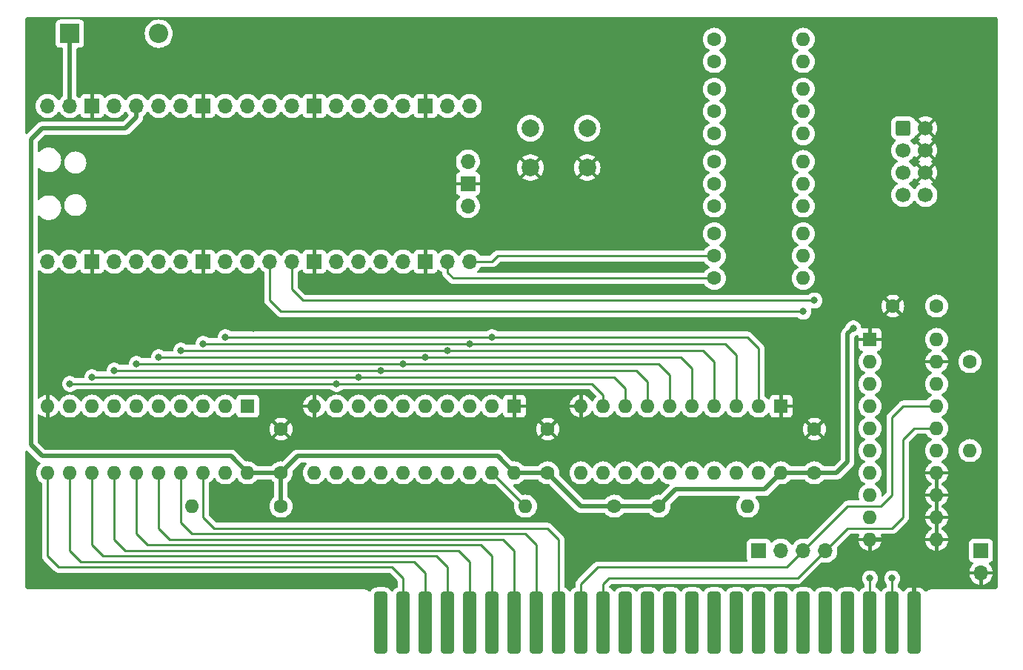
<source format=gbr>
%TF.GenerationSoftware,KiCad,Pcbnew,7.0.6*%
%TF.CreationDate,2023-09-09T11:39:23-04:00*%
%TF.ProjectId,AppleVGA,4170706c-6556-4474-912e-6b696361645f,B*%
%TF.SameCoordinates,Original*%
%TF.FileFunction,Copper,L2,Bot*%
%TF.FilePolarity,Positive*%
%FSLAX46Y46*%
G04 Gerber Fmt 4.6, Leading zero omitted, Abs format (unit mm)*
G04 Created by KiCad (PCBNEW 7.0.6) date 2023-09-09 11:39:23*
%MOMM*%
%LPD*%
G01*
G04 APERTURE LIST*
G04 Aperture macros list*
%AMRoundRect*
0 Rectangle with rounded corners*
0 $1 Rounding radius*
0 $2 $3 $4 $5 $6 $7 $8 $9 X,Y pos of 4 corners*
0 Add a 4 corners polygon primitive as box body*
4,1,4,$2,$3,$4,$5,$6,$7,$8,$9,$2,$3,0*
0 Add four circle primitives for the rounded corners*
1,1,$1+$1,$2,$3*
1,1,$1+$1,$4,$5*
1,1,$1+$1,$6,$7*
1,1,$1+$1,$8,$9*
0 Add four rect primitives between the rounded corners*
20,1,$1+$1,$2,$3,$4,$5,0*
20,1,$1+$1,$4,$5,$6,$7,0*
20,1,$1+$1,$6,$7,$8,$9,0*
20,1,$1+$1,$8,$9,$2,$3,0*%
G04 Aperture macros list end*
%TA.AperFunction,ConnectorPad*%
%ADD10RoundRect,0.381000X0.381000X3.175000X-0.381000X3.175000X-0.381000X-3.175000X0.381000X-3.175000X0*%
%TD*%
%TA.AperFunction,ComponentPad*%
%ADD11C,1.600000*%
%TD*%
%TA.AperFunction,ComponentPad*%
%ADD12O,1.600000X1.600000*%
%TD*%
%TA.AperFunction,ComponentPad*%
%ADD13O,1.700000X1.700000*%
%TD*%
%TA.AperFunction,ComponentPad*%
%ADD14R,1.700000X1.700000*%
%TD*%
%TA.AperFunction,ComponentPad*%
%ADD15R,2.200000X2.200000*%
%TD*%
%TA.AperFunction,ComponentPad*%
%ADD16O,2.200000X2.200000*%
%TD*%
%TA.AperFunction,ComponentPad*%
%ADD17C,2.000000*%
%TD*%
%TA.AperFunction,ComponentPad*%
%ADD18R,1.600000X1.600000*%
%TD*%
%TA.AperFunction,ComponentPad*%
%ADD19RoundRect,0.250000X-0.600000X-0.600000X0.600000X-0.600000X0.600000X0.600000X-0.600000X0.600000X0*%
%TD*%
%TA.AperFunction,ComponentPad*%
%ADD20C,1.700000*%
%TD*%
%TA.AperFunction,SMDPad,CuDef*%
%ADD21C,2.500000*%
%TD*%
%TA.AperFunction,ViaPad*%
%ADD22C,0.800000*%
%TD*%
%TA.AperFunction,Conductor*%
%ADD23C,0.500000*%
%TD*%
%TA.AperFunction,Conductor*%
%ADD24C,0.250000*%
%TD*%
G04 APERTURE END LIST*
D10*
%TO.P,J1,26,Pin_26*%
%TO.N,GND*%
X182880000Y-136525000D03*
%TO.P,J1,27,Pin_27*%
%TO.N,~{DMAPASS}*%
X180340000Y-136525000D03*
%TO.P,J1,28,Pin_28*%
%TO.N,~{INTPASS}*%
X177800000Y-136525000D03*
%TO.P,J1,29,Pin_29*%
%TO.N,unconnected-(J1-Pin_29-Pad29)*%
X175260000Y-136525000D03*
%TO.P,J1,30,Pin_30*%
%TO.N,unconnected-(J1-Pin_30-Pad30)*%
X172720000Y-136525000D03*
%TO.P,J1,31,Pin_31*%
%TO.N,unconnected-(J1-Pin_31-Pad31)*%
X170180000Y-136525000D03*
%TO.P,J1,32,Pin_32*%
%TO.N,unconnected-(J1-Pin_32-Pad32)*%
X167640000Y-136525000D03*
%TO.P,J1,33,Pin_33*%
%TO.N,unconnected-(J1-Pin_33-Pad33)*%
X165100000Y-136525000D03*
%TO.P,J1,34,Pin_34*%
%TO.N,unconnected-(J1-Pin_34-Pad34)*%
X162560000Y-136525000D03*
%TO.P,J1,35,Pin_35*%
%TO.N,unconnected-(J1-Pin_35-Pad35)*%
X160020000Y-136525000D03*
%TO.P,J1,36,Pin_36*%
%TO.N,unconnected-(J1-Pin_36-Pad36)*%
X157480000Y-136525000D03*
%TO.P,J1,37,Pin_37*%
%TO.N,unconnected-(J1-Pin_37-Pad37)*%
X154940000Y-136525000D03*
%TO.P,J1,38,Pin_38*%
%TO.N,unconnected-(J1-Pin_38-Pad38)*%
X152400000Y-136525000D03*
%TO.P,J1,39,Pin_39*%
%TO.N,unconnected-(J1-Pin_39-Pad39)*%
X149860000Y-136525000D03*
%TO.P,J1,40,Pin_40*%
%TO.N,PHI0*%
X147320000Y-136525000D03*
%TO.P,J1,41,Pin_41*%
%TO.N,~{DEVSEL}*%
X144780000Y-136525000D03*
%TO.P,J1,42,Pin_42*%
%TO.N,/D7*%
X142240000Y-136525000D03*
%TO.P,J1,43,Pin_43*%
%TO.N,/D6*%
X139700000Y-136525000D03*
%TO.P,J1,44,Pin_44*%
%TO.N,/D5*%
X137160000Y-136525000D03*
%TO.P,J1,45,Pin_45*%
%TO.N,/D4*%
X134620000Y-136525000D03*
%TO.P,J1,46,Pin_46*%
%TO.N,/D3*%
X132080000Y-136525000D03*
%TO.P,J1,47,Pin_47*%
%TO.N,/D2*%
X129540000Y-136525000D03*
%TO.P,J1,48,Pin_48*%
%TO.N,/D1*%
X127000000Y-136525000D03*
%TO.P,J1,49,Pin_49*%
%TO.N,/D0*%
X124460000Y-136525000D03*
%TO.P,J1,50,Pin_50*%
%TO.N,unconnected-(J1-Pin_50-Pad50)*%
X121920000Y-136525000D03*
%TD*%
D11*
%TO.P,R6,1*%
%TO.N,Net-(U6-GPIO20)*%
X160020000Y-80645000D03*
D12*
%TO.P,R6,2*%
%TO.N,VGA_R*%
X170180000Y-80645000D03*
%TD*%
D11*
%TO.P,R7,1*%
%TO.N,Net-(U6-GPIO19)*%
X160020000Y-83820000D03*
D12*
%TO.P,R7,2*%
%TO.N,VGA_G*%
X170180000Y-83820000D03*
%TD*%
D11*
%TO.P,R14,1*%
%TO.N,Net-(U6-GPIO27_ADC1)*%
X160020000Y-72390000D03*
D12*
%TO.P,R14,2*%
%TO.N,VGA_VSYNC*%
X170180000Y-72390000D03*
%TD*%
D11*
%TO.P,R13,1*%
%TO.N,Net-(U6-GPIO28_ADC2)*%
X160020000Y-69850000D03*
D12*
%TO.P,R13,2*%
%TO.N,VGA_HSYNC*%
X170180000Y-69850000D03*
%TD*%
D11*
%TO.P,R11,1*%
%TO.N,Net-(U6-GPIO15)*%
X160020000Y-94615000D03*
D12*
%TO.P,R11,2*%
%TO.N,VGA_B*%
X170180000Y-94615000D03*
%TD*%
D11*
%TO.P,R12,1*%
%TO.N,Net-(U6-GPIO14)*%
X160020000Y-97155000D03*
D12*
%TO.P,R12,2*%
%TO.N,VGA_B*%
X170180000Y-97155000D03*
%TD*%
D11*
%TO.P,R10,1*%
%TO.N,Net-(U6-GPIO16)*%
X160020000Y-92075000D03*
D12*
%TO.P,R10,2*%
%TO.N,VGA_B*%
X170180000Y-92075000D03*
%TD*%
D11*
%TO.P,R8,1*%
%TO.N,Net-(U6-GPIO18)*%
X160020000Y-86360000D03*
D12*
%TO.P,R8,2*%
%TO.N,VGA_G*%
X170180000Y-86360000D03*
%TD*%
D11*
%TO.P,R9,1*%
%TO.N,Net-(U6-GPIO17)*%
X160020000Y-88900000D03*
D12*
%TO.P,R9,2*%
%TO.N,VGA_G*%
X170180000Y-88900000D03*
%TD*%
D13*
%TO.P,U6,1,GPIO0*%
%TO.N,/DA0*%
X83820000Y-95250000D03*
%TO.P,U6,2,GPIO1*%
%TO.N,/DA1*%
X86360000Y-95250000D03*
D14*
%TO.P,U6,3,GND*%
%TO.N,GND*%
X88900000Y-95250000D03*
D13*
%TO.P,U6,4,GPIO2*%
%TO.N,/DA2*%
X91440000Y-95250000D03*
%TO.P,U6,5,GPIO3*%
%TO.N,/DA3*%
X93980000Y-95250000D03*
%TO.P,U6,6,GPIO4*%
%TO.N,/DA4*%
X96520000Y-95250000D03*
%TO.P,U6,7,GPIO5*%
%TO.N,/DA5*%
X99060000Y-95250000D03*
D14*
%TO.P,U6,8,GND*%
%TO.N,GND*%
X101600000Y-95250000D03*
D13*
%TO.P,U6,9,GPIO6*%
%TO.N,/DA6*%
X104140000Y-95250000D03*
%TO.P,U6,10,GPIO7*%
%TO.N,/DA7*%
X106680000Y-95250000D03*
%TO.P,U6,11,GPIO8*%
%TO.N,Net-(U4-A1)*%
X109220000Y-95250000D03*
%TO.P,U6,12,GPIO9*%
%TO.N,Net-(U4-A0)*%
X111760000Y-95250000D03*
D14*
%TO.P,U6,13,GND*%
%TO.N,GND*%
X114300000Y-95250000D03*
D13*
%TO.P,U6,14,GPIO10*%
%TO.N,Net-(JP1-Pin_2)*%
X116840000Y-95250000D03*
%TO.P,U6,15,GPIO11*%
%TO.N,Net-(U3-CE)*%
X119380000Y-95250000D03*
%TO.P,U6,16,GPIO12*%
%TO.N,Net-(U2-CE)*%
X121920000Y-95250000D03*
%TO.P,U6,17,GPIO13*%
%TO.N,Net-(U1-CE)*%
X124460000Y-95250000D03*
D14*
%TO.P,U6,18,GND*%
%TO.N,GND*%
X127000000Y-95250000D03*
D13*
%TO.P,U6,19,GPIO14*%
%TO.N,Net-(U6-GPIO14)*%
X129540000Y-95250000D03*
%TO.P,U6,20,GPIO15*%
%TO.N,Net-(U6-GPIO15)*%
X132080000Y-95250000D03*
%TO.P,U6,21,GPIO16*%
%TO.N,Net-(U6-GPIO16)*%
X132080000Y-77470000D03*
%TO.P,U6,22,GPIO17*%
%TO.N,Net-(U6-GPIO17)*%
X129540000Y-77470000D03*
D14*
%TO.P,U6,23,GND*%
%TO.N,GND*%
X127000000Y-77470000D03*
D13*
%TO.P,U6,24,GPIO18*%
%TO.N,Net-(U6-GPIO18)*%
X124460000Y-77470000D03*
%TO.P,U6,25,GPIO19*%
%TO.N,Net-(U6-GPIO19)*%
X121920000Y-77470000D03*
%TO.P,U6,26,GPIO20*%
%TO.N,Net-(U6-GPIO20)*%
X119380000Y-77470000D03*
%TO.P,U6,27,GPIO21*%
%TO.N,Net-(U6-GPIO21)*%
X116840000Y-77470000D03*
D14*
%TO.P,U6,28,GND*%
%TO.N,GND*%
X114300000Y-77470000D03*
D13*
%TO.P,U6,29,GPIO22*%
%TO.N,Net-(U6-GPIO22)*%
X111760000Y-77470000D03*
%TO.P,U6,30,RUN*%
%TO.N,RUN*%
X109220000Y-77470000D03*
%TO.P,U6,31,GPIO26_ADC0*%
%TO.N,PHI0_3.3*%
X106680000Y-77470000D03*
%TO.P,U6,32,GPIO27_ADC1*%
%TO.N,Net-(U6-GPIO27_ADC1)*%
X104140000Y-77470000D03*
D14*
%TO.P,U6,33,AGND*%
%TO.N,GND*%
X101600000Y-77470000D03*
D13*
%TO.P,U6,34,GPIO28_ADC2*%
%TO.N,Net-(U6-GPIO28_ADC2)*%
X99060000Y-77470000D03*
%TO.P,U6,35,ADC_VREF*%
%TO.N,unconnected-(U6-ADC_VREF-Pad35)*%
X96520000Y-77470000D03*
%TO.P,U6,36,3V3*%
%TO.N,+3.3V*%
X93980000Y-77470000D03*
%TO.P,U6,37,3V3_EN*%
%TO.N,unconnected-(U6-3V3_EN-Pad37)*%
X91440000Y-77470000D03*
D14*
%TO.P,U6,38,GND*%
%TO.N,GND*%
X88900000Y-77470000D03*
D13*
%TO.P,U6,39,VSYS*%
%TO.N,/VSYS*%
X86360000Y-77470000D03*
%TO.P,U6,40,VBUS*%
%TO.N,/VBUS*%
X83820000Y-77470000D03*
%TO.P,U6,41,SWCLK*%
%TO.N,unconnected-(U6-SWCLK-Pad41)*%
X131850000Y-88900000D03*
D14*
%TO.P,U6,42,GND*%
%TO.N,GND*%
X131850000Y-86360000D03*
D13*
%TO.P,U6,43,SWDIO*%
%TO.N,unconnected-(U6-SWDIO-Pad43)*%
X131850000Y-83820000D03*
%TD*%
D15*
%TO.P,D1,1,K*%
%TO.N,/VSYS*%
X86360000Y-69215000D03*
D16*
%TO.P,D1,2,A*%
%TO.N,+5V*%
X96520000Y-69215000D03*
%TD*%
D17*
%TO.P,SW1,1,1*%
%TO.N,RUN*%
X138990000Y-80010000D03*
X145490000Y-80010000D03*
%TO.P,SW1,2,2*%
%TO.N,GND*%
X138990000Y-84510000D03*
X145490000Y-84510000D03*
%TD*%
D18*
%TO.P,U1,1,A->B*%
%TO.N,GND*%
X167640000Y-111760000D03*
D12*
%TO.P,U1,2,A0*%
%TO.N,/DA7*%
X165100000Y-111760000D03*
%TO.P,U1,3,A1*%
%TO.N,/DA6*%
X162560000Y-111760000D03*
%TO.P,U1,4,A2*%
%TO.N,/DA5*%
X160020000Y-111760000D03*
%TO.P,U1,5,A3*%
%TO.N,/DA4*%
X157480000Y-111760000D03*
%TO.P,U1,6,A4*%
%TO.N,/DA3*%
X154940000Y-111760000D03*
%TO.P,U1,7,A5*%
%TO.N,/DA2*%
X152400000Y-111760000D03*
%TO.P,U1,8,A6*%
%TO.N,/DA1*%
X149860000Y-111760000D03*
%TO.P,U1,9,A7*%
%TO.N,/DA0*%
X147320000Y-111760000D03*
%TO.P,U1,10,GND*%
%TO.N,GND*%
X144780000Y-111760000D03*
%TO.P,U1,11,B7*%
%TO.N,/A8*%
X144780000Y-119380000D03*
%TO.P,U1,12,B6*%
%TO.N,/A9*%
X147320000Y-119380000D03*
%TO.P,U1,13,B5*%
%TO.N,/A10*%
X149860000Y-119380000D03*
%TO.P,U1,14,B4*%
%TO.N,/A11*%
X152400000Y-119380000D03*
%TO.P,U1,15,B3*%
%TO.N,/A12*%
X154940000Y-119380000D03*
%TO.P,U1,16,B2*%
%TO.N,/A13*%
X157480000Y-119380000D03*
%TO.P,U1,17,B1*%
%TO.N,/A14*%
X160020000Y-119380000D03*
%TO.P,U1,18,B0*%
%TO.N,/A15*%
X162560000Y-119380000D03*
%TO.P,U1,19,CE*%
%TO.N,Net-(U1-CE)*%
X165100000Y-119380000D03*
%TO.P,U1,20,VCC*%
%TO.N,+3.3V*%
X167640000Y-119380000D03*
%TD*%
D18*
%TO.P,U3,1,A->B*%
%TO.N,Net-(JP1-Pin_3)*%
X106680000Y-111760000D03*
D12*
%TO.P,U3,2,A0*%
%TO.N,/DA7*%
X104140000Y-111760000D03*
%TO.P,U3,3,A1*%
%TO.N,/DA6*%
X101600000Y-111760000D03*
%TO.P,U3,4,A2*%
%TO.N,/DA5*%
X99060000Y-111760000D03*
%TO.P,U3,5,A3*%
%TO.N,/DA4*%
X96520000Y-111760000D03*
%TO.P,U3,6,A4*%
%TO.N,/DA3*%
X93980000Y-111760000D03*
%TO.P,U3,7,A5*%
%TO.N,/DA2*%
X91440000Y-111760000D03*
%TO.P,U3,8,A6*%
%TO.N,/DA1*%
X88900000Y-111760000D03*
%TO.P,U3,9,A7*%
%TO.N,/DA0*%
X86360000Y-111760000D03*
%TO.P,U3,10,GND*%
%TO.N,GND*%
X83820000Y-111760000D03*
%TO.P,U3,11,B7*%
%TO.N,/D0*%
X83820000Y-119380000D03*
%TO.P,U3,12,B6*%
%TO.N,/D1*%
X86360000Y-119380000D03*
%TO.P,U3,13,B5*%
%TO.N,/D2*%
X88900000Y-119380000D03*
%TO.P,U3,14,B4*%
%TO.N,/D3*%
X91440000Y-119380000D03*
%TO.P,U3,15,B3*%
%TO.N,/D4*%
X93980000Y-119380000D03*
%TO.P,U3,16,B2*%
%TO.N,/D5*%
X96520000Y-119380000D03*
%TO.P,U3,17,B1*%
%TO.N,/D6*%
X99060000Y-119380000D03*
%TO.P,U3,18,B0*%
%TO.N,/D7*%
X101600000Y-119380000D03*
%TO.P,U3,19,CE*%
%TO.N,Net-(U3-CE)*%
X104140000Y-119380000D03*
%TO.P,U3,20,VCC*%
%TO.N,+3.3V*%
X106680000Y-119380000D03*
%TD*%
D18*
%TO.P,U2,1,A->B*%
%TO.N,GND*%
X137160000Y-111760000D03*
D12*
%TO.P,U2,2,A0*%
%TO.N,/DA7*%
X134620000Y-111760000D03*
%TO.P,U2,3,A1*%
%TO.N,/DA6*%
X132080000Y-111760000D03*
%TO.P,U2,4,A2*%
%TO.N,/DA5*%
X129540000Y-111760000D03*
%TO.P,U2,5,A3*%
%TO.N,/DA4*%
X127000000Y-111760000D03*
%TO.P,U2,6,A4*%
%TO.N,/DA3*%
X124460000Y-111760000D03*
%TO.P,U2,7,A5*%
%TO.N,/DA2*%
X121920000Y-111760000D03*
%TO.P,U2,8,A6*%
%TO.N,/DA1*%
X119380000Y-111760000D03*
%TO.P,U2,9,A7*%
%TO.N,/DA0*%
X116840000Y-111760000D03*
%TO.P,U2,10,GND*%
%TO.N,GND*%
X114300000Y-111760000D03*
%TO.P,U2,11,B7*%
%TO.N,/A0*%
X114300000Y-119380000D03*
%TO.P,U2,12,B6*%
%TO.N,/A1*%
X116840000Y-119380000D03*
%TO.P,U2,13,B5*%
%TO.N,/A2*%
X119380000Y-119380000D03*
%TO.P,U2,14,B4*%
%TO.N,/A3*%
X121920000Y-119380000D03*
%TO.P,U2,15,B3*%
%TO.N,/A4*%
X124460000Y-119380000D03*
%TO.P,U2,16,B2*%
%TO.N,/A5*%
X127000000Y-119380000D03*
%TO.P,U2,17,B1*%
%TO.N,/A6*%
X129540000Y-119380000D03*
%TO.P,U2,18,B0*%
%TO.N,/A7*%
X132080000Y-119380000D03*
%TO.P,U2,19,CE*%
%TO.N,Net-(U2-CE)*%
X134620000Y-119380000D03*
%TO.P,U2,20,VCC*%
%TO.N,+3.3V*%
X137160000Y-119380000D03*
%TD*%
D18*
%TO.P,U4,1,A->B*%
%TO.N,GND*%
X177800000Y-104140000D03*
D12*
%TO.P,U4,2,A0*%
%TO.N,Net-(U4-A0)*%
X177800000Y-106680000D03*
%TO.P,U4,3,A1*%
%TO.N,Net-(U4-A1)*%
X177800000Y-109220000D03*
%TO.P,U4,4,A2*%
%TO.N,PHI0_3.3*%
X177800000Y-111760000D03*
%TO.P,U4,5,A3*%
%TO.N,Net-(JP1-Pin_1)*%
X177800000Y-114300000D03*
%TO.P,U4,6,A4*%
%TO.N,unconnected-(U4-A4-Pad6)*%
X177800000Y-116840000D03*
%TO.P,U4,7,A5*%
%TO.N,unconnected-(U4-A5-Pad7)*%
X177800000Y-119380000D03*
%TO.P,U4,8,A6*%
%TO.N,unconnected-(U4-A6-Pad8)*%
X177800000Y-121920000D03*
%TO.P,U4,9,A7*%
%TO.N,unconnected-(U4-A7-Pad9)*%
X177800000Y-124460000D03*
%TO.P,U4,10,GND*%
%TO.N,GND*%
X177800000Y-127000000D03*
%TO.P,U4,11,B7*%
X185420000Y-127000000D03*
%TO.P,U4,12,B6*%
X185420000Y-124460000D03*
%TO.P,U4,13,B5*%
X185420000Y-121920000D03*
%TO.P,U4,14,B4*%
X185420000Y-119380000D03*
%TO.P,U4,15,B3*%
%TO.N,SYNC*%
X185420000Y-116840000D03*
%TO.P,U4,16,B2*%
%TO.N,PHI0*%
X185420000Y-114300000D03*
%TO.P,U4,17,B1*%
%TO.N,~{DEVSEL}*%
X185420000Y-111760000D03*
%TO.P,U4,18,B0*%
%TO.N,R~{W}*%
X185420000Y-109220000D03*
%TO.P,U4,19,CE*%
%TO.N,GND*%
X185420000Y-106680000D03*
%TO.P,U4,20,VCC*%
%TO.N,+3.3V*%
X185420000Y-104140000D03*
%TD*%
D11*
%TO.P,C3,1*%
%TO.N,+3.3V*%
X110490000Y-119380000D03*
%TO.P,C3,2*%
%TO.N,GND*%
X110490000Y-114380000D03*
%TD*%
%TO.P,C1,1*%
%TO.N,+3.3V*%
X171450000Y-119380000D03*
%TO.P,C1,2*%
%TO.N,GND*%
X171450000Y-114380000D03*
%TD*%
D19*
%TO.P,J2,1,Pin_1*%
%TO.N,VGA_R*%
X181610000Y-80010000D03*
D20*
%TO.P,J2,2,Pin_2*%
%TO.N,GND*%
X184150000Y-80010000D03*
%TO.P,J2,3,Pin_3*%
%TO.N,VGA_G*%
X181610000Y-82550000D03*
%TO.P,J2,4,Pin_4*%
%TO.N,GND*%
X184150000Y-82550000D03*
%TO.P,J2,5,Pin_5*%
%TO.N,VGA_B*%
X181610000Y-85090000D03*
%TO.P,J2,6,Pin_6*%
%TO.N,GND*%
X184150000Y-85090000D03*
%TO.P,J2,7,Pin_7*%
%TO.N,VGA_HSYNC*%
X181610000Y-87630000D03*
%TO.P,J2,8,Pin_8*%
%TO.N,VGA_VSYNC*%
X184150000Y-87630000D03*
%TD*%
D11*
%TO.P,R5,1*%
%TO.N,Net-(U6-GPIO21)*%
X160020000Y-78105000D03*
D12*
%TO.P,R5,2*%
%TO.N,VGA_R*%
X170180000Y-78105000D03*
%TD*%
D11*
%TO.P,R4,1*%
%TO.N,Net-(U6-GPIO22)*%
X160020000Y-75565000D03*
D12*
%TO.P,R4,2*%
%TO.N,VGA_R*%
X170180000Y-75565000D03*
%TD*%
D11*
%TO.P,R1,1*%
%TO.N,+3.3V*%
X153670000Y-123190000D03*
D12*
%TO.P,R1,2*%
%TO.N,Net-(U1-CE)*%
X163830000Y-123190000D03*
%TD*%
D11*
%TO.P,R15,1*%
%TO.N,+5V*%
X189230000Y-106680000D03*
D12*
%TO.P,R15,2*%
%TO.N,SYNC*%
X189230000Y-116840000D03*
%TD*%
D14*
%TO.P,TP1,1,Pin_1*%
%TO.N,+5V*%
X190500000Y-128270000D03*
D13*
%TO.P,TP1,2,Pin_2*%
%TO.N,GND*%
X190500000Y-130810000D03*
%TD*%
D11*
%TO.P,C2,1*%
%TO.N,+3.3V*%
X140970000Y-119380000D03*
%TO.P,C2,2*%
%TO.N,GND*%
X140970000Y-114380000D03*
%TD*%
D14*
%TO.P,TP2,1,Pin_1*%
%TO.N,R~{W}*%
X165100000Y-128270000D03*
D13*
%TO.P,TP2,2,Pin_2*%
%TO.N,SYNC*%
X167640000Y-128270000D03*
%TO.P,TP2,3,Pin_3*%
%TO.N,~{DEVSEL}*%
X170180000Y-128270000D03*
%TO.P,TP2,4,Pin_4*%
%TO.N,PHI0*%
X172720000Y-128270000D03*
%TD*%
D11*
%TO.P,R3,1*%
%TO.N,+3.3V*%
X110490000Y-123190000D03*
D12*
%TO.P,R3,2*%
%TO.N,Net-(U3-CE)*%
X100330000Y-123190000D03*
%TD*%
D11*
%TO.P,C4,1*%
%TO.N,+3.3V*%
X185420000Y-100330000D03*
%TO.P,C4,2*%
%TO.N,GND*%
X180420000Y-100330000D03*
%TD*%
%TO.P,R2,1*%
%TO.N,+3.3V*%
X148590000Y-123190000D03*
D12*
%TO.P,R2,2*%
%TO.N,Net-(U2-CE)*%
X138430000Y-123190000D03*
%TD*%
D21*
%TO.P,REF\u002A\u002A,1*%
%TO.N,GND*%
X190500000Y-69215000D03*
%TD*%
D22*
%TO.N,GND*%
X176530000Y-81280000D03*
X97790000Y-104140000D03*
X154305000Y-95885000D03*
X113030000Y-123190000D03*
X102870000Y-102870000D03*
X92710000Y-105410000D03*
X100330000Y-103505000D03*
X90170000Y-106045000D03*
X82550000Y-123190000D03*
X87630000Y-106680000D03*
X175895000Y-71120000D03*
X176530000Y-83820000D03*
X95250000Y-104775000D03*
X96520000Y-72390000D03*
X107315000Y-102870000D03*
X107950000Y-71120000D03*
%TO.N,+3.3V*%
X175895000Y-102870000D03*
%TO.N,~{DMAPASS}*%
X180340000Y-131445000D03*
%TO.N,~{INTPASS}*%
X177800000Y-131445000D03*
%TO.N,/DA0*%
X116840000Y-109220000D03*
X86360000Y-109220000D03*
%TO.N,/DA1*%
X119380000Y-108458000D03*
X88900000Y-108458000D03*
%TO.N,/DA2*%
X121920000Y-107696000D03*
X91440000Y-107696000D03*
%TO.N,/DA3*%
X93980000Y-106934000D03*
X124460000Y-106934000D03*
%TO.N,/DA4*%
X127000000Y-106172000D03*
X96520000Y-106172000D03*
%TO.N,/DA5*%
X99060000Y-105410000D03*
X129540000Y-105410000D03*
%TO.N,/DA6*%
X101600000Y-104648000D03*
X132080000Y-104648000D03*
%TO.N,/DA7*%
X134620000Y-103886000D03*
X104140000Y-103886000D03*
%TO.N,Net-(U4-A0)*%
X171450000Y-99695000D03*
%TO.N,Net-(U4-A1)*%
X170180000Y-100965000D03*
%TD*%
D23*
%TO.N,GND*%
X182880000Y-137160000D02*
X182880000Y-130175000D01*
X182880000Y-130175000D02*
X179705000Y-127000000D01*
X179705000Y-127000000D02*
X177800000Y-127000000D01*
%TO.N,+3.3V*%
X135255000Y-117475000D02*
X137160000Y-119380000D01*
X171450000Y-119380000D02*
X173990000Y-119380000D01*
X81915000Y-81280000D02*
X81915000Y-116205000D01*
X140970000Y-119380000D02*
X144780000Y-123190000D01*
X153670000Y-123190000D02*
X155575000Y-121285000D01*
X171450000Y-119380000D02*
X167640000Y-119380000D01*
X175260000Y-118110000D02*
X175260000Y-103505000D01*
X137160000Y-119380000D02*
X140970000Y-119380000D01*
X173990000Y-119380000D02*
X175260000Y-118110000D01*
X83185000Y-80010000D02*
X81915000Y-81280000D01*
X175260000Y-103505000D02*
X175895000Y-102870000D01*
X104775000Y-117475000D02*
X106680000Y-119380000D01*
X144780000Y-123190000D02*
X153670000Y-123190000D01*
X93980000Y-78740000D02*
X92710000Y-80010000D01*
X93980000Y-77470000D02*
X93980000Y-78740000D01*
X83185000Y-117475000D02*
X104775000Y-117475000D01*
X81915000Y-116205000D02*
X83185000Y-117475000D01*
X110490000Y-119380000D02*
X112395000Y-117475000D01*
X167640000Y-119380000D02*
X165735000Y-121285000D01*
X165735000Y-121285000D02*
X155575000Y-121285000D01*
X110490000Y-119380000D02*
X106680000Y-119380000D01*
X110490000Y-119380000D02*
X110490000Y-123190000D01*
X112395000Y-117475000D02*
X135255000Y-117475000D01*
X92710000Y-80010000D02*
X83185000Y-80010000D01*
D24*
%TO.N,~{DMAPASS}*%
X180340000Y-137160000D02*
X180340000Y-131445000D01*
%TO.N,~{INTPASS}*%
X177800000Y-137160000D02*
X177800000Y-131445000D01*
%TO.N,/DA0*%
X86360000Y-109220000D02*
X116840000Y-109220000D01*
X116840000Y-109220000D02*
X146050000Y-109220000D01*
X147320000Y-110490000D02*
X147320000Y-111760000D01*
X146050000Y-109220000D02*
X147320000Y-110490000D01*
%TO.N,/DA1*%
X148590000Y-108458000D02*
X149860000Y-109728000D01*
X119380000Y-108458000D02*
X148590000Y-108458000D01*
X88900000Y-108458000D02*
X119380000Y-108458000D01*
X149860000Y-109728000D02*
X149860000Y-111760000D01*
%TO.N,/DA2*%
X121920000Y-107696000D02*
X151130000Y-107696000D01*
X151130000Y-107696000D02*
X152400000Y-108966000D01*
X91440000Y-107696000D02*
X121920000Y-107696000D01*
X152400000Y-108966000D02*
X152400000Y-111760000D01*
%TO.N,/DA3*%
X124460000Y-106934000D02*
X153670000Y-106934000D01*
X93980000Y-106934000D02*
X124460000Y-106934000D01*
X153670000Y-106934000D02*
X154940000Y-108204000D01*
X154940000Y-108204000D02*
X154940000Y-111760000D01*
%TO.N,/DA4*%
X96520000Y-106172000D02*
X127000000Y-106172000D01*
X127000000Y-106172000D02*
X156210000Y-106172000D01*
X156210000Y-106172000D02*
X157480000Y-107442000D01*
X157480000Y-107442000D02*
X157480000Y-111760000D01*
%TO.N,/DA5*%
X158750000Y-105410000D02*
X160020000Y-106680000D01*
X129540000Y-105410000D02*
X158750000Y-105410000D01*
X160020000Y-106680000D02*
X160020000Y-111760000D01*
X99060000Y-105410000D02*
X129540000Y-105410000D01*
%TO.N,/DA6*%
X162560000Y-105918000D02*
X162560000Y-111760000D01*
X132080000Y-104648000D02*
X161290000Y-104648000D01*
X161290000Y-104648000D02*
X162560000Y-105918000D01*
X101600000Y-104648000D02*
X132080000Y-104648000D01*
%TO.N,/DA7*%
X104140000Y-103886000D02*
X134620000Y-103886000D01*
X134620000Y-103886000D02*
X163830000Y-103886000D01*
X165100000Y-105156000D02*
X165100000Y-111760000D01*
X163830000Y-103886000D02*
X165100000Y-105156000D01*
D23*
%TO.N,/VSYS*%
X86360000Y-69215000D02*
X86360000Y-77470000D01*
D24*
%TO.N,PHI0*%
X147955000Y-131445000D02*
X147320000Y-132080000D01*
X169545000Y-131445000D02*
X147955000Y-131445000D01*
X180340000Y-125730000D02*
X181610000Y-124460000D01*
X172720000Y-128270000D02*
X169545000Y-131445000D01*
X182880000Y-114300000D02*
X185420000Y-114300000D01*
X175260000Y-125730000D02*
X180340000Y-125730000D01*
X147320000Y-132080000D02*
X147320000Y-137160000D01*
X172720000Y-128270000D02*
X175260000Y-125730000D01*
X181610000Y-124460000D02*
X181610000Y-115570000D01*
X181610000Y-115570000D02*
X182880000Y-114300000D01*
%TO.N,~{DEVSEL}*%
X170180000Y-128270000D02*
X168275000Y-130175000D01*
X170180000Y-128270000D02*
X175260000Y-123190000D01*
X146685000Y-130175000D02*
X144780000Y-132080000D01*
X180340000Y-121920000D02*
X180340000Y-113030000D01*
X181610000Y-111760000D02*
X185420000Y-111760000D01*
X180340000Y-113030000D02*
X181610000Y-111760000D01*
X168275000Y-130175000D02*
X146685000Y-130175000D01*
X179070000Y-123190000D02*
X180340000Y-121920000D01*
X175260000Y-123190000D02*
X179070000Y-123190000D01*
X144780000Y-132080000D02*
X144780000Y-137160000D01*
%TO.N,Net-(U6-GPIO15)*%
X134620000Y-95250000D02*
X132080000Y-95250000D01*
X135255000Y-94615000D02*
X134620000Y-95250000D01*
X160020000Y-94615000D02*
X135255000Y-94615000D01*
%TO.N,Net-(U6-GPIO14)*%
X130175000Y-97155000D02*
X160020000Y-97155000D01*
X129540000Y-96520000D02*
X130175000Y-97155000D01*
X129540000Y-95250000D02*
X129540000Y-96520000D01*
%TO.N,Net-(U2-CE)*%
X138430000Y-123190000D02*
X134620000Y-119380000D01*
%TO.N,Net-(U4-A0)*%
X111760000Y-98425000D02*
X113030000Y-99695000D01*
X113030000Y-99695000D02*
X171450000Y-99695000D01*
X111760000Y-95250000D02*
X111760000Y-98425000D01*
%TO.N,Net-(U4-A1)*%
X110490000Y-100965000D02*
X170180000Y-100965000D01*
X109220000Y-99695000D02*
X110490000Y-100965000D01*
X109220000Y-95250000D02*
X109220000Y-99695000D01*
%TO.N,/D0*%
X124460000Y-131445000D02*
X123190000Y-130175000D01*
X85090000Y-130175000D02*
X83820000Y-128905000D01*
X83820000Y-128905000D02*
X83820000Y-119380000D01*
X124460000Y-137160000D02*
X124460000Y-131445000D01*
X123190000Y-130175000D02*
X85090000Y-130175000D01*
%TO.N,/D1*%
X125730000Y-129540000D02*
X87630000Y-129540000D01*
X86360000Y-128270000D02*
X86360000Y-119380000D01*
X127000000Y-137160000D02*
X127000000Y-130810000D01*
X127000000Y-130810000D02*
X125730000Y-129540000D01*
X87630000Y-129540000D02*
X86360000Y-128270000D01*
%TO.N,/D2*%
X129540000Y-130175000D02*
X128270000Y-128905000D01*
X88900000Y-127635000D02*
X88900000Y-119380000D01*
X90170000Y-128905000D02*
X88900000Y-127635000D01*
X129540000Y-137160000D02*
X129540000Y-130175000D01*
X128270000Y-128905000D02*
X90170000Y-128905000D01*
%TO.N,/D3*%
X130810000Y-128270000D02*
X92710000Y-128270000D01*
X132080000Y-129540000D02*
X130810000Y-128270000D01*
X91440000Y-127000000D02*
X91440000Y-119380000D01*
X92710000Y-128270000D02*
X91440000Y-127000000D01*
X132080000Y-137160000D02*
X132080000Y-129540000D01*
%TO.N,/D4*%
X95250000Y-127635000D02*
X93980000Y-126365000D01*
X134620000Y-137160000D02*
X134620000Y-128905000D01*
X134620000Y-128905000D02*
X133350000Y-127635000D01*
X93980000Y-126365000D02*
X93980000Y-119380000D01*
X133350000Y-127635000D02*
X95250000Y-127635000D01*
%TO.N,/D5*%
X135890000Y-127000000D02*
X97790000Y-127000000D01*
X96520000Y-125730000D02*
X96520000Y-119380000D01*
X137160000Y-137160000D02*
X137160000Y-128270000D01*
X137160000Y-128270000D02*
X135890000Y-127000000D01*
X97790000Y-127000000D02*
X96520000Y-125730000D01*
%TO.N,/D6*%
X139700000Y-127635000D02*
X138430000Y-126365000D01*
X100330000Y-126365000D02*
X99060000Y-125095000D01*
X99060000Y-125095000D02*
X99060000Y-119380000D01*
X139700000Y-137160000D02*
X139700000Y-127635000D01*
X138430000Y-126365000D02*
X100330000Y-126365000D01*
%TO.N,/D7*%
X142240000Y-127000000D02*
X140970000Y-125730000D01*
X142240000Y-137160000D02*
X142240000Y-127000000D01*
X102870000Y-125730000D02*
X101600000Y-124460000D01*
X101600000Y-124460000D02*
X101600000Y-119380000D01*
X140970000Y-125730000D02*
X102870000Y-125730000D01*
%TD*%
%TA.AperFunction,Conductor*%
%TO.N,GND*%
G36*
X81485703Y-116848830D02*
G01*
X81492181Y-116854862D01*
X82603196Y-117965877D01*
X82614977Y-117979509D01*
X82629531Y-117999058D01*
X82659807Y-118024463D01*
X82670005Y-118033020D01*
X82673995Y-118036676D01*
X82679899Y-118042580D01*
X82705896Y-118063136D01*
X82765360Y-118113032D01*
X82765362Y-118113033D01*
X82771396Y-118117002D01*
X82771369Y-118117042D01*
X82777921Y-118121216D01*
X82777947Y-118121175D01*
X82784099Y-118124970D01*
X82845279Y-118153498D01*
X82854447Y-118157773D01*
X82923812Y-118192609D01*
X82925515Y-118193464D01*
X82976589Y-118241142D01*
X82993779Y-118308865D01*
X82971627Y-118375129D01*
X82957546Y-118391956D01*
X82813803Y-118535699D01*
X82682476Y-118723252D01*
X82682475Y-118723254D01*
X82585718Y-118930750D01*
X82585714Y-118930761D01*
X82526457Y-119151910D01*
X82526456Y-119151918D01*
X82506502Y-119379998D01*
X82506502Y-119380001D01*
X82526456Y-119608081D01*
X82526457Y-119608089D01*
X82585714Y-119829238D01*
X82585718Y-119829249D01*
X82662381Y-119993653D01*
X82682477Y-120036749D01*
X82813802Y-120224300D01*
X82975700Y-120386198D01*
X83133625Y-120496779D01*
X83177249Y-120551354D01*
X83186500Y-120598352D01*
X83186500Y-128821366D01*
X83184761Y-128837113D01*
X83185032Y-128837139D01*
X83184298Y-128844905D01*
X83184298Y-128844908D01*
X83184298Y-128844909D01*
X83185457Y-128881767D01*
X83186500Y-128914957D01*
X83186500Y-128944859D01*
X83187384Y-128951856D01*
X83187842Y-128957679D01*
X83189326Y-129004889D01*
X83189327Y-129004891D01*
X83195022Y-129024495D01*
X83198967Y-129043542D01*
X83201526Y-129063797D01*
X83201527Y-129063800D01*
X83201528Y-129063803D01*
X83218914Y-129107716D01*
X83220806Y-129113244D01*
X83233981Y-129158592D01*
X83244372Y-129176162D01*
X83252932Y-129193635D01*
X83260447Y-129212617D01*
X83288209Y-129250827D01*
X83291416Y-129255710D01*
X83315458Y-129296362D01*
X83315462Y-129296366D01*
X83329889Y-129310793D01*
X83342526Y-129325588D01*
X83354528Y-129342107D01*
X83390931Y-129372222D01*
X83395231Y-129376135D01*
X83991384Y-129972288D01*
X84582910Y-130563814D01*
X84592816Y-130576178D01*
X84593026Y-130576005D01*
X84598001Y-130582019D01*
X84649094Y-130629999D01*
X84670225Y-130651129D01*
X84670230Y-130651134D01*
X84675802Y-130655456D01*
X84680242Y-130659249D01*
X84714678Y-130691586D01*
X84732567Y-130701420D01*
X84748831Y-130712103D01*
X84764959Y-130724613D01*
X84798231Y-130739011D01*
X84808298Y-130743367D01*
X84813545Y-130745937D01*
X84854940Y-130768695D01*
X84874718Y-130773773D01*
X84893119Y-130780073D01*
X84911855Y-130788181D01*
X84956362Y-130795229D01*
X84958503Y-130795569D01*
X84964212Y-130796751D01*
X85009970Y-130808500D01*
X85030384Y-130808500D01*
X85049783Y-130810027D01*
X85069943Y-130813220D01*
X85116965Y-130808775D01*
X85122804Y-130808500D01*
X122876234Y-130808500D01*
X122943273Y-130828185D01*
X122963915Y-130844819D01*
X123790181Y-131671085D01*
X123823666Y-131732408D01*
X123826500Y-131758766D01*
X123826500Y-132404359D01*
X123806815Y-132471398D01*
X123758794Y-132514844D01*
X123591877Y-132599890D01*
X123446564Y-132717564D01*
X123328892Y-132862876D01*
X123309317Y-132901295D01*
X123261343Y-132952091D01*
X123198832Y-132969000D01*
X123181168Y-132969000D01*
X123114129Y-132949315D01*
X123070683Y-132901295D01*
X123061391Y-132883058D01*
X123051107Y-132862875D01*
X122933436Y-132717564D01*
X122843630Y-132644840D01*
X122788122Y-132599890D01*
X122621522Y-132515005D01*
X122440912Y-132466611D01*
X122363261Y-132460500D01*
X122363258Y-132460500D01*
X121476742Y-132460500D01*
X121476739Y-132460500D01*
X121399087Y-132466611D01*
X121399086Y-132466611D01*
X121218477Y-132515005D01*
X121051877Y-132599890D01*
X120906564Y-132717564D01*
X120788892Y-132862876D01*
X120769317Y-132901295D01*
X120721343Y-132952091D01*
X120658832Y-132969000D01*
X120586890Y-132969000D01*
X120519851Y-132949315D01*
X120486573Y-132917887D01*
X120485949Y-132917029D01*
X120481942Y-132911513D01*
X120436966Y-132874306D01*
X120434053Y-132871737D01*
X120391508Y-132831784D01*
X120390309Y-132831125D01*
X120384063Y-132827691D01*
X120364761Y-132814573D01*
X120358224Y-132809165D01*
X120328722Y-132795282D01*
X120305410Y-132784312D01*
X120301960Y-132782554D01*
X120250803Y-132754431D01*
X120250802Y-132754430D01*
X120250799Y-132754429D01*
X120242569Y-132752316D01*
X120220621Y-132744414D01*
X120212941Y-132740800D01*
X120212939Y-132740799D01*
X120212936Y-132740798D01*
X120169464Y-132732505D01*
X120155609Y-132729862D01*
X120151819Y-132729015D01*
X120095284Y-132714500D01*
X120095282Y-132714500D01*
X120086794Y-132714500D01*
X120063561Y-132712304D01*
X120055221Y-132710713D01*
X120055219Y-132710713D01*
X120046179Y-132711281D01*
X119996957Y-132714378D01*
X119993085Y-132714500D01*
X81594595Y-132714500D01*
X81527556Y-132694815D01*
X81506914Y-132678181D01*
X81316819Y-132488085D01*
X81283334Y-132426762D01*
X81280500Y-132400404D01*
X81280500Y-116942543D01*
X81300185Y-116875504D01*
X81352989Y-116829749D01*
X81422147Y-116819805D01*
X81485703Y-116848830D01*
G37*
%TD.AperFunction*%
%TA.AperFunction,Conductor*%
G36*
X176458091Y-103693120D02*
G01*
X176495304Y-103752255D01*
X176500000Y-103786056D01*
X176500000Y-103949500D01*
X177448134Y-103949500D01*
X177414835Y-104014852D01*
X177395014Y-104140000D01*
X177414835Y-104265148D01*
X177448134Y-104330500D01*
X176500000Y-104330500D01*
X176500000Y-104987844D01*
X176506401Y-105047372D01*
X176506403Y-105047379D01*
X176556645Y-105182086D01*
X176556649Y-105182093D01*
X176642809Y-105297187D01*
X176642812Y-105297190D01*
X176757906Y-105383350D01*
X176757913Y-105383354D01*
X176892620Y-105433596D01*
X176892619Y-105433596D01*
X176916129Y-105436124D01*
X176980680Y-105462862D01*
X177020529Y-105520254D01*
X177023023Y-105590079D01*
X176987372Y-105650168D01*
X176974002Y-105660986D01*
X176955699Y-105673802D01*
X176793806Y-105835695D01*
X176793803Y-105835698D01*
X176793802Y-105835700D01*
X176711767Y-105952856D01*
X176662476Y-106023252D01*
X176662475Y-106023254D01*
X176565718Y-106230750D01*
X176565714Y-106230761D01*
X176506457Y-106451910D01*
X176506456Y-106451918D01*
X176486502Y-106679998D01*
X176486502Y-106680001D01*
X176506456Y-106908081D01*
X176506457Y-106908089D01*
X176565714Y-107129238D01*
X176565718Y-107129249D01*
X176656739Y-107324444D01*
X176662477Y-107336749D01*
X176793802Y-107524300D01*
X176955700Y-107686198D01*
X177143251Y-107817523D01*
X177186345Y-107837618D01*
X177238783Y-107883788D01*
X177257936Y-107950981D01*
X177237721Y-108017863D01*
X177186347Y-108062380D01*
X177143252Y-108082476D01*
X177137577Y-108086450D01*
X176955700Y-108213802D01*
X176955698Y-108213803D01*
X176955695Y-108213806D01*
X176793806Y-108375695D01*
X176793803Y-108375698D01*
X176793802Y-108375700D01*
X176756563Y-108428883D01*
X176662476Y-108563252D01*
X176662475Y-108563254D01*
X176565718Y-108770750D01*
X176565714Y-108770761D01*
X176506457Y-108991910D01*
X176506456Y-108991918D01*
X176486502Y-109219998D01*
X176486502Y-109220001D01*
X176506456Y-109448081D01*
X176506457Y-109448089D01*
X176565714Y-109669238D01*
X176565718Y-109669249D01*
X176625728Y-109797941D01*
X176662477Y-109876749D01*
X176793802Y-110064300D01*
X176955700Y-110226198D01*
X177105664Y-110331204D01*
X177143251Y-110357523D01*
X177186345Y-110377618D01*
X177238784Y-110423791D01*
X177257936Y-110490984D01*
X177237720Y-110557865D01*
X177186345Y-110602382D01*
X177143251Y-110622476D01*
X177018126Y-110710090D01*
X176955700Y-110753802D01*
X176955698Y-110753803D01*
X176955695Y-110753806D01*
X176793806Y-110915695D01*
X176793803Y-110915698D01*
X176793802Y-110915700D01*
X176746662Y-110983023D01*
X176662476Y-111103252D01*
X176662475Y-111103254D01*
X176565718Y-111310750D01*
X176565714Y-111310761D01*
X176506457Y-111531910D01*
X176506456Y-111531918D01*
X176486502Y-111759998D01*
X176486502Y-111760001D01*
X176506456Y-111988081D01*
X176506457Y-111988089D01*
X176565714Y-112209238D01*
X176565718Y-112209249D01*
X176637692Y-112363597D01*
X176662477Y-112416749D01*
X176793802Y-112604300D01*
X176955700Y-112766198D01*
X177143250Y-112897523D01*
X177143251Y-112897523D01*
X177186345Y-112917618D01*
X177238784Y-112963791D01*
X177257936Y-113030984D01*
X177237720Y-113097865D01*
X177186345Y-113142382D01*
X177143251Y-113162476D01*
X177018448Y-113249865D01*
X176955700Y-113293802D01*
X176955698Y-113293803D01*
X176955695Y-113293806D01*
X176793806Y-113455695D01*
X176662476Y-113643252D01*
X176662475Y-113643254D01*
X176565718Y-113850750D01*
X176565714Y-113850761D01*
X176506457Y-114071910D01*
X176506456Y-114071918D01*
X176486502Y-114299998D01*
X176486502Y-114300001D01*
X176506456Y-114528081D01*
X176506457Y-114528089D01*
X176565714Y-114749238D01*
X176565718Y-114749249D01*
X176601660Y-114826326D01*
X176662477Y-114956749D01*
X176793802Y-115144300D01*
X176955700Y-115306198D01*
X177078031Y-115391855D01*
X177143251Y-115437523D01*
X177186345Y-115457618D01*
X177238784Y-115503791D01*
X177257936Y-115570984D01*
X177237720Y-115637865D01*
X177186345Y-115682382D01*
X177143251Y-115702476D01*
X177018126Y-115790090D01*
X176955700Y-115833802D01*
X176955698Y-115833803D01*
X176955695Y-115833806D01*
X176793806Y-115995695D01*
X176662476Y-116183252D01*
X176662475Y-116183254D01*
X176565718Y-116390750D01*
X176565714Y-116390761D01*
X176506457Y-116611910D01*
X176506456Y-116611918D01*
X176486502Y-116839998D01*
X176486502Y-116840001D01*
X176506456Y-117068081D01*
X176506457Y-117068089D01*
X176565714Y-117289238D01*
X176565718Y-117289249D01*
X176662475Y-117496745D01*
X176662477Y-117496749D01*
X176793802Y-117684300D01*
X176955700Y-117846198D01*
X177126619Y-117965877D01*
X177143251Y-117977523D01*
X177186345Y-117997618D01*
X177238784Y-118043791D01*
X177257936Y-118110984D01*
X177237720Y-118177865D01*
X177186345Y-118222382D01*
X177143251Y-118242476D01*
X177048439Y-118308865D01*
X176955700Y-118373802D01*
X176955698Y-118373803D01*
X176955695Y-118373806D01*
X176793806Y-118535695D01*
X176793803Y-118535698D01*
X176793802Y-118535700D01*
X176734071Y-118621005D01*
X176662476Y-118723252D01*
X176662475Y-118723254D01*
X176565718Y-118930750D01*
X176565714Y-118930761D01*
X176506457Y-119151910D01*
X176506456Y-119151918D01*
X176486502Y-119379998D01*
X176486502Y-119380001D01*
X176506456Y-119608081D01*
X176506457Y-119608089D01*
X176565714Y-119829238D01*
X176565718Y-119829249D01*
X176642381Y-119993653D01*
X176662477Y-120036749D01*
X176793802Y-120224300D01*
X176955700Y-120386198D01*
X177132700Y-120510135D01*
X177143251Y-120517523D01*
X177186345Y-120537618D01*
X177238784Y-120583791D01*
X177257936Y-120650984D01*
X177237720Y-120717865D01*
X177186345Y-120762382D01*
X177143251Y-120782476D01*
X177068953Y-120834501D01*
X176955700Y-120913802D01*
X176955698Y-120913803D01*
X176955695Y-120913806D01*
X176793806Y-121075695D01*
X176662476Y-121263252D01*
X176662475Y-121263254D01*
X176565718Y-121470750D01*
X176565714Y-121470761D01*
X176506457Y-121691910D01*
X176506456Y-121691918D01*
X176486502Y-121919998D01*
X176486502Y-121920001D01*
X176506456Y-122148081D01*
X176506457Y-122148089D01*
X176565714Y-122369238D01*
X176565716Y-122369243D01*
X176570776Y-122380094D01*
X176581269Y-122449170D01*
X176552751Y-122512954D01*
X176494275Y-122551195D01*
X176458395Y-122556500D01*
X175343631Y-122556500D01*
X175327879Y-122554760D01*
X175327854Y-122555032D01*
X175320092Y-122554298D01*
X175320091Y-122554298D01*
X175250028Y-122556500D01*
X175220144Y-122556500D01*
X175220141Y-122556500D01*
X175220129Y-122556501D01*
X175213137Y-122557384D01*
X175207320Y-122557841D01*
X175160114Y-122559325D01*
X175160107Y-122559326D01*
X175140500Y-122565022D01*
X175121461Y-122568965D01*
X175101211Y-122571524D01*
X175101201Y-122571526D01*
X175057291Y-122588911D01*
X175051765Y-122590803D01*
X175006412Y-122603979D01*
X175006407Y-122603981D01*
X174988833Y-122614374D01*
X174971372Y-122622928D01*
X174952386Y-122630446D01*
X174952384Y-122630447D01*
X174914172Y-122658208D01*
X174909290Y-122661415D01*
X174868637Y-122685457D01*
X174854201Y-122699894D01*
X174839415Y-122712523D01*
X174822893Y-122724528D01*
X174822891Y-122724529D01*
X174822891Y-122724530D01*
X174822888Y-122724532D01*
X174792780Y-122760925D01*
X174788849Y-122765246D01*
X170636990Y-126917103D01*
X170575667Y-126950588D01*
X170518872Y-126949628D01*
X170514642Y-126948557D01*
X170292569Y-126911500D01*
X170067431Y-126911500D01*
X169845362Y-126948556D01*
X169632430Y-127021656D01*
X169632419Y-127021661D01*
X169434427Y-127128808D01*
X169434422Y-127128812D01*
X169256761Y-127267092D01*
X169256756Y-127267097D01*
X169104284Y-127432723D01*
X169104276Y-127432734D01*
X169013808Y-127571206D01*
X168960662Y-127616562D01*
X168891431Y-127625986D01*
X168828095Y-127596484D01*
X168806192Y-127571206D01*
X168724603Y-127446326D01*
X168715722Y-127432732D01*
X168715719Y-127432729D01*
X168715715Y-127432723D01*
X168563243Y-127267097D01*
X168563238Y-127267092D01*
X168424109Y-127158803D01*
X168385576Y-127128811D01*
X168385575Y-127128810D01*
X168385572Y-127128808D01*
X168187580Y-127021661D01*
X168187577Y-127021659D01*
X168187574Y-127021658D01*
X168187571Y-127021657D01*
X168187569Y-127021656D01*
X167974637Y-126948556D01*
X167752569Y-126911500D01*
X167527431Y-126911500D01*
X167305362Y-126948556D01*
X167092430Y-127021656D01*
X167092419Y-127021661D01*
X166894427Y-127128808D01*
X166894422Y-127128812D01*
X166716761Y-127267092D01*
X166653548Y-127335760D01*
X166593661Y-127371750D01*
X166523823Y-127369649D01*
X166466207Y-127330124D01*
X166446138Y-127295110D01*
X166400889Y-127173796D01*
X166389661Y-127158797D01*
X166313261Y-127056739D01*
X166196204Y-126969111D01*
X166196204Y-126969110D01*
X166059203Y-126918011D01*
X165998654Y-126911500D01*
X165998638Y-126911500D01*
X164201362Y-126911500D01*
X164201345Y-126911500D01*
X164140797Y-126918011D01*
X164140795Y-126918011D01*
X164003795Y-126969111D01*
X163886739Y-127056739D01*
X163799111Y-127173795D01*
X163748011Y-127310795D01*
X163748011Y-127310797D01*
X163741500Y-127371345D01*
X163741500Y-129168654D01*
X163748011Y-129229202D01*
X163748011Y-129229204D01*
X163781019Y-129317697D01*
X163799111Y-129366204D01*
X163799112Y-129366205D01*
X163802081Y-129374165D01*
X163807067Y-129443857D01*
X163773582Y-129505180D01*
X163712260Y-129538666D01*
X163685900Y-129541500D01*
X146768631Y-129541500D01*
X146752879Y-129539760D01*
X146752854Y-129540032D01*
X146745092Y-129539298D01*
X146745091Y-129539298D01*
X146675028Y-129541500D01*
X146645144Y-129541500D01*
X146645141Y-129541500D01*
X146645129Y-129541501D01*
X146638137Y-129542384D01*
X146632320Y-129542841D01*
X146585114Y-129544325D01*
X146585107Y-129544326D01*
X146565500Y-129550022D01*
X146546461Y-129553965D01*
X146526211Y-129556524D01*
X146526201Y-129556526D01*
X146482291Y-129573911D01*
X146476765Y-129575803D01*
X146431412Y-129588979D01*
X146431407Y-129588981D01*
X146413833Y-129599374D01*
X146396372Y-129607928D01*
X146377386Y-129615446D01*
X146377384Y-129615447D01*
X146339172Y-129643208D01*
X146334290Y-129646415D01*
X146293637Y-129670457D01*
X146279201Y-129684894D01*
X146264415Y-129697523D01*
X146247893Y-129709528D01*
X146247891Y-129709529D01*
X146247891Y-129709530D01*
X146247888Y-129709532D01*
X146217780Y-129745925D01*
X146213849Y-129750246D01*
X144391179Y-131572914D01*
X144378820Y-131582818D01*
X144378993Y-131583027D01*
X144372983Y-131587999D01*
X144325015Y-131639079D01*
X144303872Y-131660222D01*
X144303857Y-131660239D01*
X144299531Y-131665814D01*
X144295747Y-131670244D01*
X144263419Y-131704671D01*
X144263412Y-131704681D01*
X144253579Y-131722567D01*
X144242903Y-131738820D01*
X144230386Y-131754957D01*
X144230385Y-131754959D01*
X144211625Y-131798310D01*
X144209055Y-131803556D01*
X144186303Y-131844941D01*
X144186303Y-131844942D01*
X144181225Y-131864720D01*
X144174925Y-131883122D01*
X144166818Y-131901857D01*
X144159431Y-131948495D01*
X144158246Y-131954216D01*
X144146500Y-131999965D01*
X144146500Y-132020384D01*
X144144972Y-132039783D01*
X144141780Y-132059943D01*
X144145487Y-132099158D01*
X144146225Y-132106966D01*
X144146500Y-132112804D01*
X144146500Y-132404359D01*
X144126815Y-132471398D01*
X144078794Y-132514844D01*
X143911877Y-132599890D01*
X143766564Y-132717564D01*
X143648892Y-132862876D01*
X143629317Y-132901295D01*
X143581343Y-132952091D01*
X143518832Y-132969000D01*
X143501168Y-132969000D01*
X143434129Y-132949315D01*
X143390683Y-132901295D01*
X143381391Y-132883058D01*
X143371107Y-132862875D01*
X143253436Y-132717564D01*
X143163630Y-132644840D01*
X143108122Y-132599890D01*
X142941206Y-132514844D01*
X142890410Y-132466870D01*
X142873500Y-132404359D01*
X142873500Y-127083631D01*
X142875238Y-127067881D01*
X142874968Y-127067856D01*
X142875701Y-127060094D01*
X142875702Y-127060091D01*
X142873500Y-126990041D01*
X142873500Y-126960144D01*
X142872614Y-126953136D01*
X142872156Y-126947314D01*
X142870673Y-126900110D01*
X142870672Y-126900108D01*
X142864977Y-126880508D01*
X142861032Y-126861457D01*
X142858474Y-126841203D01*
X142841084Y-126797284D01*
X142839193Y-126791757D01*
X142826018Y-126746408D01*
X142826018Y-126746407D01*
X142815624Y-126728832D01*
X142807064Y-126711356D01*
X142799554Y-126692388D01*
X142799554Y-126692387D01*
X142799553Y-126692385D01*
X142799552Y-126692383D01*
X142771789Y-126654171D01*
X142768587Y-126649297D01*
X142744542Y-126608637D01*
X142730106Y-126594201D01*
X142717469Y-126579406D01*
X142705472Y-126562893D01*
X142669084Y-126532790D01*
X142664762Y-126528857D01*
X141477088Y-125341183D01*
X141467187Y-125328823D01*
X141466977Y-125328998D01*
X141462002Y-125322986D01*
X141462000Y-125322982D01*
X141435094Y-125297716D01*
X141410922Y-125275016D01*
X141389768Y-125253863D01*
X141387792Y-125252331D01*
X141384183Y-125249531D01*
X141379750Y-125245744D01*
X141373524Y-125239898D01*
X141345321Y-125213414D01*
X141345319Y-125213412D01*
X141327431Y-125203578D01*
X141311170Y-125192897D01*
X141295039Y-125180384D01*
X141251693Y-125161627D01*
X141246445Y-125159056D01*
X141215157Y-125141856D01*
X141205060Y-125136305D01*
X141199417Y-125134856D01*
X141185287Y-125131228D01*
X141166881Y-125124926D01*
X141148144Y-125116818D01*
X141148146Y-125116818D01*
X141101496Y-125109430D01*
X141095781Y-125108246D01*
X141075612Y-125103068D01*
X141050032Y-125096500D01*
X141050030Y-125096500D01*
X141029616Y-125096500D01*
X141010217Y-125094973D01*
X140990058Y-125091780D01*
X140990057Y-125091780D01*
X140943034Y-125096225D01*
X140937196Y-125096500D01*
X103183767Y-125096500D01*
X103116728Y-125076815D01*
X103096086Y-125060181D01*
X102269819Y-124233913D01*
X102236334Y-124172590D01*
X102233500Y-124146232D01*
X102233500Y-120598352D01*
X102253185Y-120531313D01*
X102286373Y-120496779D01*
X102444300Y-120386198D01*
X102606198Y-120224300D01*
X102737523Y-120036749D01*
X102757618Y-119993654D01*
X102803787Y-119941216D01*
X102870980Y-119922063D01*
X102937862Y-119942277D01*
X102982380Y-119993653D01*
X103000487Y-120032482D01*
X103002477Y-120036749D01*
X103133802Y-120224300D01*
X103295700Y-120386198D01*
X103483251Y-120517523D01*
X103608091Y-120575736D01*
X103690750Y-120614281D01*
X103690752Y-120614281D01*
X103690757Y-120614284D01*
X103911913Y-120673543D01*
X104074832Y-120687796D01*
X104139998Y-120693498D01*
X104140000Y-120693498D01*
X104140002Y-120693498D01*
X104199013Y-120688335D01*
X104368087Y-120673543D01*
X104589243Y-120614284D01*
X104796749Y-120517523D01*
X104984300Y-120386198D01*
X105146198Y-120224300D01*
X105277523Y-120036749D01*
X105297617Y-119993655D01*
X105343790Y-119941215D01*
X105410983Y-119922063D01*
X105477864Y-119942278D01*
X105522382Y-119993655D01*
X105542477Y-120036749D01*
X105673802Y-120224300D01*
X105835700Y-120386198D01*
X106023251Y-120517523D01*
X106148091Y-120575736D01*
X106230750Y-120614281D01*
X106230752Y-120614281D01*
X106230757Y-120614284D01*
X106451913Y-120673543D01*
X106614832Y-120687796D01*
X106679998Y-120693498D01*
X106680000Y-120693498D01*
X106680002Y-120693498D01*
X106739013Y-120688335D01*
X106908087Y-120673543D01*
X107129243Y-120614284D01*
X107336749Y-120517523D01*
X107524300Y-120386198D01*
X107686198Y-120224300D01*
X107709252Y-120191374D01*
X107763829Y-120147751D01*
X107810826Y-120138500D01*
X109359174Y-120138500D01*
X109426213Y-120158185D01*
X109460746Y-120191373D01*
X109483802Y-120224300D01*
X109483805Y-120224303D01*
X109645695Y-120386194D01*
X109645698Y-120386196D01*
X109645700Y-120386198D01*
X109678623Y-120409250D01*
X109722247Y-120463824D01*
X109731500Y-120510825D01*
X109731500Y-122059174D01*
X109711815Y-122126213D01*
X109678626Y-122160746D01*
X109645700Y-122183802D01*
X109645696Y-122183805D01*
X109483806Y-122345695D01*
X109483803Y-122345698D01*
X109483802Y-122345700D01*
X109430202Y-122422249D01*
X109352476Y-122533252D01*
X109352475Y-122533254D01*
X109255718Y-122740750D01*
X109255714Y-122740761D01*
X109196457Y-122961910D01*
X109196456Y-122961918D01*
X109176502Y-123189998D01*
X109176502Y-123190001D01*
X109196456Y-123418081D01*
X109196457Y-123418089D01*
X109255714Y-123639238D01*
X109255718Y-123639249D01*
X109350815Y-123843185D01*
X109352477Y-123846749D01*
X109483802Y-124034300D01*
X109645700Y-124196198D01*
X109833251Y-124327523D01*
X109853500Y-124336965D01*
X110040750Y-124424281D01*
X110040752Y-124424281D01*
X110040757Y-124424284D01*
X110261913Y-124483543D01*
X110424832Y-124497796D01*
X110489998Y-124503498D01*
X110490000Y-124503498D01*
X110490002Y-124503498D01*
X110547021Y-124498509D01*
X110718087Y-124483543D01*
X110939243Y-124424284D01*
X111146749Y-124327523D01*
X111334300Y-124196198D01*
X111496198Y-124034300D01*
X111627523Y-123846749D01*
X111724284Y-123639243D01*
X111783543Y-123418087D01*
X111803498Y-123190000D01*
X111783543Y-122961913D01*
X111724284Y-122740757D01*
X111716716Y-122724528D01*
X111653980Y-122589988D01*
X111627523Y-122533251D01*
X111496198Y-122345700D01*
X111334300Y-122183802D01*
X111301374Y-122160747D01*
X111257751Y-122106171D01*
X111248500Y-122059174D01*
X111248500Y-120510825D01*
X111268185Y-120443786D01*
X111301375Y-120409251D01*
X111334300Y-120386198D01*
X111496198Y-120224300D01*
X111627523Y-120036749D01*
X111724284Y-119829243D01*
X111783543Y-119608087D01*
X111803498Y-119380000D01*
X111789163Y-119216156D01*
X111802929Y-119147658D01*
X111825007Y-119117672D01*
X112672861Y-118269819D01*
X112734185Y-118236334D01*
X112760543Y-118233500D01*
X113296640Y-118233500D01*
X113363679Y-118253185D01*
X113409434Y-118305989D01*
X113419378Y-118375147D01*
X113390353Y-118438703D01*
X113384321Y-118445181D01*
X113293806Y-118535695D01*
X113293803Y-118535698D01*
X113293802Y-118535700D01*
X113234071Y-118621005D01*
X113162476Y-118723252D01*
X113162475Y-118723254D01*
X113065718Y-118930750D01*
X113065714Y-118930761D01*
X113006457Y-119151910D01*
X113006456Y-119151918D01*
X112986502Y-119379998D01*
X112986502Y-119380001D01*
X113006456Y-119608081D01*
X113006457Y-119608089D01*
X113065714Y-119829238D01*
X113065718Y-119829249D01*
X113142381Y-119993653D01*
X113162477Y-120036749D01*
X113293802Y-120224300D01*
X113455700Y-120386198D01*
X113643251Y-120517523D01*
X113768091Y-120575736D01*
X113850750Y-120614281D01*
X113850752Y-120614281D01*
X113850757Y-120614284D01*
X114071913Y-120673543D01*
X114234832Y-120687796D01*
X114299998Y-120693498D01*
X114300000Y-120693498D01*
X114300002Y-120693498D01*
X114359013Y-120688335D01*
X114528087Y-120673543D01*
X114749243Y-120614284D01*
X114956749Y-120517523D01*
X115144300Y-120386198D01*
X115306198Y-120224300D01*
X115437523Y-120036749D01*
X115457617Y-119993655D01*
X115503790Y-119941215D01*
X115570983Y-119922063D01*
X115637864Y-119942278D01*
X115682382Y-119993655D01*
X115702477Y-120036749D01*
X115833802Y-120224300D01*
X115995700Y-120386198D01*
X116183251Y-120517523D01*
X116308091Y-120575736D01*
X116390750Y-120614281D01*
X116390752Y-120614281D01*
X116390757Y-120614284D01*
X116611913Y-120673543D01*
X116774832Y-120687796D01*
X116839998Y-120693498D01*
X116840000Y-120693498D01*
X116840002Y-120693498D01*
X116899013Y-120688335D01*
X117068087Y-120673543D01*
X117289243Y-120614284D01*
X117496749Y-120517523D01*
X117684300Y-120386198D01*
X117846198Y-120224300D01*
X117977523Y-120036749D01*
X117997617Y-119993655D01*
X118043790Y-119941215D01*
X118110983Y-119922063D01*
X118177864Y-119942278D01*
X118222382Y-119993655D01*
X118242477Y-120036749D01*
X118373802Y-120224300D01*
X118535700Y-120386198D01*
X118723251Y-120517523D01*
X118848091Y-120575736D01*
X118930750Y-120614281D01*
X118930752Y-120614281D01*
X118930757Y-120614284D01*
X119151913Y-120673543D01*
X119314832Y-120687796D01*
X119379998Y-120693498D01*
X119380000Y-120693498D01*
X119380002Y-120693498D01*
X119439013Y-120688335D01*
X119608087Y-120673543D01*
X119829243Y-120614284D01*
X120036749Y-120517523D01*
X120224300Y-120386198D01*
X120386198Y-120224300D01*
X120517523Y-120036749D01*
X120537617Y-119993655D01*
X120583790Y-119941215D01*
X120650983Y-119922063D01*
X120717864Y-119942278D01*
X120762382Y-119993655D01*
X120782477Y-120036749D01*
X120913802Y-120224300D01*
X121075700Y-120386198D01*
X121263251Y-120517523D01*
X121388091Y-120575736D01*
X121470750Y-120614281D01*
X121470752Y-120614281D01*
X121470757Y-120614284D01*
X121691913Y-120673543D01*
X121854832Y-120687796D01*
X121919998Y-120693498D01*
X121920000Y-120693498D01*
X121920002Y-120693498D01*
X121979013Y-120688335D01*
X122148087Y-120673543D01*
X122369243Y-120614284D01*
X122576749Y-120517523D01*
X122764300Y-120386198D01*
X122926198Y-120224300D01*
X123057523Y-120036749D01*
X123077617Y-119993655D01*
X123123790Y-119941215D01*
X123190983Y-119922063D01*
X123257864Y-119942278D01*
X123302382Y-119993655D01*
X123322477Y-120036749D01*
X123453802Y-120224300D01*
X123615700Y-120386198D01*
X123803251Y-120517523D01*
X123928091Y-120575736D01*
X124010750Y-120614281D01*
X124010752Y-120614281D01*
X124010757Y-120614284D01*
X124231913Y-120673543D01*
X124394832Y-120687796D01*
X124459998Y-120693498D01*
X124460000Y-120693498D01*
X124460002Y-120693498D01*
X124519013Y-120688335D01*
X124688087Y-120673543D01*
X124909243Y-120614284D01*
X125116749Y-120517523D01*
X125304300Y-120386198D01*
X125466198Y-120224300D01*
X125597523Y-120036749D01*
X125617617Y-119993655D01*
X125663790Y-119941215D01*
X125730983Y-119922063D01*
X125797864Y-119942278D01*
X125842382Y-119993655D01*
X125862477Y-120036749D01*
X125993802Y-120224300D01*
X126155700Y-120386198D01*
X126343251Y-120517523D01*
X126468091Y-120575736D01*
X126550750Y-120614281D01*
X126550752Y-120614281D01*
X126550757Y-120614284D01*
X126771913Y-120673543D01*
X126934832Y-120687796D01*
X126999998Y-120693498D01*
X127000000Y-120693498D01*
X127000002Y-120693498D01*
X127059013Y-120688335D01*
X127228087Y-120673543D01*
X127449243Y-120614284D01*
X127656749Y-120517523D01*
X127844300Y-120386198D01*
X128006198Y-120224300D01*
X128137523Y-120036749D01*
X128157617Y-119993655D01*
X128203790Y-119941215D01*
X128270983Y-119922063D01*
X128337864Y-119942278D01*
X128382382Y-119993655D01*
X128402477Y-120036749D01*
X128533802Y-120224300D01*
X128695700Y-120386198D01*
X128883251Y-120517523D01*
X129008091Y-120575736D01*
X129090750Y-120614281D01*
X129090752Y-120614281D01*
X129090757Y-120614284D01*
X129311913Y-120673543D01*
X129474832Y-120687796D01*
X129539998Y-120693498D01*
X129540000Y-120693498D01*
X129540002Y-120693498D01*
X129599013Y-120688335D01*
X129768087Y-120673543D01*
X129989243Y-120614284D01*
X130196749Y-120517523D01*
X130384300Y-120386198D01*
X130546198Y-120224300D01*
X130677523Y-120036749D01*
X130697617Y-119993655D01*
X130743790Y-119941215D01*
X130810983Y-119922063D01*
X130877864Y-119942278D01*
X130922382Y-119993655D01*
X130942477Y-120036749D01*
X131073802Y-120224300D01*
X131235700Y-120386198D01*
X131423251Y-120517523D01*
X131548091Y-120575736D01*
X131630750Y-120614281D01*
X131630752Y-120614281D01*
X131630757Y-120614284D01*
X131851913Y-120673543D01*
X132014832Y-120687796D01*
X132079998Y-120693498D01*
X132080000Y-120693498D01*
X132080002Y-120693498D01*
X132139013Y-120688335D01*
X132308087Y-120673543D01*
X132529243Y-120614284D01*
X132736749Y-120517523D01*
X132924300Y-120386198D01*
X133086198Y-120224300D01*
X133217523Y-120036749D01*
X133237617Y-119993655D01*
X133283790Y-119941215D01*
X133350983Y-119922063D01*
X133417864Y-119942278D01*
X133462382Y-119993655D01*
X133482477Y-120036749D01*
X133613802Y-120224300D01*
X133775700Y-120386198D01*
X133963251Y-120517523D01*
X134088091Y-120575736D01*
X134170750Y-120614281D01*
X134170752Y-120614281D01*
X134170757Y-120614284D01*
X134391913Y-120673543D01*
X134554832Y-120687796D01*
X134619998Y-120693498D01*
X134620000Y-120693498D01*
X134620002Y-120693498D01*
X134679013Y-120688335D01*
X134848087Y-120673543D01*
X134912657Y-120656241D01*
X134982506Y-120657904D01*
X135032431Y-120688335D01*
X137121664Y-122777568D01*
X137155149Y-122838891D01*
X137153758Y-122897341D01*
X137136459Y-122961904D01*
X137136456Y-122961918D01*
X137116502Y-123189998D01*
X137116502Y-123190001D01*
X137136456Y-123418081D01*
X137136457Y-123418089D01*
X137195714Y-123639238D01*
X137195718Y-123639249D01*
X137290815Y-123843185D01*
X137292477Y-123846749D01*
X137423802Y-124034300D01*
X137585700Y-124196198D01*
X137773251Y-124327523D01*
X137793500Y-124336965D01*
X137980750Y-124424281D01*
X137980752Y-124424281D01*
X137980757Y-124424284D01*
X138201913Y-124483543D01*
X138364832Y-124497796D01*
X138429998Y-124503498D01*
X138430000Y-124503498D01*
X138430002Y-124503498D01*
X138487021Y-124498509D01*
X138658087Y-124483543D01*
X138879243Y-124424284D01*
X139086749Y-124327523D01*
X139274300Y-124196198D01*
X139436198Y-124034300D01*
X139567523Y-123846749D01*
X139664284Y-123639243D01*
X139723543Y-123418087D01*
X139743498Y-123190000D01*
X139723543Y-122961913D01*
X139664284Y-122740757D01*
X139656716Y-122724528D01*
X139593980Y-122589988D01*
X139567523Y-122533251D01*
X139436198Y-122345700D01*
X139274300Y-122183802D01*
X139086749Y-122052477D01*
X139078456Y-122048610D01*
X138879249Y-121955718D01*
X138879238Y-121955714D01*
X138658089Y-121896457D01*
X138658081Y-121896456D01*
X138430002Y-121876502D01*
X138429998Y-121876502D01*
X138201918Y-121896456D01*
X138201904Y-121896459D01*
X138137341Y-121913758D01*
X138067491Y-121912095D01*
X138017568Y-121881664D01*
X137038607Y-120902703D01*
X137005122Y-120841380D01*
X137010106Y-120771688D01*
X137051978Y-120715755D01*
X137117442Y-120691338D01*
X137137093Y-120691493D01*
X137160000Y-120693498D01*
X137160002Y-120693498D01*
X137219013Y-120688335D01*
X137388087Y-120673543D01*
X137609243Y-120614284D01*
X137816749Y-120517523D01*
X138004300Y-120386198D01*
X138166198Y-120224300D01*
X138189252Y-120191374D01*
X138243829Y-120147751D01*
X138290826Y-120138500D01*
X139839174Y-120138500D01*
X139906213Y-120158185D01*
X139940746Y-120191373D01*
X139963802Y-120224300D01*
X140125700Y-120386198D01*
X140313251Y-120517523D01*
X140438091Y-120575736D01*
X140520750Y-120614281D01*
X140520752Y-120614281D01*
X140520757Y-120614284D01*
X140741913Y-120673543D01*
X140904832Y-120687796D01*
X140969998Y-120693498D01*
X140970000Y-120693498D01*
X140970001Y-120693498D01*
X140988825Y-120691850D01*
X141133842Y-120679163D01*
X141202340Y-120692929D01*
X141232329Y-120715010D01*
X144198196Y-123680877D01*
X144209977Y-123694509D01*
X144224531Y-123714058D01*
X144265012Y-123748025D01*
X144268986Y-123751667D01*
X144274900Y-123757581D01*
X144300895Y-123778135D01*
X144360360Y-123828032D01*
X144360361Y-123828032D01*
X144360363Y-123828034D01*
X144366396Y-123832002D01*
X144366370Y-123832041D01*
X144372927Y-123836218D01*
X144372953Y-123836178D01*
X144379091Y-123839964D01*
X144379095Y-123839967D01*
X144449452Y-123872775D01*
X144518812Y-123907609D01*
X144518818Y-123907610D01*
X144525606Y-123910082D01*
X144525589Y-123910128D01*
X144532924Y-123912677D01*
X144532940Y-123912632D01*
X144539789Y-123914902D01*
X144539794Y-123914903D01*
X144615850Y-123930607D01*
X144676603Y-123945006D01*
X144691339Y-123948499D01*
X144691340Y-123948499D01*
X144691344Y-123948500D01*
X144691348Y-123948500D01*
X144698517Y-123949338D01*
X144698511Y-123949386D01*
X144706242Y-123950177D01*
X144706247Y-123950130D01*
X144713437Y-123950759D01*
X144713441Y-123950758D01*
X144713442Y-123950759D01*
X144791080Y-123948500D01*
X147459174Y-123948500D01*
X147526213Y-123968185D01*
X147560746Y-124001373D01*
X147583802Y-124034300D01*
X147745700Y-124196198D01*
X147933251Y-124327523D01*
X147953500Y-124336965D01*
X148140750Y-124424281D01*
X148140752Y-124424281D01*
X148140757Y-124424284D01*
X148361913Y-124483543D01*
X148524832Y-124497796D01*
X148589998Y-124503498D01*
X148590000Y-124503498D01*
X148590002Y-124503498D01*
X148647021Y-124498509D01*
X148818087Y-124483543D01*
X149039243Y-124424284D01*
X149246749Y-124327523D01*
X149434300Y-124196198D01*
X149596198Y-124034300D01*
X149619252Y-124001374D01*
X149673829Y-123957751D01*
X149720826Y-123948500D01*
X152539174Y-123948500D01*
X152606213Y-123968185D01*
X152640746Y-124001373D01*
X152663802Y-124034300D01*
X152825700Y-124196198D01*
X153013251Y-124327523D01*
X153033500Y-124336965D01*
X153220750Y-124424281D01*
X153220752Y-124424281D01*
X153220757Y-124424284D01*
X153441913Y-124483543D01*
X153604832Y-124497796D01*
X153669998Y-124503498D01*
X153670000Y-124503498D01*
X153670002Y-124503498D01*
X153727021Y-124498509D01*
X153898087Y-124483543D01*
X154119243Y-124424284D01*
X154326749Y-124327523D01*
X154514300Y-124196198D01*
X154676198Y-124034300D01*
X154807523Y-123846749D01*
X154904284Y-123639243D01*
X154963543Y-123418087D01*
X154983498Y-123190000D01*
X154969163Y-123026156D01*
X154982929Y-122957658D01*
X155005007Y-122927672D01*
X155852861Y-122079819D01*
X155914185Y-122046334D01*
X155940543Y-122043500D01*
X162826640Y-122043500D01*
X162893679Y-122063185D01*
X162939434Y-122115989D01*
X162949378Y-122185147D01*
X162920353Y-122248703D01*
X162914321Y-122255181D01*
X162823806Y-122345695D01*
X162823803Y-122345698D01*
X162823802Y-122345700D01*
X162770202Y-122422249D01*
X162692476Y-122533252D01*
X162692475Y-122533254D01*
X162595718Y-122740750D01*
X162595714Y-122740761D01*
X162536457Y-122961910D01*
X162536456Y-122961918D01*
X162516502Y-123189998D01*
X162516502Y-123190001D01*
X162536456Y-123418081D01*
X162536457Y-123418089D01*
X162595714Y-123639238D01*
X162595718Y-123639249D01*
X162690815Y-123843185D01*
X162692477Y-123846749D01*
X162823802Y-124034300D01*
X162985700Y-124196198D01*
X163173251Y-124327523D01*
X163193500Y-124336965D01*
X163380750Y-124424281D01*
X163380752Y-124424281D01*
X163380757Y-124424284D01*
X163601913Y-124483543D01*
X163764832Y-124497796D01*
X163829998Y-124503498D01*
X163830000Y-124503498D01*
X163830002Y-124503498D01*
X163887021Y-124498509D01*
X164058087Y-124483543D01*
X164279243Y-124424284D01*
X164486749Y-124327523D01*
X164674300Y-124196198D01*
X164836198Y-124034300D01*
X164967523Y-123846749D01*
X165064284Y-123639243D01*
X165123543Y-123418087D01*
X165143498Y-123190000D01*
X165123543Y-122961913D01*
X165064284Y-122740757D01*
X165056716Y-122724528D01*
X164993980Y-122589988D01*
X164967523Y-122533251D01*
X164836198Y-122345700D01*
X164745679Y-122255181D01*
X164712194Y-122193858D01*
X164717178Y-122124166D01*
X164759050Y-122068233D01*
X164824514Y-122043816D01*
X164833360Y-122043500D01*
X165670706Y-122043500D01*
X165688676Y-122044809D01*
X165690991Y-122045148D01*
X165712789Y-122048341D01*
X165765426Y-122043735D01*
X165770828Y-122043500D01*
X165779175Y-122043500D01*
X165779180Y-122043500D01*
X165802835Y-122040734D01*
X165812096Y-122039652D01*
X165889419Y-122032888D01*
X165889422Y-122032887D01*
X165889426Y-122032887D01*
X165889429Y-122032885D01*
X165896493Y-122031427D01*
X165896502Y-122031474D01*
X165904097Y-122029790D01*
X165904087Y-122029744D01*
X165911107Y-122028079D01*
X165911113Y-122028079D01*
X165984065Y-122001526D01*
X166057738Y-121977114D01*
X166057746Y-121977108D01*
X166064284Y-121974061D01*
X166064305Y-121974106D01*
X166071302Y-121970719D01*
X166071280Y-121970675D01*
X166077729Y-121967436D01*
X166077728Y-121967436D01*
X166077732Y-121967435D01*
X166142605Y-121924766D01*
X166208651Y-121884030D01*
X166208655Y-121884025D01*
X166214319Y-121879548D01*
X166214350Y-121879587D01*
X166220374Y-121874680D01*
X166220342Y-121874642D01*
X166225864Y-121870007D01*
X166225874Y-121870001D01*
X166247823Y-121846735D01*
X166279163Y-121813518D01*
X167016985Y-121075695D01*
X167377671Y-120715008D01*
X167438992Y-120681525D01*
X167476154Y-120679163D01*
X167615311Y-120691338D01*
X167639999Y-120693498D01*
X167640000Y-120693498D01*
X167640002Y-120693498D01*
X167699013Y-120688335D01*
X167868087Y-120673543D01*
X168089243Y-120614284D01*
X168296749Y-120517523D01*
X168484300Y-120386198D01*
X168646198Y-120224300D01*
X168669252Y-120191374D01*
X168723829Y-120147751D01*
X168770826Y-120138500D01*
X170319174Y-120138500D01*
X170386213Y-120158185D01*
X170420746Y-120191373D01*
X170443802Y-120224300D01*
X170605700Y-120386198D01*
X170793251Y-120517523D01*
X170918091Y-120575736D01*
X171000750Y-120614281D01*
X171000752Y-120614281D01*
X171000757Y-120614284D01*
X171221913Y-120673543D01*
X171384832Y-120687796D01*
X171449998Y-120693498D01*
X171450000Y-120693498D01*
X171450002Y-120693498D01*
X171509013Y-120688335D01*
X171678087Y-120673543D01*
X171899243Y-120614284D01*
X172106749Y-120517523D01*
X172294300Y-120386198D01*
X172456198Y-120224300D01*
X172479252Y-120191374D01*
X172533829Y-120147751D01*
X172580826Y-120138500D01*
X173925706Y-120138500D01*
X173943676Y-120139809D01*
X173946174Y-120140174D01*
X173967789Y-120143341D01*
X174020426Y-120138735D01*
X174025828Y-120138500D01*
X174034175Y-120138500D01*
X174034180Y-120138500D01*
X174057835Y-120135734D01*
X174067096Y-120134652D01*
X174144419Y-120127888D01*
X174144422Y-120127887D01*
X174144426Y-120127887D01*
X174144429Y-120127885D01*
X174151493Y-120126427D01*
X174151502Y-120126474D01*
X174159097Y-120124790D01*
X174159087Y-120124744D01*
X174166107Y-120123079D01*
X174166113Y-120123079D01*
X174239065Y-120096526D01*
X174312738Y-120072114D01*
X174312746Y-120072108D01*
X174319284Y-120069061D01*
X174319305Y-120069106D01*
X174326302Y-120065719D01*
X174326280Y-120065675D01*
X174332729Y-120062436D01*
X174332728Y-120062436D01*
X174332732Y-120062435D01*
X174397605Y-120019766D01*
X174463651Y-119979030D01*
X174463655Y-119979025D01*
X174469319Y-119974548D01*
X174469350Y-119974587D01*
X174475374Y-119969680D01*
X174475342Y-119969642D01*
X174480864Y-119965007D01*
X174480874Y-119965001D01*
X174503315Y-119941215D01*
X174534163Y-119908518D01*
X175390321Y-119052359D01*
X175750880Y-118691799D01*
X175764506Y-118680023D01*
X175784058Y-118665469D01*
X175818015Y-118625000D01*
X175821675Y-118621005D01*
X175827580Y-118615101D01*
X175848136Y-118589103D01*
X175898032Y-118529640D01*
X175898033Y-118529639D01*
X175902003Y-118523603D01*
X175902043Y-118523629D01*
X175906212Y-118517086D01*
X175906171Y-118517061D01*
X175909964Y-118510911D01*
X175909965Y-118510908D01*
X175909967Y-118510906D01*
X175942773Y-118440552D01*
X175977609Y-118371188D01*
X175977610Y-118371180D01*
X175980079Y-118364400D01*
X175980126Y-118364417D01*
X175982678Y-118357075D01*
X175982631Y-118357060D01*
X175984900Y-118350211D01*
X175984900Y-118350209D01*
X175984902Y-118350206D01*
X176000599Y-118274181D01*
X176018500Y-118198656D01*
X176018500Y-118198654D01*
X176018501Y-118198650D01*
X176019339Y-118191483D01*
X176019386Y-118191488D01*
X176020176Y-118183757D01*
X176020129Y-118183753D01*
X176020758Y-118176562D01*
X176019860Y-118145714D01*
X176018500Y-118098954D01*
X176018500Y-103872958D01*
X176038185Y-103805919D01*
X176090989Y-103760164D01*
X176116720Y-103751668D01*
X176177288Y-103738794D01*
X176325565Y-103672776D01*
X176394814Y-103663492D01*
X176458091Y-103693120D01*
G37*
%TD.AperFunction*%
%TA.AperFunction,Conductor*%
G36*
X183690507Y-85299844D02*
G01*
X183768239Y-85420798D01*
X183876900Y-85514952D01*
X183957599Y-85551806D01*
X183339134Y-86170270D01*
X183459802Y-86254763D01*
X183503427Y-86309340D01*
X183510619Y-86378839D01*
X183479097Y-86441193D01*
X183447697Y-86465392D01*
X183404427Y-86488809D01*
X183404422Y-86488812D01*
X183226761Y-86627092D01*
X183226756Y-86627097D01*
X183074284Y-86792723D01*
X183074276Y-86792734D01*
X182983808Y-86931206D01*
X182930662Y-86976562D01*
X182861431Y-86985986D01*
X182798095Y-86956484D01*
X182776192Y-86931206D01*
X182696506Y-86809238D01*
X182685722Y-86792732D01*
X182685719Y-86792729D01*
X182685715Y-86792723D01*
X182533243Y-86627097D01*
X182533238Y-86627092D01*
X182355577Y-86488812D01*
X182355578Y-86488812D01*
X182355576Y-86488811D01*
X182319070Y-86469055D01*
X182269479Y-86419836D01*
X182254371Y-86351619D01*
X182278541Y-86286064D01*
X182319070Y-86250945D01*
X182319084Y-86250936D01*
X182355576Y-86231189D01*
X182533240Y-86092906D01*
X182685722Y-85927268D01*
X182779749Y-85783347D01*
X182832894Y-85737994D01*
X182902125Y-85728570D01*
X182965461Y-85758072D01*
X182985130Y-85780048D01*
X183069727Y-85900864D01*
X183069728Y-85900864D01*
X183686022Y-85284569D01*
X183690507Y-85299844D01*
G37*
%TD.AperFunction*%
%TA.AperFunction,Conductor*%
G36*
X183690507Y-82759844D02*
G01*
X183768239Y-82880798D01*
X183876900Y-82974952D01*
X183957599Y-83011806D01*
X183339134Y-83630270D01*
X183339134Y-83630271D01*
X183465031Y-83718426D01*
X183508656Y-83773003D01*
X183515848Y-83842501D01*
X183484326Y-83904856D01*
X183465030Y-83921575D01*
X183339134Y-84009727D01*
X183339134Y-84009728D01*
X183957600Y-84628193D01*
X183876900Y-84665048D01*
X183768239Y-84759202D01*
X183690507Y-84880156D01*
X183686022Y-84895429D01*
X183069728Y-84279134D01*
X183069727Y-84279134D01*
X182985131Y-84399951D01*
X182930554Y-84443576D01*
X182861056Y-84450770D01*
X182798701Y-84419247D01*
X182779752Y-84396656D01*
X182685722Y-84252732D01*
X182685715Y-84252725D01*
X182685715Y-84252723D01*
X182533243Y-84087097D01*
X182533238Y-84087092D01*
X182355577Y-83948812D01*
X182355578Y-83948812D01*
X182355576Y-83948811D01*
X182319070Y-83929055D01*
X182269479Y-83879836D01*
X182254371Y-83811619D01*
X182278541Y-83746064D01*
X182319070Y-83710945D01*
X182319084Y-83710936D01*
X182355576Y-83691189D01*
X182533240Y-83552906D01*
X182644968Y-83431538D01*
X182685715Y-83387276D01*
X182685715Y-83387275D01*
X182685722Y-83387268D01*
X182779749Y-83243347D01*
X182832894Y-83197994D01*
X182902125Y-83188570D01*
X182965461Y-83218072D01*
X182985130Y-83240048D01*
X183069727Y-83360864D01*
X183069728Y-83360864D01*
X183686022Y-82744569D01*
X183690507Y-82759844D01*
G37*
%TD.AperFunction*%
%TA.AperFunction,Conductor*%
G36*
X183690507Y-80219844D02*
G01*
X183768239Y-80340798D01*
X183876900Y-80434952D01*
X183957599Y-80471806D01*
X183339134Y-81090270D01*
X183339134Y-81090271D01*
X183465031Y-81178426D01*
X183508656Y-81233003D01*
X183515848Y-81302501D01*
X183484326Y-81364856D01*
X183465030Y-81381575D01*
X183339134Y-81469727D01*
X183339134Y-81469728D01*
X183957600Y-82088193D01*
X183876900Y-82125048D01*
X183768239Y-82219202D01*
X183690507Y-82340156D01*
X183686022Y-82355428D01*
X183069728Y-81739134D01*
X183069727Y-81739134D01*
X182985131Y-81859951D01*
X182930554Y-81903576D01*
X182861056Y-81910770D01*
X182798701Y-81879247D01*
X182779752Y-81856656D01*
X182685722Y-81712732D01*
X182685715Y-81712725D01*
X182685715Y-81712723D01*
X182533243Y-81547097D01*
X182533241Y-81547095D01*
X182533240Y-81547094D01*
X182527697Y-81542780D01*
X182495481Y-81517704D01*
X182454669Y-81460994D01*
X182450996Y-81391220D01*
X182485628Y-81330538D01*
X182526513Y-81305848D01*
X182526195Y-81305165D01*
X182532565Y-81302194D01*
X182532647Y-81302144D01*
X182532738Y-81302115D01*
X182683652Y-81209030D01*
X182809030Y-81083652D01*
X182902115Y-80932738D01*
X182912024Y-80902832D01*
X182951794Y-80845391D01*
X183016309Y-80818566D01*
X183040537Y-80818310D01*
X183069728Y-80820864D01*
X183686022Y-80204569D01*
X183690507Y-80219844D01*
G37*
%TD.AperFunction*%
%TA.AperFunction,Conductor*%
G36*
X192284444Y-67330185D02*
G01*
X192305086Y-67346818D01*
X192368181Y-67409912D01*
X192401666Y-67471235D01*
X192404500Y-67497594D01*
X192404500Y-132400404D01*
X192384815Y-132467443D01*
X192368181Y-132488085D01*
X192178086Y-132678181D01*
X192116763Y-132711666D01*
X192090405Y-132714500D01*
X184856794Y-132714500D01*
X184833561Y-132712304D01*
X184825221Y-132710713D01*
X184825219Y-132710713D01*
X184816179Y-132711281D01*
X184766957Y-132714378D01*
X184763085Y-132714500D01*
X184745014Y-132714500D01*
X184727093Y-132716764D01*
X184723217Y-132717130D01*
X184664968Y-132720795D01*
X184664965Y-132720796D01*
X184656887Y-132723420D01*
X184634136Y-132728506D01*
X184625706Y-132729571D01*
X184625699Y-132729573D01*
X184571443Y-132751054D01*
X184567780Y-132752373D01*
X184512266Y-132770412D01*
X184512264Y-132770412D01*
X184505094Y-132774963D01*
X184484310Y-132785553D01*
X184480925Y-132786893D01*
X184476411Y-132788681D01*
X184476410Y-132788682D01*
X184429198Y-132822982D01*
X184425979Y-132825170D01*
X184376696Y-132856446D01*
X184376695Y-132856448D01*
X184370880Y-132862640D01*
X184353385Y-132878064D01*
X184346516Y-132883054D01*
X184346512Y-132883058D01*
X184346513Y-132883058D01*
X184312606Y-132924043D01*
X184254710Y-132963148D01*
X184217066Y-132969000D01*
X184132355Y-132969000D01*
X184065316Y-132949315D01*
X184021267Y-132900095D01*
X184007692Y-132872724D01*
X183887634Y-132723366D01*
X183887633Y-132723365D01*
X183738274Y-132603307D01*
X183738275Y-132603307D01*
X183566602Y-132518165D01*
X183380638Y-132471918D01*
X183380641Y-132471918D01*
X183337608Y-132469000D01*
X183070500Y-132469000D01*
X183070500Y-132845000D01*
X183050815Y-132912039D01*
X182998011Y-132957794D01*
X182946500Y-132969000D01*
X182813500Y-132969000D01*
X182746461Y-132949315D01*
X182700706Y-132896511D01*
X182689500Y-132845000D01*
X182689500Y-132469000D01*
X182689499Y-132469000D01*
X182422394Y-132469001D01*
X182379366Y-132471917D01*
X182379365Y-132471917D01*
X182193397Y-132518165D01*
X182021724Y-132603307D01*
X181872366Y-132723365D01*
X181872365Y-132723366D01*
X181752307Y-132872724D01*
X181738733Y-132900095D01*
X181691312Y-132951408D01*
X181627645Y-132969000D01*
X181601168Y-132969000D01*
X181534129Y-132949315D01*
X181490683Y-132901295D01*
X181481391Y-132883058D01*
X181471107Y-132862875D01*
X181353436Y-132717564D01*
X181263630Y-132644840D01*
X181208122Y-132599890D01*
X181041206Y-132514844D01*
X180990410Y-132466870D01*
X180973500Y-132404359D01*
X180973500Y-132146756D01*
X180993185Y-132079717D01*
X181005346Y-132063788D01*
X181079040Y-131981944D01*
X181174527Y-131816556D01*
X181233542Y-131634928D01*
X181253504Y-131445000D01*
X181233542Y-131255072D01*
X181174527Y-131073444D01*
X181079040Y-130908056D01*
X180959245Y-130775010D01*
X180951254Y-130766135D01*
X180947142Y-130763147D01*
X180796752Y-130653882D01*
X180622288Y-130576206D01*
X180622286Y-130576205D01*
X180435487Y-130536500D01*
X180244513Y-130536500D01*
X180057714Y-130576205D01*
X180003919Y-130600156D01*
X179889268Y-130651202D01*
X179883246Y-130653883D01*
X179728745Y-130766135D01*
X179600959Y-130908057D01*
X179505473Y-131073443D01*
X179505470Y-131073450D01*
X179446459Y-131255068D01*
X179446458Y-131255072D01*
X179426496Y-131445000D01*
X179446458Y-131634928D01*
X179446459Y-131634931D01*
X179505470Y-131816549D01*
X179505473Y-131816556D01*
X179597984Y-131976791D01*
X179600960Y-131981944D01*
X179674649Y-132063784D01*
X179704880Y-132126775D01*
X179706500Y-132146756D01*
X179706500Y-132404359D01*
X179686815Y-132471398D01*
X179638794Y-132514844D01*
X179471877Y-132599890D01*
X179326564Y-132717564D01*
X179208892Y-132862876D01*
X179189317Y-132901295D01*
X179141343Y-132952091D01*
X179078832Y-132969000D01*
X179061168Y-132969000D01*
X178994129Y-132949315D01*
X178950683Y-132901295D01*
X178941391Y-132883058D01*
X178931107Y-132862875D01*
X178813436Y-132717564D01*
X178723630Y-132644840D01*
X178668122Y-132599890D01*
X178501206Y-132514844D01*
X178450410Y-132466870D01*
X178433500Y-132404359D01*
X178433500Y-132146756D01*
X178453185Y-132079717D01*
X178465346Y-132063788D01*
X178539040Y-131981944D01*
X178634527Y-131816556D01*
X178693542Y-131634928D01*
X178713504Y-131445000D01*
X178693542Y-131255072D01*
X178634527Y-131073444D01*
X178539040Y-130908056D01*
X178419245Y-130775010D01*
X178411254Y-130766135D01*
X178407142Y-130763147D01*
X178256752Y-130653882D01*
X178082288Y-130576206D01*
X178082286Y-130576205D01*
X177895487Y-130536500D01*
X177704513Y-130536500D01*
X177517714Y-130576205D01*
X177463919Y-130600156D01*
X177349268Y-130651202D01*
X177343246Y-130653883D01*
X177188745Y-130766135D01*
X177060959Y-130908057D01*
X176965473Y-131073443D01*
X176965470Y-131073450D01*
X176906459Y-131255068D01*
X176906458Y-131255072D01*
X176886496Y-131445000D01*
X176906458Y-131634928D01*
X176906459Y-131634931D01*
X176965470Y-131816549D01*
X176965473Y-131816556D01*
X177057984Y-131976791D01*
X177060960Y-131981944D01*
X177134649Y-132063784D01*
X177164880Y-132126775D01*
X177166500Y-132146756D01*
X177166500Y-132404359D01*
X177146815Y-132471398D01*
X177098794Y-132514844D01*
X176931877Y-132599890D01*
X176786564Y-132717564D01*
X176668892Y-132862876D01*
X176649317Y-132901295D01*
X176601343Y-132952091D01*
X176538832Y-132969000D01*
X176521168Y-132969000D01*
X176454129Y-132949315D01*
X176410683Y-132901295D01*
X176401391Y-132883058D01*
X176391107Y-132862875D01*
X176273436Y-132717564D01*
X176183630Y-132644840D01*
X176128122Y-132599890D01*
X175961522Y-132515005D01*
X175780912Y-132466611D01*
X175703261Y-132460500D01*
X175703258Y-132460500D01*
X174816742Y-132460500D01*
X174816739Y-132460500D01*
X174739087Y-132466611D01*
X174739086Y-132466611D01*
X174558477Y-132515005D01*
X174391877Y-132599890D01*
X174246564Y-132717564D01*
X174128892Y-132862876D01*
X174109317Y-132901295D01*
X174061343Y-132952091D01*
X173998832Y-132969000D01*
X173981168Y-132969000D01*
X173914129Y-132949315D01*
X173870683Y-132901295D01*
X173861391Y-132883058D01*
X173851107Y-132862875D01*
X173733436Y-132717564D01*
X173643630Y-132644840D01*
X173588122Y-132599890D01*
X173421522Y-132515005D01*
X173240912Y-132466611D01*
X173163261Y-132460500D01*
X173163258Y-132460500D01*
X172276742Y-132460500D01*
X172276739Y-132460500D01*
X172199087Y-132466611D01*
X172199086Y-132466611D01*
X172018477Y-132515005D01*
X171851877Y-132599890D01*
X171706564Y-132717564D01*
X171588892Y-132862876D01*
X171569317Y-132901295D01*
X171521343Y-132952091D01*
X171458832Y-132969000D01*
X171441168Y-132969000D01*
X171374129Y-132949315D01*
X171330683Y-132901295D01*
X171321391Y-132883058D01*
X171311107Y-132862875D01*
X171193436Y-132717564D01*
X171103630Y-132644840D01*
X171048122Y-132599890D01*
X170881522Y-132515005D01*
X170700912Y-132466611D01*
X170623261Y-132460500D01*
X170623258Y-132460500D01*
X169736742Y-132460500D01*
X169736739Y-132460500D01*
X169659087Y-132466611D01*
X169659086Y-132466611D01*
X169478477Y-132515005D01*
X169311877Y-132599890D01*
X169166564Y-132717564D01*
X169048892Y-132862876D01*
X169029317Y-132901295D01*
X168981343Y-132952091D01*
X168918832Y-132969000D01*
X168901168Y-132969000D01*
X168834129Y-132949315D01*
X168790683Y-132901295D01*
X168781391Y-132883058D01*
X168771107Y-132862875D01*
X168653436Y-132717564D01*
X168563630Y-132644840D01*
X168508122Y-132599890D01*
X168341522Y-132515005D01*
X168160912Y-132466611D01*
X168083261Y-132460500D01*
X168083258Y-132460500D01*
X167196742Y-132460500D01*
X167196739Y-132460500D01*
X167119087Y-132466611D01*
X167119086Y-132466611D01*
X166938477Y-132515005D01*
X166771877Y-132599890D01*
X166626564Y-132717564D01*
X166508892Y-132862876D01*
X166489317Y-132901295D01*
X166441343Y-132952091D01*
X166378832Y-132969000D01*
X166361168Y-132969000D01*
X166294129Y-132949315D01*
X166250683Y-132901295D01*
X166241391Y-132883058D01*
X166231107Y-132862875D01*
X166113436Y-132717564D01*
X166023630Y-132644840D01*
X165968122Y-132599890D01*
X165801522Y-132515005D01*
X165620912Y-132466611D01*
X165543261Y-132460500D01*
X165543258Y-132460500D01*
X164656742Y-132460500D01*
X164656739Y-132460500D01*
X164579087Y-132466611D01*
X164579086Y-132466611D01*
X164398477Y-132515005D01*
X164231877Y-132599890D01*
X164086564Y-132717564D01*
X163968892Y-132862876D01*
X163949317Y-132901295D01*
X163901343Y-132952091D01*
X163838832Y-132969000D01*
X163821168Y-132969000D01*
X163754129Y-132949315D01*
X163710683Y-132901295D01*
X163701391Y-132883058D01*
X163691107Y-132862875D01*
X163573436Y-132717564D01*
X163483630Y-132644840D01*
X163428122Y-132599890D01*
X163261522Y-132515005D01*
X163080912Y-132466611D01*
X163003261Y-132460500D01*
X163003258Y-132460500D01*
X162116742Y-132460500D01*
X162116739Y-132460500D01*
X162039087Y-132466611D01*
X162039086Y-132466611D01*
X161858477Y-132515005D01*
X161691877Y-132599890D01*
X161546564Y-132717564D01*
X161428892Y-132862876D01*
X161409317Y-132901295D01*
X161361343Y-132952091D01*
X161298832Y-132969000D01*
X161281168Y-132969000D01*
X161214129Y-132949315D01*
X161170683Y-132901295D01*
X161161391Y-132883058D01*
X161151107Y-132862875D01*
X161033436Y-132717564D01*
X160943630Y-132644840D01*
X160888122Y-132599890D01*
X160721522Y-132515005D01*
X160540912Y-132466611D01*
X160463261Y-132460500D01*
X160463258Y-132460500D01*
X159576742Y-132460500D01*
X159576739Y-132460500D01*
X159499087Y-132466611D01*
X159499086Y-132466611D01*
X159318477Y-132515005D01*
X159151877Y-132599890D01*
X159006564Y-132717564D01*
X158888892Y-132862876D01*
X158869317Y-132901295D01*
X158821343Y-132952091D01*
X158758832Y-132969000D01*
X158741168Y-132969000D01*
X158674129Y-132949315D01*
X158630683Y-132901295D01*
X158621391Y-132883058D01*
X158611107Y-132862875D01*
X158493436Y-132717564D01*
X158403630Y-132644840D01*
X158348122Y-132599890D01*
X158181522Y-132515005D01*
X158000912Y-132466611D01*
X157923261Y-132460500D01*
X157923258Y-132460500D01*
X157036742Y-132460500D01*
X157036739Y-132460500D01*
X156959087Y-132466611D01*
X156959086Y-132466611D01*
X156778477Y-132515005D01*
X156611877Y-132599890D01*
X156466564Y-132717564D01*
X156348892Y-132862876D01*
X156329317Y-132901295D01*
X156281343Y-132952091D01*
X156218832Y-132969000D01*
X156201168Y-132969000D01*
X156134129Y-132949315D01*
X156090683Y-132901295D01*
X156081391Y-132883058D01*
X156071107Y-132862875D01*
X155953436Y-132717564D01*
X155863630Y-132644840D01*
X155808122Y-132599890D01*
X155641522Y-132515005D01*
X155460912Y-132466611D01*
X155383261Y-132460500D01*
X155383258Y-132460500D01*
X154496742Y-132460500D01*
X154496739Y-132460500D01*
X154419087Y-132466611D01*
X154419086Y-132466611D01*
X154238477Y-132515005D01*
X154071877Y-132599890D01*
X153926564Y-132717564D01*
X153808892Y-132862876D01*
X153789317Y-132901295D01*
X153741343Y-132952091D01*
X153678832Y-132969000D01*
X153661168Y-132969000D01*
X153594129Y-132949315D01*
X153550683Y-132901295D01*
X153541391Y-132883058D01*
X153531107Y-132862875D01*
X153413436Y-132717564D01*
X153323630Y-132644840D01*
X153268122Y-132599890D01*
X153101522Y-132515005D01*
X152920912Y-132466611D01*
X152843261Y-132460500D01*
X152843258Y-132460500D01*
X151956742Y-132460500D01*
X151956739Y-132460500D01*
X151879087Y-132466611D01*
X151879086Y-132466611D01*
X151698477Y-132515005D01*
X151531877Y-132599890D01*
X151386564Y-132717564D01*
X151268892Y-132862876D01*
X151249317Y-132901295D01*
X151201343Y-132952091D01*
X151138832Y-132969000D01*
X151121168Y-132969000D01*
X151054129Y-132949315D01*
X151010683Y-132901295D01*
X151001391Y-132883058D01*
X150991107Y-132862875D01*
X150873436Y-132717564D01*
X150783630Y-132644840D01*
X150728122Y-132599890D01*
X150561522Y-132515005D01*
X150380912Y-132466611D01*
X150303261Y-132460500D01*
X150303258Y-132460500D01*
X149416742Y-132460500D01*
X149416739Y-132460500D01*
X149339087Y-132466611D01*
X149339086Y-132466611D01*
X149158477Y-132515005D01*
X148991877Y-132599890D01*
X148846564Y-132717564D01*
X148728892Y-132862876D01*
X148709317Y-132901295D01*
X148661343Y-132952091D01*
X148598832Y-132969000D01*
X148581168Y-132969000D01*
X148514129Y-132949315D01*
X148470683Y-132901295D01*
X148461391Y-132883058D01*
X148451107Y-132862875D01*
X148333436Y-132717564D01*
X148243630Y-132644840D01*
X148188122Y-132599890D01*
X148021206Y-132514844D01*
X147970410Y-132466870D01*
X147953500Y-132404359D01*
X147953500Y-132393766D01*
X147973185Y-132326727D01*
X147989819Y-132306085D01*
X148181085Y-132114819D01*
X148242408Y-132081334D01*
X148268766Y-132078500D01*
X169461366Y-132078500D01*
X169477113Y-132080238D01*
X169477139Y-132079968D01*
X169484905Y-132080701D01*
X169484909Y-132080702D01*
X169554958Y-132078500D01*
X169584856Y-132078500D01*
X169584857Y-132078500D01*
X169586222Y-132078327D01*
X169591862Y-132077614D01*
X169597685Y-132077156D01*
X169623708Y-132076338D01*
X169644890Y-132075673D01*
X169654681Y-132072827D01*
X169664481Y-132069980D01*
X169683538Y-132066032D01*
X169703797Y-132063474D01*
X169747721Y-132046082D01*
X169753221Y-132044199D01*
X169798593Y-132031018D01*
X169816165Y-132020625D01*
X169833632Y-132012068D01*
X169852617Y-132004552D01*
X169890826Y-131976790D01*
X169895704Y-131973585D01*
X169936362Y-131949542D01*
X169950802Y-131935100D01*
X169965592Y-131922470D01*
X169982107Y-131910472D01*
X170012222Y-131874067D01*
X170016126Y-131869776D01*
X172263009Y-129622894D01*
X172324330Y-129589411D01*
X172381128Y-129590371D01*
X172385359Y-129591442D01*
X172385365Y-129591444D01*
X172607431Y-129628500D01*
X172832569Y-129628500D01*
X173054635Y-129591444D01*
X173267574Y-129518342D01*
X173465576Y-129411189D01*
X173643240Y-129272906D01*
X173739212Y-129168654D01*
X189141500Y-129168654D01*
X189148011Y-129229202D01*
X189148011Y-129229204D01*
X189181746Y-129319647D01*
X189199111Y-129366204D01*
X189286739Y-129483261D01*
X189403796Y-129570889D01*
X189533382Y-129619222D01*
X189589313Y-129661093D01*
X189613730Y-129726557D01*
X189598878Y-129794830D01*
X189577728Y-129823084D01*
X189461886Y-129938926D01*
X189326400Y-130132420D01*
X189326399Y-130132422D01*
X189226570Y-130346507D01*
X189226566Y-130346516D01*
X189165431Y-130574676D01*
X189165431Y-130574680D01*
X189161510Y-130619500D01*
X190034827Y-130619500D01*
X190000000Y-130738111D01*
X190000000Y-130881889D01*
X190034827Y-131000500D01*
X189161510Y-131000500D01*
X189165431Y-131045319D01*
X189165431Y-131045323D01*
X189226566Y-131273483D01*
X189226570Y-131273492D01*
X189326399Y-131487578D01*
X189461894Y-131681082D01*
X189628917Y-131848105D01*
X189822421Y-131983600D01*
X190036507Y-132083429D01*
X190036516Y-132083433D01*
X190264678Y-132144568D01*
X190309500Y-132148489D01*
X190309500Y-131272674D01*
X190357685Y-131294680D01*
X190464237Y-131310000D01*
X190535763Y-131310000D01*
X190642315Y-131294680D01*
X190690500Y-131272674D01*
X190690500Y-132148489D01*
X190735319Y-132144568D01*
X190735323Y-132144568D01*
X190963483Y-132083433D01*
X190963492Y-132083429D01*
X191177578Y-131983600D01*
X191371082Y-131848105D01*
X191538105Y-131681082D01*
X191673600Y-131487578D01*
X191773429Y-131273492D01*
X191773433Y-131273483D01*
X191834568Y-131045323D01*
X191834568Y-131045319D01*
X191838490Y-131000500D01*
X190965173Y-131000500D01*
X191000000Y-130881889D01*
X191000000Y-130738111D01*
X190965173Y-130619500D01*
X191838489Y-130619500D01*
X191834568Y-130574680D01*
X191834568Y-130574676D01*
X191773433Y-130346516D01*
X191773429Y-130346507D01*
X191673600Y-130132422D01*
X191673599Y-130132420D01*
X191538113Y-129938926D01*
X191538108Y-129938920D01*
X191422272Y-129823084D01*
X191388787Y-129761761D01*
X191393771Y-129692069D01*
X191435643Y-129636136D01*
X191466612Y-129619224D01*
X191596204Y-129570889D01*
X191713261Y-129483261D01*
X191800889Y-129366204D01*
X191851989Y-129229201D01*
X191855591Y-129195692D01*
X191858499Y-129168654D01*
X191858500Y-129168637D01*
X191858500Y-127371362D01*
X191858499Y-127371345D01*
X191855157Y-127340270D01*
X191851989Y-127310799D01*
X191850802Y-127307617D01*
X191814460Y-127210181D01*
X191800889Y-127173796D01*
X191713261Y-127056739D01*
X191596204Y-126969111D01*
X191596203Y-126969110D01*
X191459203Y-126918011D01*
X191398654Y-126911500D01*
X191398638Y-126911500D01*
X189601362Y-126911500D01*
X189601345Y-126911500D01*
X189540797Y-126918011D01*
X189540795Y-126918011D01*
X189403795Y-126969111D01*
X189286739Y-127056739D01*
X189199111Y-127173795D01*
X189148011Y-127310795D01*
X189148011Y-127310797D01*
X189141500Y-127371345D01*
X189141500Y-129168654D01*
X173739212Y-129168654D01*
X173748474Y-129158593D01*
X173795715Y-129107276D01*
X173795716Y-129107274D01*
X173795722Y-129107268D01*
X173918860Y-128918791D01*
X174009296Y-128712616D01*
X174064564Y-128494368D01*
X174064736Y-128492298D01*
X174083156Y-128270005D01*
X174083156Y-128269994D01*
X174064565Y-128045640D01*
X174064563Y-128045628D01*
X174036538Y-127934960D01*
X174039163Y-127865140D01*
X174069061Y-127816841D01*
X175486084Y-126399819D01*
X175547408Y-126366334D01*
X175573766Y-126363500D01*
X176467772Y-126363500D01*
X176534811Y-126383185D01*
X176580566Y-126435989D01*
X176590510Y-126505147D01*
X176580155Y-126539904D01*
X176573732Y-126553677D01*
X176573730Y-126553682D01*
X176514860Y-126773389D01*
X176514858Y-126773399D01*
X176511700Y-126809500D01*
X177448134Y-126809500D01*
X177414835Y-126874852D01*
X177395014Y-127000000D01*
X177414835Y-127125148D01*
X177448134Y-127190500D01*
X176511700Y-127190500D01*
X176514858Y-127226600D01*
X176514860Y-127226610D01*
X176573730Y-127446317D01*
X176573734Y-127446326D01*
X176669865Y-127652482D01*
X176800342Y-127838820D01*
X176961179Y-127999657D01*
X177147517Y-128130134D01*
X177353673Y-128226265D01*
X177353682Y-128226269D01*
X177573400Y-128285142D01*
X177609499Y-128288299D01*
X177609500Y-128288299D01*
X177609500Y-127351866D01*
X177674852Y-127385165D01*
X177768519Y-127400000D01*
X177831481Y-127400000D01*
X177925148Y-127385165D01*
X177990500Y-127351866D01*
X177990500Y-128288299D01*
X178026599Y-128285142D01*
X178026600Y-128285142D01*
X178246317Y-128226269D01*
X178246326Y-128226265D01*
X178452482Y-128130134D01*
X178638820Y-127999657D01*
X178799657Y-127838820D01*
X178930134Y-127652482D01*
X179026265Y-127446326D01*
X179026269Y-127446317D01*
X179085139Y-127226610D01*
X179085141Y-127226600D01*
X179088300Y-127190500D01*
X178151866Y-127190500D01*
X178185165Y-127125148D01*
X178204986Y-127000000D01*
X178185165Y-126874852D01*
X178151866Y-126809500D01*
X179088299Y-126809500D01*
X179085141Y-126773399D01*
X179085139Y-126773389D01*
X179026269Y-126553682D01*
X179026267Y-126553677D01*
X179019845Y-126539904D01*
X179009354Y-126470826D01*
X179037875Y-126407042D01*
X179096352Y-126368803D01*
X179132228Y-126363500D01*
X180256366Y-126363500D01*
X180272113Y-126365238D01*
X180272139Y-126364968D01*
X180279905Y-126365701D01*
X180279909Y-126365702D01*
X180349958Y-126363500D01*
X180379856Y-126363500D01*
X180379857Y-126363500D01*
X180381222Y-126363327D01*
X180386862Y-126362614D01*
X180392685Y-126362156D01*
X180418708Y-126361338D01*
X180439890Y-126360673D01*
X180449681Y-126357827D01*
X180459481Y-126354980D01*
X180478538Y-126351032D01*
X180498797Y-126348474D01*
X180542721Y-126331082D01*
X180548221Y-126329199D01*
X180593593Y-126316018D01*
X180611165Y-126305625D01*
X180628632Y-126297068D01*
X180647617Y-126289552D01*
X180685826Y-126261790D01*
X180690704Y-126258585D01*
X180731362Y-126234542D01*
X180745802Y-126220100D01*
X180760592Y-126207470D01*
X180777107Y-126195472D01*
X180807222Y-126159067D01*
X180811126Y-126154776D01*
X181998815Y-124967087D01*
X182011180Y-124957183D01*
X182011006Y-124956973D01*
X182017012Y-124952003D01*
X182017018Y-124952000D01*
X182064999Y-124900904D01*
X182086134Y-124879770D01*
X182090463Y-124874187D01*
X182094242Y-124869763D01*
X182126586Y-124835321D01*
X182136423Y-124817424D01*
X182147097Y-124801174D01*
X182159613Y-124785041D01*
X182178372Y-124741689D01*
X182180933Y-124736462D01*
X182203695Y-124695060D01*
X182208774Y-124675274D01*
X182215072Y-124656882D01*
X182223181Y-124638145D01*
X182230569Y-124591497D01*
X182231751Y-124585786D01*
X182243500Y-124540030D01*
X182243500Y-124519606D01*
X182245026Y-124500222D01*
X182248220Y-124480057D01*
X182243775Y-124433033D01*
X182243500Y-124427195D01*
X182243500Y-115883766D01*
X182263185Y-115816727D01*
X182279819Y-115796085D01*
X183106085Y-114969819D01*
X183167408Y-114936334D01*
X183193766Y-114933500D01*
X184201648Y-114933500D01*
X184268687Y-114953185D01*
X184303220Y-114986373D01*
X184413802Y-115144300D01*
X184575700Y-115306198D01*
X184698031Y-115391855D01*
X184763251Y-115437523D01*
X184806345Y-115457618D01*
X184858784Y-115503791D01*
X184877936Y-115570984D01*
X184857720Y-115637865D01*
X184806345Y-115682382D01*
X184763251Y-115702476D01*
X184638126Y-115790090D01*
X184575700Y-115833802D01*
X184575698Y-115833803D01*
X184575695Y-115833806D01*
X184413806Y-115995695D01*
X184282476Y-116183252D01*
X184282475Y-116183254D01*
X184185718Y-116390750D01*
X184185714Y-116390761D01*
X184126457Y-116611910D01*
X184126456Y-116611918D01*
X184106502Y-116839998D01*
X184106502Y-116840001D01*
X184126456Y-117068081D01*
X184126457Y-117068089D01*
X184185714Y-117289238D01*
X184185718Y-117289249D01*
X184282475Y-117496745D01*
X184282477Y-117496749D01*
X184413802Y-117684300D01*
X184575700Y-117846198D01*
X184746619Y-117965877D01*
X184763251Y-117977523D01*
X184816401Y-118002307D01*
X184868840Y-118048479D01*
X184887992Y-118115673D01*
X184867776Y-118182554D01*
X184816401Y-118227071D01*
X184767517Y-118249865D01*
X184581179Y-118380342D01*
X184420342Y-118541179D01*
X184289865Y-118727517D01*
X184193734Y-118933673D01*
X184193730Y-118933682D01*
X184134860Y-119153389D01*
X184134858Y-119153399D01*
X184131700Y-119189500D01*
X185068134Y-119189500D01*
X185034835Y-119254852D01*
X185015014Y-119380000D01*
X185034835Y-119505148D01*
X185068134Y-119570500D01*
X184131700Y-119570500D01*
X184134858Y-119606600D01*
X184134860Y-119606610D01*
X184193730Y-119826317D01*
X184193734Y-119826326D01*
X184289865Y-120032482D01*
X184420342Y-120218820D01*
X184581179Y-120379657D01*
X184767517Y-120510134D01*
X184826457Y-120537618D01*
X184878896Y-120583790D01*
X184898048Y-120650984D01*
X184877832Y-120717865D01*
X184826457Y-120762382D01*
X184767517Y-120789865D01*
X184581179Y-120920342D01*
X184420342Y-121081179D01*
X184289865Y-121267517D01*
X184193734Y-121473673D01*
X184193730Y-121473682D01*
X184134860Y-121693389D01*
X184134858Y-121693399D01*
X184131700Y-121729500D01*
X185068134Y-121729500D01*
X185034835Y-121794852D01*
X185015014Y-121920000D01*
X185034835Y-122045148D01*
X185068134Y-122110500D01*
X184131700Y-122110500D01*
X184134858Y-122146600D01*
X184134860Y-122146610D01*
X184193730Y-122366317D01*
X184193734Y-122366326D01*
X184289865Y-122572482D01*
X184420342Y-122758820D01*
X184581179Y-122919657D01*
X184767517Y-123050134D01*
X184826457Y-123077618D01*
X184878896Y-123123790D01*
X184898048Y-123190984D01*
X184877832Y-123257865D01*
X184826457Y-123302382D01*
X184767517Y-123329865D01*
X184581179Y-123460342D01*
X184420342Y-123621179D01*
X184289865Y-123807517D01*
X184193734Y-124013673D01*
X184193730Y-124013682D01*
X184134860Y-124233389D01*
X184134858Y-124233399D01*
X184131700Y-124269500D01*
X185068134Y-124269500D01*
X185034835Y-124334852D01*
X185015014Y-124460000D01*
X185034835Y-124585148D01*
X185068134Y-124650500D01*
X184131700Y-124650500D01*
X184134858Y-124686600D01*
X184134860Y-124686610D01*
X184193730Y-124906317D01*
X184193734Y-124906326D01*
X184289865Y-125112482D01*
X184420342Y-125298820D01*
X184581179Y-125459657D01*
X184767517Y-125590134D01*
X184826457Y-125617618D01*
X184878896Y-125663790D01*
X184898048Y-125730984D01*
X184877832Y-125797865D01*
X184826457Y-125842382D01*
X184767517Y-125869865D01*
X184581179Y-126000342D01*
X184420342Y-126161179D01*
X184289865Y-126347517D01*
X184193734Y-126553673D01*
X184193730Y-126553682D01*
X184134860Y-126773389D01*
X184134858Y-126773399D01*
X184131700Y-126809500D01*
X185068134Y-126809500D01*
X185034835Y-126874852D01*
X185015014Y-127000000D01*
X185034835Y-127125148D01*
X185068134Y-127190500D01*
X184131700Y-127190500D01*
X184134858Y-127226600D01*
X184134860Y-127226610D01*
X184193730Y-127446317D01*
X184193734Y-127446326D01*
X184289865Y-127652482D01*
X184420342Y-127838820D01*
X184581179Y-127999657D01*
X184767517Y-128130134D01*
X184973673Y-128226265D01*
X184973682Y-128226269D01*
X185193400Y-128285142D01*
X185229499Y-128288299D01*
X185229500Y-128288299D01*
X185229500Y-127351866D01*
X185294852Y-127385165D01*
X185388519Y-127400000D01*
X185451481Y-127400000D01*
X185545148Y-127385165D01*
X185610500Y-127351866D01*
X185610500Y-128288299D01*
X185646599Y-128285142D01*
X185646600Y-128285142D01*
X185866317Y-128226269D01*
X185866326Y-128226265D01*
X186072482Y-128130134D01*
X186258820Y-127999657D01*
X186419657Y-127838820D01*
X186550134Y-127652482D01*
X186646265Y-127446326D01*
X186646269Y-127446317D01*
X186705139Y-127226610D01*
X186705141Y-127226600D01*
X186708300Y-127190500D01*
X185771866Y-127190500D01*
X185805165Y-127125148D01*
X185824986Y-127000000D01*
X185805165Y-126874852D01*
X185771866Y-126809500D01*
X186708299Y-126809500D01*
X186705141Y-126773399D01*
X186705139Y-126773389D01*
X186646269Y-126553682D01*
X186646265Y-126553673D01*
X186550134Y-126347517D01*
X186419657Y-126161179D01*
X186258820Y-126000342D01*
X186072481Y-125869865D01*
X186072479Y-125869864D01*
X186013543Y-125842382D01*
X185961103Y-125796210D01*
X185941951Y-125729017D01*
X185962166Y-125662136D01*
X186013543Y-125617618D01*
X186072479Y-125590135D01*
X186072481Y-125590134D01*
X186258820Y-125459657D01*
X186419657Y-125298820D01*
X186550134Y-125112482D01*
X186646265Y-124906326D01*
X186646269Y-124906317D01*
X186705139Y-124686610D01*
X186705141Y-124686600D01*
X186708300Y-124650500D01*
X185771866Y-124650500D01*
X185805165Y-124585148D01*
X185824986Y-124460000D01*
X185805165Y-124334852D01*
X185771866Y-124269500D01*
X186708299Y-124269500D01*
X186705141Y-124233399D01*
X186705139Y-124233389D01*
X186646269Y-124013682D01*
X186646265Y-124013673D01*
X186550134Y-123807517D01*
X186419657Y-123621179D01*
X186258820Y-123460342D01*
X186072481Y-123329865D01*
X186072479Y-123329864D01*
X186013543Y-123302382D01*
X185961103Y-123256210D01*
X185941951Y-123189017D01*
X185962166Y-123122136D01*
X186013543Y-123077618D01*
X186072479Y-123050135D01*
X186072481Y-123050134D01*
X186258820Y-122919657D01*
X186419657Y-122758820D01*
X186550134Y-122572482D01*
X186646265Y-122366326D01*
X186646269Y-122366317D01*
X186705139Y-122146610D01*
X186705141Y-122146600D01*
X186708300Y-122110500D01*
X185771866Y-122110500D01*
X185805165Y-122045148D01*
X185824986Y-121920000D01*
X185805165Y-121794852D01*
X185771866Y-121729500D01*
X186708299Y-121729500D01*
X186705141Y-121693399D01*
X186705139Y-121693389D01*
X186646269Y-121473682D01*
X186646265Y-121473673D01*
X186550134Y-121267517D01*
X186419657Y-121081179D01*
X186258820Y-120920342D01*
X186072481Y-120789865D01*
X186072479Y-120789864D01*
X186013543Y-120762382D01*
X185961103Y-120716210D01*
X185941951Y-120649017D01*
X185962166Y-120582136D01*
X186013543Y-120537618D01*
X186072479Y-120510135D01*
X186072481Y-120510134D01*
X186258820Y-120379657D01*
X186419657Y-120218820D01*
X186550134Y-120032482D01*
X186646265Y-119826326D01*
X186646269Y-119826317D01*
X186705139Y-119606610D01*
X186705141Y-119606600D01*
X186708300Y-119570500D01*
X185771866Y-119570500D01*
X185805165Y-119505148D01*
X185824986Y-119380000D01*
X185805165Y-119254852D01*
X185771866Y-119189500D01*
X186708299Y-119189500D01*
X186705141Y-119153399D01*
X186705139Y-119153389D01*
X186646269Y-118933682D01*
X186646265Y-118933673D01*
X186550134Y-118727517D01*
X186419657Y-118541179D01*
X186258820Y-118380342D01*
X186072481Y-118249865D01*
X186072479Y-118249864D01*
X186023599Y-118227071D01*
X185971159Y-118180899D01*
X185952007Y-118113706D01*
X185972223Y-118046824D01*
X186023599Y-118002307D01*
X186076749Y-117977523D01*
X186264300Y-117846198D01*
X186426198Y-117684300D01*
X186557523Y-117496749D01*
X186654284Y-117289243D01*
X186713543Y-117068087D01*
X186732198Y-116854862D01*
X186733498Y-116840001D01*
X187916502Y-116840001D01*
X187936456Y-117068081D01*
X187936457Y-117068089D01*
X187995714Y-117289238D01*
X187995718Y-117289249D01*
X188092475Y-117496745D01*
X188092477Y-117496749D01*
X188223802Y-117684300D01*
X188385700Y-117846198D01*
X188573251Y-117977523D01*
X188695995Y-118034759D01*
X188780750Y-118074281D01*
X188780752Y-118074281D01*
X188780757Y-118074284D01*
X189001913Y-118133543D01*
X189164832Y-118147796D01*
X189229998Y-118153498D01*
X189230000Y-118153498D01*
X189230002Y-118153498D01*
X189287021Y-118148509D01*
X189458087Y-118133543D01*
X189679243Y-118074284D01*
X189886749Y-117977523D01*
X190074300Y-117846198D01*
X190236198Y-117684300D01*
X190367523Y-117496749D01*
X190464284Y-117289243D01*
X190523543Y-117068087D01*
X190542198Y-116854862D01*
X190543498Y-116840001D01*
X190543498Y-116839998D01*
X190535827Y-116752322D01*
X190523543Y-116611913D01*
X190464284Y-116390757D01*
X190367523Y-116183251D01*
X190236198Y-115995700D01*
X190074300Y-115833802D01*
X189886749Y-115702477D01*
X189886745Y-115702475D01*
X189679249Y-115605718D01*
X189679238Y-115605714D01*
X189458089Y-115546457D01*
X189458081Y-115546456D01*
X189230002Y-115526502D01*
X189229998Y-115526502D01*
X189001918Y-115546456D01*
X189001910Y-115546457D01*
X188780761Y-115605714D01*
X188780750Y-115605718D01*
X188573254Y-115702475D01*
X188573252Y-115702476D01*
X188573249Y-115702477D01*
X188573251Y-115702477D01*
X188385700Y-115833802D01*
X188385698Y-115833803D01*
X188385695Y-115833806D01*
X188223806Y-115995695D01*
X188092476Y-116183252D01*
X188092475Y-116183254D01*
X187995718Y-116390750D01*
X187995714Y-116390761D01*
X187936457Y-116611910D01*
X187936456Y-116611918D01*
X187916502Y-116839998D01*
X187916502Y-116840001D01*
X186733498Y-116840001D01*
X186733498Y-116839998D01*
X186725827Y-116752322D01*
X186713543Y-116611913D01*
X186654284Y-116390757D01*
X186557523Y-116183251D01*
X186426198Y-115995700D01*
X186264300Y-115833802D01*
X186076749Y-115702477D01*
X186033655Y-115682382D01*
X185981215Y-115636210D01*
X185962063Y-115569017D01*
X185982278Y-115502136D01*
X186033655Y-115457618D01*
X186036882Y-115456112D01*
X186076749Y-115437523D01*
X186264300Y-115306198D01*
X186426198Y-115144300D01*
X186557523Y-114956749D01*
X186654284Y-114749243D01*
X186713543Y-114528087D01*
X186733498Y-114300000D01*
X186713543Y-114071913D01*
X186654284Y-113850757D01*
X186646716Y-113834528D01*
X186597667Y-113729341D01*
X186557523Y-113643251D01*
X186426198Y-113455700D01*
X186264300Y-113293802D01*
X186076749Y-113162477D01*
X186057999Y-113153734D01*
X186033655Y-113142382D01*
X185981215Y-113096210D01*
X185962063Y-113029017D01*
X185982278Y-112962136D01*
X186033655Y-112917618D01*
X186036882Y-112916112D01*
X186076749Y-112897523D01*
X186264300Y-112766198D01*
X186426198Y-112604300D01*
X186557523Y-112416749D01*
X186654284Y-112209243D01*
X186713543Y-111988087D01*
X186733498Y-111760000D01*
X186713543Y-111531913D01*
X186654284Y-111310757D01*
X186646716Y-111294528D01*
X186583479Y-111158914D01*
X186557523Y-111103251D01*
X186426198Y-110915700D01*
X186264300Y-110753802D01*
X186076749Y-110622477D01*
X186033655Y-110602382D01*
X185981215Y-110556210D01*
X185962063Y-110489017D01*
X185982278Y-110422136D01*
X186033655Y-110377618D01*
X186036882Y-110376112D01*
X186076749Y-110357523D01*
X186264300Y-110226198D01*
X186426198Y-110064300D01*
X186557523Y-109876749D01*
X186654284Y-109669243D01*
X186713543Y-109448087D01*
X186733498Y-109220000D01*
X186713543Y-108991913D01*
X186654284Y-108770757D01*
X186557523Y-108563251D01*
X186426198Y-108375700D01*
X186264300Y-108213802D01*
X186076749Y-108082477D01*
X186023596Y-108057691D01*
X185971158Y-108011519D01*
X185952007Y-107944325D01*
X185972223Y-107877444D01*
X186023600Y-107832927D01*
X186072483Y-107810133D01*
X186258820Y-107679657D01*
X186419657Y-107518820D01*
X186550134Y-107332482D01*
X186646265Y-107126326D01*
X186646269Y-107126317D01*
X186705139Y-106906610D01*
X186705141Y-106906600D01*
X186708300Y-106870500D01*
X185771866Y-106870500D01*
X185805165Y-106805148D01*
X185824986Y-106680001D01*
X187916502Y-106680001D01*
X187936456Y-106908081D01*
X187936457Y-106908089D01*
X187995714Y-107129238D01*
X187995718Y-107129249D01*
X188086739Y-107324444D01*
X188092477Y-107336749D01*
X188223802Y-107524300D01*
X188385700Y-107686198D01*
X188573251Y-107817523D01*
X188660432Y-107858176D01*
X188780750Y-107914281D01*
X188780752Y-107914281D01*
X188780757Y-107914284D01*
X189001913Y-107973543D01*
X189164832Y-107987796D01*
X189229998Y-107993498D01*
X189230000Y-107993498D01*
X189230002Y-107993498D01*
X189287021Y-107988509D01*
X189458087Y-107973543D01*
X189679243Y-107914284D01*
X189886749Y-107817523D01*
X190074300Y-107686198D01*
X190236198Y-107524300D01*
X190367523Y-107336749D01*
X190464284Y-107129243D01*
X190523543Y-106908087D01*
X190543498Y-106680000D01*
X190523543Y-106451913D01*
X190464284Y-106230757D01*
X190367523Y-106023251D01*
X190236198Y-105835700D01*
X190074300Y-105673802D01*
X189886749Y-105542477D01*
X189886745Y-105542475D01*
X189679249Y-105445718D01*
X189679238Y-105445714D01*
X189458089Y-105386457D01*
X189458081Y-105386456D01*
X189230002Y-105366502D01*
X189229998Y-105366502D01*
X189001918Y-105386456D01*
X189001910Y-105386457D01*
X188780761Y-105445714D01*
X188780750Y-105445718D01*
X188573254Y-105542475D01*
X188573252Y-105542476D01*
X188505268Y-105590079D01*
X188385700Y-105673802D01*
X188385698Y-105673803D01*
X188385695Y-105673806D01*
X188223806Y-105835695D01*
X188223803Y-105835698D01*
X188223802Y-105835700D01*
X188141767Y-105952856D01*
X188092476Y-106023252D01*
X188092475Y-106023254D01*
X187995718Y-106230750D01*
X187995714Y-106230761D01*
X187936457Y-106451910D01*
X187936456Y-106451918D01*
X187916502Y-106679998D01*
X187916502Y-106680001D01*
X185824986Y-106680001D01*
X185824986Y-106680000D01*
X185805165Y-106554852D01*
X185771866Y-106489500D01*
X186708299Y-106489500D01*
X186705141Y-106453399D01*
X186705139Y-106453389D01*
X186646269Y-106233682D01*
X186646265Y-106233673D01*
X186550134Y-106027517D01*
X186419657Y-105841179D01*
X186258820Y-105680342D01*
X186072481Y-105549865D01*
X186072479Y-105549864D01*
X186023599Y-105527071D01*
X185971159Y-105480899D01*
X185952007Y-105413706D01*
X185972223Y-105346824D01*
X186023599Y-105302307D01*
X186026005Y-105301185D01*
X186076749Y-105277523D01*
X186264300Y-105146198D01*
X186426198Y-104984300D01*
X186557523Y-104796749D01*
X186654284Y-104589243D01*
X186713543Y-104368087D01*
X186733498Y-104140000D01*
X186713543Y-103911913D01*
X186654284Y-103690757D01*
X186557523Y-103483251D01*
X186426198Y-103295700D01*
X186264300Y-103133802D01*
X186076749Y-103002477D01*
X186071223Y-102999900D01*
X185869249Y-102905718D01*
X185869238Y-102905714D01*
X185648089Y-102846457D01*
X185648081Y-102846456D01*
X185420002Y-102826502D01*
X185419998Y-102826502D01*
X185191918Y-102846456D01*
X185191910Y-102846457D01*
X184970761Y-102905714D01*
X184970750Y-102905718D01*
X184763254Y-103002475D01*
X184763252Y-103002476D01*
X184763249Y-103002477D01*
X184763251Y-103002477D01*
X184575700Y-103133802D01*
X184575698Y-103133803D01*
X184575695Y-103133806D01*
X184413806Y-103295695D01*
X184413803Y-103295698D01*
X184413802Y-103295700D01*
X184369074Y-103359578D01*
X184282476Y-103483252D01*
X184282475Y-103483254D01*
X184185718Y-103690750D01*
X184185714Y-103690761D01*
X184126457Y-103911910D01*
X184126456Y-103911918D01*
X184106502Y-104139998D01*
X184106502Y-104140001D01*
X184126456Y-104368081D01*
X184126457Y-104368089D01*
X184185714Y-104589238D01*
X184185718Y-104589249D01*
X184267503Y-104764637D01*
X184282477Y-104796749D01*
X184413802Y-104984300D01*
X184575700Y-105146198D01*
X184743224Y-105263500D01*
X184763251Y-105277523D01*
X184816401Y-105302307D01*
X184868840Y-105348479D01*
X184887992Y-105415673D01*
X184867776Y-105482554D01*
X184816401Y-105527071D01*
X184767517Y-105549865D01*
X184581179Y-105680342D01*
X184420342Y-105841179D01*
X184289865Y-106027517D01*
X184193734Y-106233673D01*
X184193730Y-106233682D01*
X184134860Y-106453389D01*
X184134858Y-106453399D01*
X184131700Y-106489500D01*
X185068134Y-106489500D01*
X185034835Y-106554852D01*
X185015014Y-106680000D01*
X185034835Y-106805148D01*
X185068134Y-106870500D01*
X184131700Y-106870500D01*
X184134858Y-106906600D01*
X184134860Y-106906610D01*
X184193730Y-107126317D01*
X184193734Y-107126326D01*
X184289865Y-107332482D01*
X184420342Y-107518820D01*
X184581179Y-107679657D01*
X184767517Y-107810133D01*
X184816399Y-107832927D01*
X184868839Y-107879099D01*
X184887992Y-107946292D01*
X184867777Y-108013174D01*
X184816402Y-108057691D01*
X184763256Y-108082474D01*
X184763252Y-108082476D01*
X184757577Y-108086450D01*
X184575700Y-108213802D01*
X184575698Y-108213803D01*
X184575695Y-108213806D01*
X184413806Y-108375695D01*
X184413803Y-108375698D01*
X184413802Y-108375700D01*
X184376563Y-108428883D01*
X184282476Y-108563252D01*
X184282475Y-108563254D01*
X184185718Y-108770750D01*
X184185714Y-108770761D01*
X184126457Y-108991910D01*
X184126456Y-108991918D01*
X184106502Y-109219998D01*
X184106502Y-109220001D01*
X184126456Y-109448081D01*
X184126457Y-109448089D01*
X184185714Y-109669238D01*
X184185718Y-109669249D01*
X184245728Y-109797941D01*
X184282477Y-109876749D01*
X184413802Y-110064300D01*
X184575700Y-110226198D01*
X184725664Y-110331204D01*
X184763251Y-110357523D01*
X184806345Y-110377618D01*
X184858784Y-110423791D01*
X184877936Y-110490984D01*
X184857720Y-110557865D01*
X184806345Y-110602382D01*
X184763251Y-110622476D01*
X184638126Y-110710090D01*
X184575700Y-110753802D01*
X184575698Y-110753803D01*
X184575695Y-110753806D01*
X184413806Y-110915695D01*
X184413803Y-110915698D01*
X184413802Y-110915700D01*
X184303220Y-111073625D01*
X184248646Y-111117249D01*
X184201648Y-111126500D01*
X181693634Y-111126500D01*
X181677886Y-111124761D01*
X181677861Y-111125032D01*
X181670094Y-111124298D01*
X181670091Y-111124298D01*
X181600042Y-111126500D01*
X181570137Y-111126500D01*
X181563143Y-111127384D01*
X181557320Y-111127842D01*
X181510111Y-111129326D01*
X181510108Y-111129327D01*
X181490505Y-111135022D01*
X181471459Y-111138966D01*
X181451203Y-111141526D01*
X181451201Y-111141526D01*
X181451199Y-111141527D01*
X181407282Y-111158914D01*
X181401756Y-111160806D01*
X181356406Y-111173982D01*
X181338833Y-111184374D01*
X181321370Y-111192929D01*
X181302385Y-111200446D01*
X181302383Y-111200447D01*
X181264179Y-111228204D01*
X181259296Y-111231412D01*
X181218637Y-111255458D01*
X181204196Y-111269898D01*
X181189408Y-111282527D01*
X181172897Y-111294523D01*
X181172892Y-111294528D01*
X181142790Y-111330914D01*
X181138858Y-111335236D01*
X179951179Y-112522914D01*
X179938820Y-112532818D01*
X179938993Y-112533027D01*
X179932983Y-112537999D01*
X179885016Y-112589078D01*
X179863872Y-112610222D01*
X179863857Y-112610239D01*
X179859531Y-112615814D01*
X179855747Y-112620244D01*
X179823419Y-112654671D01*
X179823412Y-112654681D01*
X179813579Y-112672567D01*
X179802903Y-112688820D01*
X179790386Y-112704957D01*
X179790385Y-112704959D01*
X179771625Y-112748310D01*
X179769055Y-112753556D01*
X179746303Y-112794941D01*
X179746303Y-112794942D01*
X179741225Y-112814720D01*
X179734925Y-112833122D01*
X179726818Y-112851857D01*
X179719431Y-112898495D01*
X179718246Y-112904216D01*
X179706500Y-112949965D01*
X179706499Y-112949973D01*
X179706499Y-112970388D01*
X179704973Y-112989779D01*
X179701780Y-113009941D01*
X179701780Y-113009943D01*
X179703583Y-113029017D01*
X179706225Y-113056966D01*
X179706500Y-113062804D01*
X179706500Y-121606231D01*
X179686815Y-121673270D01*
X179670181Y-121693912D01*
X179322703Y-122041390D01*
X179261380Y-122074875D01*
X179191688Y-122069891D01*
X179135755Y-122028019D01*
X179111338Y-121962555D01*
X179111493Y-121942906D01*
X179113498Y-121920000D01*
X179093543Y-121691913D01*
X179034284Y-121470757D01*
X178937523Y-121263251D01*
X178806198Y-121075700D01*
X178644300Y-120913802D01*
X178456749Y-120782477D01*
X178418709Y-120764739D01*
X178413655Y-120762382D01*
X178361215Y-120716210D01*
X178342063Y-120649017D01*
X178362278Y-120582136D01*
X178413655Y-120537618D01*
X178427176Y-120531313D01*
X178456749Y-120517523D01*
X178644300Y-120386198D01*
X178806198Y-120224300D01*
X178937523Y-120036749D01*
X179034284Y-119829243D01*
X179093543Y-119608087D01*
X179113498Y-119380000D01*
X179093543Y-119151913D01*
X179034284Y-118930757D01*
X178937523Y-118723251D01*
X178806198Y-118535700D01*
X178644300Y-118373802D01*
X178456749Y-118242477D01*
X178438398Y-118233920D01*
X178413655Y-118222382D01*
X178361215Y-118176210D01*
X178342063Y-118109017D01*
X178362278Y-118042136D01*
X178413655Y-117997618D01*
X178416882Y-117996112D01*
X178456749Y-117977523D01*
X178644300Y-117846198D01*
X178806198Y-117684300D01*
X178937523Y-117496749D01*
X179034284Y-117289243D01*
X179093543Y-117068087D01*
X179112198Y-116854862D01*
X179113498Y-116840001D01*
X179113498Y-116839998D01*
X179105827Y-116752322D01*
X179093543Y-116611913D01*
X179034284Y-116390757D01*
X178937523Y-116183251D01*
X178806198Y-115995700D01*
X178644300Y-115833802D01*
X178456749Y-115702477D01*
X178413655Y-115682382D01*
X178361215Y-115636210D01*
X178342063Y-115569017D01*
X178362278Y-115502136D01*
X178413655Y-115457618D01*
X178416882Y-115456112D01*
X178456749Y-115437523D01*
X178644300Y-115306198D01*
X178806198Y-115144300D01*
X178937523Y-114956749D01*
X179034284Y-114749243D01*
X179093543Y-114528087D01*
X179113498Y-114300000D01*
X179093543Y-114071913D01*
X179034284Y-113850757D01*
X179026716Y-113834528D01*
X178977667Y-113729341D01*
X178937523Y-113643251D01*
X178806198Y-113455700D01*
X178644300Y-113293802D01*
X178456749Y-113162477D01*
X178437999Y-113153734D01*
X178413655Y-113142382D01*
X178361215Y-113096210D01*
X178342063Y-113029017D01*
X178362278Y-112962136D01*
X178413655Y-112917618D01*
X178416882Y-112916112D01*
X178456749Y-112897523D01*
X178644300Y-112766198D01*
X178806198Y-112604300D01*
X178937523Y-112416749D01*
X179034284Y-112209243D01*
X179093543Y-111988087D01*
X179113498Y-111760000D01*
X179093543Y-111531913D01*
X179034284Y-111310757D01*
X179026716Y-111294528D01*
X178963479Y-111158914D01*
X178937523Y-111103251D01*
X178806198Y-110915700D01*
X178644300Y-110753802D01*
X178456749Y-110622477D01*
X178413655Y-110602382D01*
X178361215Y-110556210D01*
X178342063Y-110489017D01*
X178362278Y-110422136D01*
X178413655Y-110377618D01*
X178416882Y-110376112D01*
X178456749Y-110357523D01*
X178644300Y-110226198D01*
X178806198Y-110064300D01*
X178937523Y-109876749D01*
X179034284Y-109669243D01*
X179093543Y-109448087D01*
X179113498Y-109220000D01*
X179093543Y-108991913D01*
X179034284Y-108770757D01*
X178937523Y-108563251D01*
X178806198Y-108375700D01*
X178644300Y-108213802D01*
X178456749Y-108082477D01*
X178420236Y-108065451D01*
X178413655Y-108062382D01*
X178361215Y-108016210D01*
X178342063Y-107949017D01*
X178362278Y-107882136D01*
X178413655Y-107837618D01*
X178416882Y-107836112D01*
X178456749Y-107817523D01*
X178644300Y-107686198D01*
X178806198Y-107524300D01*
X178937523Y-107336749D01*
X179034284Y-107129243D01*
X179093543Y-106908087D01*
X179113498Y-106680000D01*
X179093543Y-106451913D01*
X179034284Y-106230757D01*
X178937523Y-106023251D01*
X178806198Y-105835700D01*
X178644300Y-105673802D01*
X178625998Y-105660986D01*
X178582375Y-105606410D01*
X178575183Y-105536912D01*
X178606706Y-105474558D01*
X178666937Y-105439145D01*
X178683871Y-105436124D01*
X178707379Y-105433596D01*
X178842086Y-105383354D01*
X178842093Y-105383350D01*
X178957187Y-105297190D01*
X178957190Y-105297187D01*
X179043350Y-105182093D01*
X179043354Y-105182086D01*
X179093596Y-105047379D01*
X179093598Y-105047372D01*
X179099999Y-104987844D01*
X179100000Y-104987827D01*
X179100000Y-104330500D01*
X178151866Y-104330500D01*
X178185165Y-104265148D01*
X178204986Y-104140000D01*
X178185165Y-104014852D01*
X178151866Y-103949500D01*
X179100000Y-103949500D01*
X179100000Y-103292172D01*
X179099999Y-103292155D01*
X179093598Y-103232627D01*
X179093596Y-103232620D01*
X179043354Y-103097913D01*
X179043350Y-103097906D01*
X178957190Y-102982812D01*
X178957187Y-102982809D01*
X178842093Y-102896649D01*
X178842086Y-102896645D01*
X178707379Y-102846403D01*
X178707372Y-102846401D01*
X178647844Y-102840000D01*
X177990500Y-102840000D01*
X177990500Y-103788133D01*
X177925148Y-103754835D01*
X177831481Y-103740000D01*
X177768519Y-103740000D01*
X177674852Y-103754835D01*
X177609500Y-103788133D01*
X177609500Y-102840000D01*
X176952172Y-102840000D01*
X176930574Y-102842322D01*
X176861814Y-102829916D01*
X176810677Y-102782305D01*
X176793999Y-102731997D01*
X176788542Y-102680072D01*
X176729527Y-102498444D01*
X176634040Y-102333056D01*
X176506253Y-102191134D01*
X176351752Y-102078882D01*
X176177288Y-102001206D01*
X176177286Y-102001205D01*
X175990487Y-101961500D01*
X175799513Y-101961500D01*
X175612714Y-102001205D01*
X175438246Y-102078883D01*
X175283745Y-102191135D01*
X175155959Y-102333057D01*
X175060473Y-102498443D01*
X175060470Y-102498450D01*
X175005465Y-102667739D01*
X174975215Y-102717102D01*
X174769122Y-102923195D01*
X174755495Y-102934973D01*
X174735941Y-102949531D01*
X174701977Y-102990006D01*
X174698330Y-102993987D01*
X174692418Y-102999900D01*
X174671863Y-103025896D01*
X174621967Y-103085360D01*
X174618001Y-103091391D01*
X174617963Y-103091366D01*
X174613782Y-103097928D01*
X174613821Y-103097952D01*
X174610032Y-103104094D01*
X174577220Y-103174459D01*
X174542391Y-103243810D01*
X174539923Y-103250593D01*
X174539878Y-103250576D01*
X174537322Y-103257932D01*
X174537366Y-103257947D01*
X174535096Y-103264795D01*
X174529416Y-103292304D01*
X174519392Y-103340850D01*
X174507025Y-103393029D01*
X174501498Y-103416351D01*
X174500661Y-103423519D01*
X174500613Y-103423513D01*
X174499823Y-103431244D01*
X174499870Y-103431249D01*
X174499240Y-103438438D01*
X174501500Y-103516079D01*
X174501500Y-117744456D01*
X174481815Y-117811495D01*
X174465181Y-117832137D01*
X173712138Y-118585181D01*
X173650815Y-118618666D01*
X173624457Y-118621500D01*
X172580826Y-118621500D01*
X172513787Y-118601815D01*
X172479252Y-118568625D01*
X172456198Y-118535700D01*
X172294300Y-118373802D01*
X172106749Y-118242477D01*
X172103886Y-118241142D01*
X171899249Y-118145718D01*
X171899238Y-118145714D01*
X171678089Y-118086457D01*
X171678081Y-118086456D01*
X171450002Y-118066502D01*
X171449998Y-118066502D01*
X171221918Y-118086456D01*
X171221910Y-118086457D01*
X171000761Y-118145714D01*
X171000750Y-118145718D01*
X170793254Y-118242475D01*
X170793252Y-118242476D01*
X170747973Y-118274181D01*
X170605700Y-118373802D01*
X170605698Y-118373803D01*
X170605695Y-118373806D01*
X170443805Y-118535696D01*
X170420748Y-118568625D01*
X170366171Y-118612249D01*
X170319174Y-118621500D01*
X168770826Y-118621500D01*
X168703787Y-118601815D01*
X168669252Y-118568625D01*
X168646198Y-118535700D01*
X168484300Y-118373802D01*
X168296749Y-118242477D01*
X168293886Y-118241142D01*
X168089249Y-118145718D01*
X168089238Y-118145714D01*
X167868089Y-118086457D01*
X167868081Y-118086456D01*
X167640002Y-118066502D01*
X167639998Y-118066502D01*
X167411918Y-118086456D01*
X167411910Y-118086457D01*
X167190761Y-118145714D01*
X167190750Y-118145718D01*
X166983254Y-118242475D01*
X166983252Y-118242476D01*
X166937973Y-118274181D01*
X166795700Y-118373802D01*
X166795698Y-118373803D01*
X166795695Y-118373806D01*
X166633806Y-118535695D01*
X166502476Y-118723251D01*
X166482382Y-118766345D01*
X166436209Y-118818784D01*
X166369016Y-118837936D01*
X166302135Y-118817720D01*
X166257618Y-118766345D01*
X166237523Y-118723251D01*
X166197062Y-118665467D01*
X166106198Y-118535700D01*
X165944300Y-118373802D01*
X165756749Y-118242477D01*
X165753886Y-118241142D01*
X165549249Y-118145718D01*
X165549238Y-118145714D01*
X165328089Y-118086457D01*
X165328081Y-118086456D01*
X165100002Y-118066502D01*
X165099998Y-118066502D01*
X164871918Y-118086456D01*
X164871910Y-118086457D01*
X164650761Y-118145714D01*
X164650750Y-118145718D01*
X164443254Y-118242475D01*
X164443252Y-118242476D01*
X164397973Y-118274181D01*
X164255700Y-118373802D01*
X164255698Y-118373803D01*
X164255695Y-118373806D01*
X164093806Y-118535695D01*
X163962476Y-118723251D01*
X163942382Y-118766345D01*
X163896209Y-118818784D01*
X163829016Y-118837936D01*
X163762135Y-118817720D01*
X163717618Y-118766345D01*
X163697523Y-118723251D01*
X163657062Y-118665467D01*
X163566198Y-118535700D01*
X163404300Y-118373802D01*
X163216749Y-118242477D01*
X163213886Y-118241142D01*
X163009249Y-118145718D01*
X163009238Y-118145714D01*
X162788089Y-118086457D01*
X162788081Y-118086456D01*
X162560002Y-118066502D01*
X162559998Y-118066502D01*
X162331918Y-118086456D01*
X162331910Y-118086457D01*
X162110761Y-118145714D01*
X162110750Y-118145718D01*
X161903254Y-118242475D01*
X161903252Y-118242476D01*
X161857973Y-118274181D01*
X161715700Y-118373802D01*
X161715698Y-118373803D01*
X161715695Y-118373806D01*
X161553806Y-118535695D01*
X161422476Y-118723251D01*
X161402382Y-118766345D01*
X161356209Y-118818784D01*
X161289016Y-118837936D01*
X161222135Y-118817720D01*
X161177618Y-118766345D01*
X161157523Y-118723251D01*
X161117062Y-118665467D01*
X161026198Y-118535700D01*
X160864300Y-118373802D01*
X160676749Y-118242477D01*
X160673886Y-118241142D01*
X160469249Y-118145718D01*
X160469238Y-118145714D01*
X160248089Y-118086457D01*
X160248081Y-118086456D01*
X160020002Y-118066502D01*
X160019998Y-118066502D01*
X159791918Y-118086456D01*
X159791910Y-118086457D01*
X159570761Y-118145714D01*
X159570750Y-118145718D01*
X159363254Y-118242475D01*
X159363252Y-118242476D01*
X159317973Y-118274181D01*
X159175700Y-118373802D01*
X159175698Y-118373803D01*
X159175695Y-118373806D01*
X159013806Y-118535695D01*
X158882476Y-118723251D01*
X158862382Y-118766345D01*
X158816209Y-118818784D01*
X158749016Y-118837936D01*
X158682135Y-118817720D01*
X158637618Y-118766345D01*
X158617523Y-118723251D01*
X158577062Y-118665467D01*
X158486198Y-118535700D01*
X158324300Y-118373802D01*
X158136749Y-118242477D01*
X158133886Y-118241142D01*
X157929249Y-118145718D01*
X157929238Y-118145714D01*
X157708089Y-118086457D01*
X157708081Y-118086456D01*
X157480002Y-118066502D01*
X157479998Y-118066502D01*
X157251918Y-118086456D01*
X157251910Y-118086457D01*
X157030761Y-118145714D01*
X157030750Y-118145718D01*
X156823254Y-118242475D01*
X156823252Y-118242476D01*
X156777973Y-118274181D01*
X156635700Y-118373802D01*
X156635698Y-118373803D01*
X156635695Y-118373806D01*
X156473806Y-118535695D01*
X156342476Y-118723251D01*
X156322382Y-118766345D01*
X156276209Y-118818784D01*
X156209016Y-118837936D01*
X156142135Y-118817720D01*
X156097618Y-118766345D01*
X156077523Y-118723251D01*
X156037062Y-118665467D01*
X155946198Y-118535700D01*
X155784300Y-118373802D01*
X155596749Y-118242477D01*
X155593886Y-118241142D01*
X155389249Y-118145718D01*
X155389238Y-118145714D01*
X155168089Y-118086457D01*
X155168081Y-118086456D01*
X154940002Y-118066502D01*
X154939998Y-118066502D01*
X154711918Y-118086456D01*
X154711910Y-118086457D01*
X154490761Y-118145714D01*
X154490750Y-118145718D01*
X154283254Y-118242475D01*
X154283252Y-118242476D01*
X154237973Y-118274181D01*
X154095700Y-118373802D01*
X154095698Y-118373803D01*
X154095695Y-118373806D01*
X153933806Y-118535695D01*
X153802476Y-118723251D01*
X153782382Y-118766345D01*
X153736209Y-118818784D01*
X153669016Y-118837936D01*
X153602135Y-118817720D01*
X153557618Y-118766345D01*
X153537523Y-118723251D01*
X153497062Y-118665467D01*
X153406198Y-118535700D01*
X153244300Y-118373802D01*
X153056749Y-118242477D01*
X153053886Y-118241142D01*
X152849249Y-118145718D01*
X152849238Y-118145714D01*
X152628089Y-118086457D01*
X152628081Y-118086456D01*
X152400002Y-118066502D01*
X152399998Y-118066502D01*
X152171918Y-118086456D01*
X152171910Y-118086457D01*
X151950761Y-118145714D01*
X151950750Y-118145718D01*
X151743254Y-118242475D01*
X151743252Y-118242476D01*
X151697973Y-118274181D01*
X151555700Y-118373802D01*
X151555698Y-118373803D01*
X151555695Y-118373806D01*
X151393806Y-118535695D01*
X151262476Y-118723251D01*
X151242382Y-118766345D01*
X151196209Y-118818784D01*
X151129016Y-118837936D01*
X151062135Y-118817720D01*
X151017618Y-118766345D01*
X150997523Y-118723251D01*
X150957062Y-118665467D01*
X150866198Y-118535700D01*
X150704300Y-118373802D01*
X150516749Y-118242477D01*
X150513886Y-118241142D01*
X150309249Y-118145718D01*
X150309238Y-118145714D01*
X150088089Y-118086457D01*
X150088081Y-118086456D01*
X149860002Y-118066502D01*
X149859998Y-118066502D01*
X149631918Y-118086456D01*
X149631910Y-118086457D01*
X149410761Y-118145714D01*
X149410750Y-118145718D01*
X149203254Y-118242475D01*
X149203252Y-118242476D01*
X149157973Y-118274181D01*
X149015700Y-118373802D01*
X149015698Y-118373803D01*
X149015695Y-118373806D01*
X148853806Y-118535695D01*
X148722476Y-118723251D01*
X148702382Y-118766345D01*
X148656209Y-118818784D01*
X148589016Y-118837936D01*
X148522135Y-118817720D01*
X148477618Y-118766345D01*
X148457523Y-118723251D01*
X148417062Y-118665467D01*
X148326198Y-118535700D01*
X148164300Y-118373802D01*
X147976749Y-118242477D01*
X147973886Y-118241142D01*
X147769249Y-118145718D01*
X147769238Y-118145714D01*
X147548089Y-118086457D01*
X147548081Y-118086456D01*
X147320002Y-118066502D01*
X147319998Y-118066502D01*
X147091918Y-118086456D01*
X147091910Y-118086457D01*
X146870761Y-118145714D01*
X146870750Y-118145718D01*
X146663254Y-118242475D01*
X146663252Y-118242476D01*
X146617973Y-118274181D01*
X146475700Y-118373802D01*
X146475698Y-118373803D01*
X146475695Y-118373806D01*
X146313806Y-118535695D01*
X146182476Y-118723251D01*
X146162382Y-118766345D01*
X146116209Y-118818784D01*
X146049016Y-118837936D01*
X145982135Y-118817720D01*
X145937618Y-118766345D01*
X145917523Y-118723251D01*
X145877062Y-118665467D01*
X145786198Y-118535700D01*
X145624300Y-118373802D01*
X145436749Y-118242477D01*
X145433886Y-118241142D01*
X145229249Y-118145718D01*
X145229238Y-118145714D01*
X145008089Y-118086457D01*
X145008081Y-118086456D01*
X144780002Y-118066502D01*
X144779998Y-118066502D01*
X144551918Y-118086456D01*
X144551910Y-118086457D01*
X144330761Y-118145714D01*
X144330750Y-118145718D01*
X144123254Y-118242475D01*
X144123252Y-118242476D01*
X144077973Y-118274181D01*
X143935700Y-118373802D01*
X143935698Y-118373803D01*
X143935695Y-118373806D01*
X143773806Y-118535695D01*
X143773803Y-118535698D01*
X143773802Y-118535700D01*
X143714071Y-118621005D01*
X143642476Y-118723252D01*
X143642475Y-118723254D01*
X143545718Y-118930750D01*
X143545714Y-118930761D01*
X143486457Y-119151910D01*
X143486456Y-119151918D01*
X143466502Y-119379998D01*
X143466502Y-119380001D01*
X143486456Y-119608081D01*
X143486457Y-119608089D01*
X143545714Y-119829238D01*
X143545718Y-119829249D01*
X143622381Y-119993653D01*
X143642477Y-120036749D01*
X143773802Y-120224300D01*
X143935700Y-120386198D01*
X144123251Y-120517523D01*
X144248091Y-120575736D01*
X144330750Y-120614281D01*
X144330752Y-120614281D01*
X144330757Y-120614284D01*
X144551913Y-120673543D01*
X144714832Y-120687796D01*
X144779998Y-120693498D01*
X144780000Y-120693498D01*
X144780002Y-120693498D01*
X144839013Y-120688335D01*
X145008087Y-120673543D01*
X145229243Y-120614284D01*
X145436749Y-120517523D01*
X145624300Y-120386198D01*
X145786198Y-120224300D01*
X145917523Y-120036749D01*
X145937617Y-119993655D01*
X145983790Y-119941215D01*
X146050983Y-119922063D01*
X146117864Y-119942278D01*
X146162382Y-119993655D01*
X146182477Y-120036749D01*
X146313802Y-120224300D01*
X146475700Y-120386198D01*
X146663251Y-120517523D01*
X146788091Y-120575736D01*
X146870750Y-120614281D01*
X146870752Y-120614281D01*
X146870757Y-120614284D01*
X147091913Y-120673543D01*
X147254832Y-120687796D01*
X147319998Y-120693498D01*
X147320000Y-120693498D01*
X147320002Y-120693498D01*
X147379013Y-120688335D01*
X147548087Y-120673543D01*
X147769243Y-120614284D01*
X147976749Y-120517523D01*
X148164300Y-120386198D01*
X148326198Y-120224300D01*
X148457523Y-120036749D01*
X148477617Y-119993655D01*
X148523790Y-119941215D01*
X148590983Y-119922063D01*
X148657864Y-119942278D01*
X148702382Y-119993655D01*
X148722477Y-120036749D01*
X148853802Y-120224300D01*
X149015700Y-120386198D01*
X149203251Y-120517523D01*
X149328091Y-120575736D01*
X149410750Y-120614281D01*
X149410752Y-120614281D01*
X149410757Y-120614284D01*
X149631913Y-120673543D01*
X149794832Y-120687796D01*
X149859998Y-120693498D01*
X149860000Y-120693498D01*
X149860002Y-120693498D01*
X149919013Y-120688335D01*
X150088087Y-120673543D01*
X150309243Y-120614284D01*
X150516749Y-120517523D01*
X150704300Y-120386198D01*
X150866198Y-120224300D01*
X150997523Y-120036749D01*
X151017617Y-119993655D01*
X151063790Y-119941215D01*
X151130983Y-119922063D01*
X151197864Y-119942278D01*
X151242382Y-119993655D01*
X151262477Y-120036749D01*
X151393802Y-120224300D01*
X151555700Y-120386198D01*
X151743251Y-120517523D01*
X151868091Y-120575736D01*
X151950750Y-120614281D01*
X151950752Y-120614281D01*
X151950757Y-120614284D01*
X152171913Y-120673543D01*
X152334832Y-120687796D01*
X152399998Y-120693498D01*
X152400000Y-120693498D01*
X152400002Y-120693498D01*
X152459013Y-120688335D01*
X152628087Y-120673543D01*
X152849243Y-120614284D01*
X153056749Y-120517523D01*
X153244300Y-120386198D01*
X153406198Y-120224300D01*
X153537523Y-120036749D01*
X153557618Y-119993654D01*
X153603787Y-119941216D01*
X153670980Y-119922063D01*
X153737862Y-119942277D01*
X153782380Y-119993653D01*
X153800487Y-120032482D01*
X153802477Y-120036749D01*
X153933802Y-120224300D01*
X154095700Y-120386198D01*
X154283251Y-120517523D01*
X154408091Y-120575736D01*
X154490750Y-120614281D01*
X154490752Y-120614281D01*
X154490757Y-120614284D01*
X154711913Y-120673543D01*
X154816539Y-120682696D01*
X154881607Y-120708148D01*
X154922586Y-120764739D01*
X154926464Y-120834501D01*
X154893412Y-120893905D01*
X153932329Y-121854988D01*
X153871006Y-121888473D01*
X153833841Y-121890835D01*
X153670002Y-121876502D01*
X153669998Y-121876502D01*
X153441918Y-121896456D01*
X153441910Y-121896457D01*
X153220761Y-121955714D01*
X153220750Y-121955718D01*
X153013254Y-122052475D01*
X153013252Y-122052476D01*
X152942856Y-122101767D01*
X152825700Y-122183802D01*
X152825698Y-122183803D01*
X152825695Y-122183806D01*
X152663805Y-122345696D01*
X152663802Y-122345699D01*
X152663802Y-122345700D01*
X152647317Y-122369244D01*
X152640748Y-122378625D01*
X152586171Y-122422249D01*
X152539174Y-122431500D01*
X149720826Y-122431500D01*
X149653787Y-122411815D01*
X149619252Y-122378625D01*
X149596198Y-122345700D01*
X149434300Y-122183802D01*
X149246749Y-122052477D01*
X149238456Y-122048610D01*
X149039249Y-121955718D01*
X149039238Y-121955714D01*
X148818089Y-121896457D01*
X148818081Y-121896456D01*
X148590002Y-121876502D01*
X148589998Y-121876502D01*
X148361918Y-121896456D01*
X148361910Y-121896457D01*
X148140761Y-121955714D01*
X148140750Y-121955718D01*
X147933254Y-122052475D01*
X147933252Y-122052476D01*
X147862856Y-122101767D01*
X147745700Y-122183802D01*
X147745698Y-122183803D01*
X147745695Y-122183806D01*
X147583805Y-122345696D01*
X147583802Y-122345699D01*
X147583802Y-122345700D01*
X147567317Y-122369244D01*
X147560748Y-122378625D01*
X147506171Y-122422249D01*
X147459174Y-122431500D01*
X145145543Y-122431500D01*
X145078504Y-122411815D01*
X145057862Y-122395181D01*
X142305010Y-119642329D01*
X142271525Y-119581006D01*
X142269163Y-119543844D01*
X142283498Y-119380000D01*
X142263543Y-119151913D01*
X142204284Y-118930757D01*
X142107523Y-118723251D01*
X141976198Y-118535700D01*
X141814300Y-118373802D01*
X141626749Y-118242477D01*
X141623886Y-118241142D01*
X141419249Y-118145718D01*
X141419238Y-118145714D01*
X141198089Y-118086457D01*
X141198081Y-118086456D01*
X140970002Y-118066502D01*
X140969998Y-118066502D01*
X140741918Y-118086456D01*
X140741910Y-118086457D01*
X140520761Y-118145714D01*
X140520750Y-118145718D01*
X140313254Y-118242475D01*
X140313252Y-118242476D01*
X140267973Y-118274181D01*
X140125700Y-118373802D01*
X140125698Y-118373803D01*
X140125695Y-118373806D01*
X139963805Y-118535696D01*
X139940748Y-118568625D01*
X139886171Y-118612249D01*
X139839174Y-118621500D01*
X138290826Y-118621500D01*
X138223787Y-118601815D01*
X138189252Y-118568625D01*
X138166198Y-118535700D01*
X138004300Y-118373802D01*
X137816749Y-118242477D01*
X137813886Y-118241142D01*
X137609249Y-118145718D01*
X137609238Y-118145714D01*
X137388089Y-118086457D01*
X137388081Y-118086456D01*
X137160002Y-118066502D01*
X137159997Y-118066502D01*
X136996156Y-118080835D01*
X136927657Y-118067068D01*
X136897669Y-118044988D01*
X135836804Y-116984123D01*
X135825022Y-116970490D01*
X135810472Y-116950946D01*
X135810471Y-116950945D01*
X135810469Y-116950942D01*
X135805154Y-116946482D01*
X135769987Y-116916972D01*
X135765998Y-116913317D01*
X135760102Y-116907421D01*
X135760101Y-116907420D01*
X135738069Y-116889999D01*
X135734102Y-116886862D01*
X135695965Y-116854862D01*
X135674640Y-116836968D01*
X135674635Y-116836965D01*
X135668605Y-116832999D01*
X135668630Y-116832959D01*
X135662069Y-116828779D01*
X135662045Y-116828820D01*
X135655904Y-116825031D01*
X135585540Y-116792220D01*
X135516185Y-116757389D01*
X135509401Y-116754920D01*
X135509416Y-116754876D01*
X135502071Y-116752322D01*
X135502057Y-116752367D01*
X135495205Y-116750096D01*
X135457177Y-116742244D01*
X135419149Y-116734392D01*
X135343656Y-116716500D01*
X135343654Y-116716500D01*
X135343646Y-116716498D01*
X135336482Y-116715661D01*
X135336487Y-116715612D01*
X135328757Y-116714822D01*
X135328753Y-116714870D01*
X135321562Y-116714240D01*
X135243920Y-116716500D01*
X112459294Y-116716500D01*
X112441324Y-116715191D01*
X112417206Y-116711658D01*
X112372029Y-116715612D01*
X112364573Y-116716264D01*
X112359172Y-116716500D01*
X112350819Y-116716500D01*
X112317903Y-116720347D01*
X112240574Y-116727112D01*
X112233506Y-116728572D01*
X112233496Y-116728528D01*
X112225906Y-116730210D01*
X112225917Y-116730254D01*
X112218893Y-116731919D01*
X112218887Y-116731920D01*
X112218887Y-116731921D01*
X112212098Y-116734392D01*
X112145933Y-116758473D01*
X112072257Y-116782887D01*
X112065720Y-116785936D01*
X112065700Y-116785894D01*
X112058696Y-116789285D01*
X112058717Y-116789326D01*
X112052269Y-116792564D01*
X111987394Y-116835233D01*
X111921352Y-116875967D01*
X111915683Y-116880450D01*
X111915653Y-116880413D01*
X111909627Y-116885322D01*
X111909657Y-116885357D01*
X111904132Y-116889993D01*
X111850836Y-116946482D01*
X110752329Y-118044988D01*
X110691006Y-118078473D01*
X110653841Y-118080835D01*
X110490002Y-118066502D01*
X110489998Y-118066502D01*
X110261918Y-118086456D01*
X110261910Y-118086457D01*
X110040761Y-118145714D01*
X110040750Y-118145718D01*
X109833254Y-118242475D01*
X109833252Y-118242476D01*
X109787973Y-118274181D01*
X109645700Y-118373802D01*
X109645698Y-118373803D01*
X109645695Y-118373806D01*
X109483805Y-118535696D01*
X109460748Y-118568625D01*
X109406171Y-118612249D01*
X109359174Y-118621500D01*
X107810826Y-118621500D01*
X107743787Y-118601815D01*
X107709252Y-118568625D01*
X107686198Y-118535700D01*
X107524300Y-118373802D01*
X107336749Y-118242477D01*
X107333886Y-118241142D01*
X107129249Y-118145718D01*
X107129238Y-118145714D01*
X106908089Y-118086457D01*
X106908081Y-118086456D01*
X106680002Y-118066502D01*
X106679997Y-118066502D01*
X106516156Y-118080835D01*
X106447657Y-118067068D01*
X106417669Y-118044988D01*
X105356804Y-116984123D01*
X105345022Y-116970490D01*
X105330472Y-116950946D01*
X105330471Y-116950945D01*
X105330469Y-116950942D01*
X105325154Y-116946482D01*
X105289987Y-116916972D01*
X105285998Y-116913317D01*
X105280102Y-116907421D01*
X105280101Y-116907420D01*
X105258069Y-116889999D01*
X105254102Y-116886862D01*
X105215965Y-116854862D01*
X105194640Y-116836968D01*
X105194635Y-116836965D01*
X105188605Y-116832999D01*
X105188630Y-116832959D01*
X105182069Y-116828779D01*
X105182045Y-116828820D01*
X105175904Y-116825031D01*
X105105540Y-116792220D01*
X105036185Y-116757389D01*
X105029401Y-116754920D01*
X105029416Y-116754876D01*
X105022071Y-116752322D01*
X105022057Y-116752367D01*
X105015205Y-116750096D01*
X104977177Y-116742244D01*
X104939149Y-116734392D01*
X104863656Y-116716500D01*
X104863654Y-116716500D01*
X104863646Y-116716498D01*
X104856482Y-116715661D01*
X104856487Y-116715612D01*
X104848757Y-116714822D01*
X104848753Y-116714870D01*
X104841562Y-116714240D01*
X104763920Y-116716500D01*
X83550543Y-116716500D01*
X83483504Y-116696815D01*
X83462862Y-116680181D01*
X82709819Y-115927138D01*
X82676334Y-115865815D01*
X82673500Y-115839457D01*
X82673500Y-114380002D01*
X109185034Y-114380002D01*
X109204858Y-114606599D01*
X109204860Y-114606610D01*
X109263730Y-114826317D01*
X109263734Y-114826326D01*
X109359865Y-115032482D01*
X109445628Y-115154963D01*
X110103550Y-114497040D01*
X110104835Y-114505148D01*
X110162359Y-114618045D01*
X110251955Y-114707641D01*
X110364852Y-114765165D01*
X110372958Y-114766448D01*
X109715035Y-115424370D01*
X109837517Y-115510134D01*
X110043673Y-115606265D01*
X110043682Y-115606269D01*
X110263389Y-115665139D01*
X110263400Y-115665141D01*
X110489998Y-115684966D01*
X110490002Y-115684966D01*
X110716599Y-115665141D01*
X110716610Y-115665139D01*
X110936317Y-115606269D01*
X110936331Y-115606264D01*
X111142478Y-115510136D01*
X111142486Y-115510132D01*
X111264963Y-115424371D01*
X110607040Y-114766448D01*
X110615148Y-114765165D01*
X110728045Y-114707641D01*
X110817641Y-114618045D01*
X110875165Y-114505148D01*
X110876448Y-114497040D01*
X111534371Y-115154963D01*
X111620132Y-115032486D01*
X111620136Y-115032478D01*
X111716264Y-114826331D01*
X111716269Y-114826317D01*
X111775139Y-114606610D01*
X111775141Y-114606599D01*
X111794966Y-114380002D01*
X139665034Y-114380002D01*
X139684858Y-114606599D01*
X139684860Y-114606610D01*
X139743730Y-114826317D01*
X139743734Y-114826326D01*
X139839865Y-115032482D01*
X139925628Y-115154963D01*
X140583550Y-114497040D01*
X140584835Y-114505148D01*
X140642359Y-114618045D01*
X140731955Y-114707641D01*
X140844852Y-114765165D01*
X140852958Y-114766448D01*
X140195035Y-115424370D01*
X140317517Y-115510134D01*
X140523673Y-115606265D01*
X140523682Y-115606269D01*
X140743389Y-115665139D01*
X140743400Y-115665141D01*
X140969998Y-115684966D01*
X140970002Y-115684966D01*
X141196599Y-115665141D01*
X141196610Y-115665139D01*
X141416317Y-115606269D01*
X141416331Y-115606264D01*
X141622478Y-115510136D01*
X141622486Y-115510132D01*
X141744963Y-115424371D01*
X141087040Y-114766448D01*
X141095148Y-114765165D01*
X141208045Y-114707641D01*
X141297641Y-114618045D01*
X141355165Y-114505148D01*
X141356448Y-114497040D01*
X142014371Y-115154963D01*
X142100132Y-115032486D01*
X142100136Y-115032478D01*
X142196264Y-114826331D01*
X142196269Y-114826317D01*
X142255139Y-114606610D01*
X142255141Y-114606599D01*
X142274966Y-114380002D01*
X170145034Y-114380002D01*
X170164858Y-114606599D01*
X170164860Y-114606610D01*
X170223730Y-114826317D01*
X170223734Y-114826326D01*
X170319865Y-115032482D01*
X170405628Y-115154963D01*
X171063550Y-114497040D01*
X171064835Y-114505148D01*
X171122359Y-114618045D01*
X171211955Y-114707641D01*
X171324852Y-114765165D01*
X171332958Y-114766448D01*
X170675035Y-115424370D01*
X170797517Y-115510134D01*
X171003673Y-115606265D01*
X171003682Y-115606269D01*
X171223389Y-115665139D01*
X171223400Y-115665141D01*
X171449998Y-115684966D01*
X171450002Y-115684966D01*
X171676599Y-115665141D01*
X171676610Y-115665139D01*
X171896317Y-115606269D01*
X171896331Y-115606264D01*
X172102478Y-115510136D01*
X172102486Y-115510132D01*
X172224963Y-115424371D01*
X171567040Y-114766448D01*
X171575148Y-114765165D01*
X171688045Y-114707641D01*
X171777641Y-114618045D01*
X171835165Y-114505148D01*
X171836448Y-114497040D01*
X172494371Y-115154963D01*
X172580132Y-115032486D01*
X172580136Y-115032478D01*
X172676264Y-114826331D01*
X172676269Y-114826317D01*
X172735139Y-114606610D01*
X172735141Y-114606599D01*
X172754966Y-114380002D01*
X172754966Y-114379997D01*
X172735141Y-114153400D01*
X172735139Y-114153389D01*
X172676269Y-113933682D01*
X172676265Y-113933673D01*
X172580134Y-113727517D01*
X172494370Y-113605035D01*
X171836448Y-114262957D01*
X171835165Y-114254852D01*
X171777641Y-114141955D01*
X171688045Y-114052359D01*
X171575148Y-113994835D01*
X171567041Y-113993551D01*
X172224963Y-113335628D01*
X172102482Y-113249865D01*
X171896326Y-113153734D01*
X171896317Y-113153730D01*
X171676610Y-113094860D01*
X171676599Y-113094858D01*
X171450002Y-113075034D01*
X171449998Y-113075034D01*
X171223400Y-113094858D01*
X171223389Y-113094860D01*
X171003682Y-113153730D01*
X171003673Y-113153734D01*
X170797517Y-113249866D01*
X170675035Y-113335628D01*
X171332958Y-113993551D01*
X171324852Y-113994835D01*
X171211955Y-114052359D01*
X171122359Y-114141955D01*
X171064835Y-114254852D01*
X171063551Y-114262958D01*
X170405628Y-113605035D01*
X170319866Y-113727517D01*
X170223734Y-113933673D01*
X170223730Y-113933682D01*
X170164860Y-114153389D01*
X170164858Y-114153400D01*
X170145034Y-114379997D01*
X170145034Y-114380002D01*
X142274966Y-114380002D01*
X142274966Y-114379997D01*
X142255141Y-114153400D01*
X142255139Y-114153389D01*
X142196269Y-113933682D01*
X142196265Y-113933673D01*
X142100134Y-113727517D01*
X142014370Y-113605035D01*
X141356448Y-114262957D01*
X141355165Y-114254852D01*
X141297641Y-114141955D01*
X141208045Y-114052359D01*
X141095148Y-113994835D01*
X141087041Y-113993551D01*
X141744963Y-113335628D01*
X141622482Y-113249865D01*
X141416326Y-113153734D01*
X141416317Y-113153730D01*
X141196610Y-113094860D01*
X141196599Y-113094858D01*
X140970002Y-113075034D01*
X140969998Y-113075034D01*
X140743400Y-113094858D01*
X140743389Y-113094860D01*
X140523682Y-113153730D01*
X140523673Y-113153734D01*
X140317517Y-113249866D01*
X140195035Y-113335628D01*
X140852958Y-113993551D01*
X140844852Y-113994835D01*
X140731955Y-114052359D01*
X140642359Y-114141955D01*
X140584835Y-114254852D01*
X140583551Y-114262958D01*
X139925628Y-113605035D01*
X139839866Y-113727517D01*
X139743734Y-113933673D01*
X139743730Y-113933682D01*
X139684860Y-114153389D01*
X139684858Y-114153400D01*
X139665034Y-114379997D01*
X139665034Y-114380002D01*
X111794966Y-114380002D01*
X111794966Y-114379997D01*
X111775141Y-114153400D01*
X111775139Y-114153389D01*
X111716269Y-113933682D01*
X111716265Y-113933673D01*
X111620134Y-113727517D01*
X111534370Y-113605035D01*
X110876448Y-114262957D01*
X110875165Y-114254852D01*
X110817641Y-114141955D01*
X110728045Y-114052359D01*
X110615148Y-113994835D01*
X110607041Y-113993551D01*
X111264963Y-113335628D01*
X111142482Y-113249865D01*
X110936326Y-113153734D01*
X110936317Y-113153730D01*
X110716610Y-113094860D01*
X110716599Y-113094858D01*
X110490002Y-113075034D01*
X110489998Y-113075034D01*
X110263400Y-113094858D01*
X110263389Y-113094860D01*
X110043682Y-113153730D01*
X110043673Y-113153734D01*
X109837517Y-113249866D01*
X109715035Y-113335628D01*
X110372958Y-113993551D01*
X110364852Y-113994835D01*
X110251955Y-114052359D01*
X110162359Y-114141955D01*
X110104835Y-114254852D01*
X110103551Y-114262958D01*
X109445628Y-113605035D01*
X109359866Y-113727517D01*
X109263734Y-113933673D01*
X109263730Y-113933682D01*
X109204860Y-114153389D01*
X109204858Y-114153400D01*
X109185034Y-114379997D01*
X109185034Y-114380002D01*
X82673500Y-114380002D01*
X82673500Y-112751340D01*
X82693185Y-112684301D01*
X82745989Y-112638546D01*
X82815147Y-112628602D01*
X82878703Y-112657627D01*
X82885181Y-112663659D01*
X82981179Y-112759657D01*
X83167517Y-112890134D01*
X83373673Y-112986265D01*
X83373682Y-112986269D01*
X83593400Y-113045142D01*
X83629499Y-113048299D01*
X83629500Y-113048299D01*
X83629500Y-112111866D01*
X83694852Y-112145165D01*
X83788519Y-112160000D01*
X83851481Y-112160000D01*
X83945148Y-112145165D01*
X84010500Y-112111866D01*
X84010500Y-113048299D01*
X84046599Y-113045142D01*
X84046600Y-113045142D01*
X84266317Y-112986269D01*
X84266326Y-112986265D01*
X84472482Y-112890134D01*
X84658820Y-112759657D01*
X84819657Y-112598820D01*
X84950133Y-112412483D01*
X84972927Y-112363600D01*
X85019098Y-112311160D01*
X85086292Y-112292007D01*
X85153173Y-112312221D01*
X85197691Y-112363596D01*
X85222477Y-112416749D01*
X85353802Y-112604300D01*
X85515700Y-112766198D01*
X85703251Y-112897523D01*
X85758445Y-112923260D01*
X85910750Y-112994281D01*
X85910752Y-112994281D01*
X85910757Y-112994284D01*
X86131913Y-113053543D01*
X86294832Y-113067796D01*
X86359998Y-113073498D01*
X86360000Y-113073498D01*
X86360002Y-113073498D01*
X86417139Y-113068499D01*
X86588087Y-113053543D01*
X86809243Y-112994284D01*
X87016749Y-112897523D01*
X87204300Y-112766198D01*
X87366198Y-112604300D01*
X87497523Y-112416749D01*
X87517617Y-112373655D01*
X87563790Y-112321215D01*
X87630983Y-112302063D01*
X87697864Y-112322278D01*
X87742382Y-112373655D01*
X87762477Y-112416749D01*
X87893802Y-112604300D01*
X88055700Y-112766198D01*
X88243251Y-112897523D01*
X88298445Y-112923260D01*
X88450750Y-112994281D01*
X88450752Y-112994281D01*
X88450757Y-112994284D01*
X88671913Y-113053543D01*
X88834832Y-113067796D01*
X88899998Y-113073498D01*
X88900000Y-113073498D01*
X88900002Y-113073498D01*
X88957139Y-113068499D01*
X89128087Y-113053543D01*
X89349243Y-112994284D01*
X89556749Y-112897523D01*
X89744300Y-112766198D01*
X89906198Y-112604300D01*
X90037523Y-112416749D01*
X90057617Y-112373655D01*
X90103790Y-112321215D01*
X90170983Y-112302063D01*
X90237864Y-112322278D01*
X90282382Y-112373655D01*
X90302477Y-112416749D01*
X90433802Y-112604300D01*
X90595700Y-112766198D01*
X90783251Y-112897523D01*
X90838445Y-112923260D01*
X90990750Y-112994281D01*
X90990752Y-112994281D01*
X90990757Y-112994284D01*
X91211913Y-113053543D01*
X91374832Y-113067796D01*
X91439998Y-113073498D01*
X91440000Y-113073498D01*
X91440002Y-113073498D01*
X91497139Y-113068499D01*
X91668087Y-113053543D01*
X91889243Y-112994284D01*
X92096749Y-112897523D01*
X92284300Y-112766198D01*
X92446198Y-112604300D01*
X92577523Y-112416749D01*
X92597617Y-112373655D01*
X92643790Y-112321215D01*
X92710983Y-112302063D01*
X92777864Y-112322278D01*
X92822382Y-112373655D01*
X92842477Y-112416749D01*
X92973802Y-112604300D01*
X93135700Y-112766198D01*
X93323251Y-112897523D01*
X93378445Y-112923260D01*
X93530750Y-112994281D01*
X93530752Y-112994281D01*
X93530757Y-112994284D01*
X93751913Y-113053543D01*
X93914832Y-113067796D01*
X93979998Y-113073498D01*
X93980000Y-113073498D01*
X93980002Y-113073498D01*
X94037139Y-113068499D01*
X94208087Y-113053543D01*
X94429243Y-112994284D01*
X94636749Y-112897523D01*
X94824300Y-112766198D01*
X94986198Y-112604300D01*
X95117523Y-112416749D01*
X95137618Y-112373654D01*
X95183787Y-112321216D01*
X95250980Y-112302063D01*
X95317862Y-112322277D01*
X95362380Y-112373653D01*
X95380815Y-112413185D01*
X95382477Y-112416749D01*
X95513802Y-112604300D01*
X95675700Y-112766198D01*
X95863251Y-112897523D01*
X95918445Y-112923260D01*
X96070750Y-112994281D01*
X96070752Y-112994281D01*
X96070757Y-112994284D01*
X96291913Y-113053543D01*
X96454832Y-113067796D01*
X96519998Y-113073498D01*
X96520000Y-113073498D01*
X96520002Y-113073498D01*
X96577139Y-113068499D01*
X96748087Y-113053543D01*
X96969243Y-112994284D01*
X97176749Y-112897523D01*
X97364300Y-112766198D01*
X97526198Y-112604300D01*
X97657523Y-112416749D01*
X97677617Y-112373655D01*
X97723790Y-112321215D01*
X97790983Y-112302063D01*
X97857864Y-112322278D01*
X97902382Y-112373655D01*
X97922477Y-112416749D01*
X98053802Y-112604300D01*
X98215700Y-112766198D01*
X98403251Y-112897523D01*
X98458445Y-112923260D01*
X98610750Y-112994281D01*
X98610752Y-112994281D01*
X98610757Y-112994284D01*
X98831913Y-113053543D01*
X98994832Y-113067796D01*
X99059998Y-113073498D01*
X99060000Y-113073498D01*
X99060002Y-113073498D01*
X99117139Y-113068499D01*
X99288087Y-113053543D01*
X99509243Y-112994284D01*
X99716749Y-112897523D01*
X99904300Y-112766198D01*
X100066198Y-112604300D01*
X100197523Y-112416749D01*
X100217617Y-112373655D01*
X100263790Y-112321215D01*
X100330983Y-112302063D01*
X100397864Y-112322278D01*
X100442382Y-112373655D01*
X100462477Y-112416749D01*
X100593802Y-112604300D01*
X100755700Y-112766198D01*
X100943251Y-112897523D01*
X100998445Y-112923260D01*
X101150750Y-112994281D01*
X101150752Y-112994281D01*
X101150757Y-112994284D01*
X101371913Y-113053543D01*
X101534832Y-113067796D01*
X101599998Y-113073498D01*
X101600000Y-113073498D01*
X101600002Y-113073498D01*
X101657139Y-113068499D01*
X101828087Y-113053543D01*
X102049243Y-112994284D01*
X102256749Y-112897523D01*
X102444300Y-112766198D01*
X102606198Y-112604300D01*
X102737523Y-112416749D01*
X102757617Y-112373655D01*
X102803790Y-112321215D01*
X102870983Y-112302063D01*
X102937864Y-112322278D01*
X102982382Y-112373655D01*
X103002477Y-112416749D01*
X103133802Y-112604300D01*
X103295700Y-112766198D01*
X103483251Y-112897523D01*
X103538445Y-112923260D01*
X103690750Y-112994281D01*
X103690752Y-112994281D01*
X103690757Y-112994284D01*
X103911913Y-113053543D01*
X104074832Y-113067796D01*
X104139998Y-113073498D01*
X104140000Y-113073498D01*
X104140002Y-113073498D01*
X104197139Y-113068499D01*
X104368087Y-113053543D01*
X104589243Y-112994284D01*
X104796749Y-112897523D01*
X104984300Y-112766198D01*
X105146198Y-112604300D01*
X105151566Y-112596632D01*
X105206139Y-112553008D01*
X105275637Y-112545813D01*
X105337993Y-112577333D01*
X105373409Y-112637562D01*
X105376430Y-112654498D01*
X105378011Y-112669202D01*
X105378011Y-112669204D01*
X105414189Y-112766198D01*
X105429111Y-112806204D01*
X105516739Y-112923261D01*
X105633796Y-113010889D01*
X105725631Y-113045142D01*
X105765463Y-113059999D01*
X105770799Y-113061989D01*
X105798050Y-113064918D01*
X105831345Y-113068499D01*
X105831362Y-113068500D01*
X107528638Y-113068500D01*
X107528654Y-113068499D01*
X107555692Y-113065591D01*
X107589201Y-113061989D01*
X107594537Y-113059999D01*
X107611848Y-113053542D01*
X107726204Y-113010889D01*
X107843261Y-112923261D01*
X107930889Y-112806204D01*
X107981989Y-112669201D01*
X107986533Y-112626933D01*
X107988499Y-112608654D01*
X107988500Y-112608637D01*
X107988500Y-111950500D01*
X113011700Y-111950500D01*
X113014858Y-111986600D01*
X113014860Y-111986610D01*
X113073730Y-112206317D01*
X113073734Y-112206326D01*
X113169865Y-112412482D01*
X113300342Y-112598820D01*
X113461179Y-112759657D01*
X113647517Y-112890134D01*
X113853673Y-112986265D01*
X113853682Y-112986269D01*
X114073400Y-113045142D01*
X114109499Y-113048299D01*
X114109500Y-113048299D01*
X114109500Y-112111866D01*
X114174852Y-112145165D01*
X114268519Y-112160000D01*
X114331481Y-112160000D01*
X114425148Y-112145165D01*
X114490499Y-112111866D01*
X114490500Y-113048299D01*
X114526599Y-113045142D01*
X114526600Y-113045142D01*
X114746317Y-112986269D01*
X114746326Y-112986265D01*
X114952482Y-112890134D01*
X115138820Y-112759657D01*
X115299657Y-112598820D01*
X115430133Y-112412483D01*
X115452927Y-112363600D01*
X115499098Y-112311160D01*
X115566292Y-112292007D01*
X115633173Y-112312221D01*
X115677691Y-112363596D01*
X115702477Y-112416749D01*
X115833802Y-112604300D01*
X115995700Y-112766198D01*
X116183251Y-112897523D01*
X116238445Y-112923260D01*
X116390750Y-112994281D01*
X116390752Y-112994281D01*
X116390757Y-112994284D01*
X116611913Y-113053543D01*
X116774832Y-113067796D01*
X116839998Y-113073498D01*
X116840000Y-113073498D01*
X116840002Y-113073498D01*
X116897139Y-113068499D01*
X117068087Y-113053543D01*
X117289243Y-112994284D01*
X117496749Y-112897523D01*
X117684300Y-112766198D01*
X117846198Y-112604300D01*
X117977523Y-112416749D01*
X117997617Y-112373655D01*
X118043790Y-112321215D01*
X118110983Y-112302063D01*
X118177864Y-112322278D01*
X118222382Y-112373655D01*
X118242477Y-112416749D01*
X118373802Y-112604300D01*
X118535700Y-112766198D01*
X118723251Y-112897523D01*
X118778445Y-112923260D01*
X118930750Y-112994281D01*
X118930752Y-112994281D01*
X118930757Y-112994284D01*
X119151913Y-113053543D01*
X119314832Y-113067796D01*
X119379998Y-113073498D01*
X119380000Y-113073498D01*
X119380002Y-113073498D01*
X119437139Y-113068499D01*
X119608087Y-113053543D01*
X119829243Y-112994284D01*
X120036749Y-112897523D01*
X120224300Y-112766198D01*
X120386198Y-112604300D01*
X120517523Y-112416749D01*
X120537617Y-112373655D01*
X120583790Y-112321215D01*
X120650983Y-112302063D01*
X120717864Y-112322278D01*
X120762382Y-112373655D01*
X120782477Y-112416749D01*
X120913802Y-112604300D01*
X121075700Y-112766198D01*
X121263251Y-112897523D01*
X121318445Y-112923260D01*
X121470750Y-112994281D01*
X121470752Y-112994281D01*
X121470757Y-112994284D01*
X121691913Y-113053543D01*
X121854832Y-113067796D01*
X121919998Y-113073498D01*
X121920000Y-113073498D01*
X121920002Y-113073498D01*
X121977139Y-113068499D01*
X122148087Y-113053543D01*
X122369243Y-112994284D01*
X122576749Y-112897523D01*
X122764300Y-112766198D01*
X122926198Y-112604300D01*
X123057523Y-112416749D01*
X123077617Y-112373655D01*
X123123790Y-112321215D01*
X123190983Y-112302063D01*
X123257864Y-112322278D01*
X123302382Y-112373655D01*
X123322477Y-112416749D01*
X123453802Y-112604300D01*
X123615700Y-112766198D01*
X123803251Y-112897523D01*
X123858445Y-112923260D01*
X124010750Y-112994281D01*
X124010752Y-112994281D01*
X124010757Y-112994284D01*
X124231913Y-113053543D01*
X124394832Y-113067796D01*
X124459998Y-113073498D01*
X124460000Y-113073498D01*
X124460002Y-113073498D01*
X124517139Y-113068499D01*
X124688087Y-113053543D01*
X124909243Y-112994284D01*
X125116749Y-112897523D01*
X125304300Y-112766198D01*
X125466198Y-112604300D01*
X125597523Y-112416749D01*
X125617617Y-112373655D01*
X125663790Y-112321215D01*
X125730983Y-112302063D01*
X125797864Y-112322278D01*
X125842382Y-112373655D01*
X125862477Y-112416749D01*
X125993802Y-112604300D01*
X126155700Y-112766198D01*
X126343251Y-112897523D01*
X126398445Y-112923260D01*
X126550750Y-112994281D01*
X126550752Y-112994281D01*
X126550757Y-112994284D01*
X126771913Y-113053543D01*
X126934832Y-113067796D01*
X126999998Y-113073498D01*
X127000000Y-113073498D01*
X127000002Y-113073498D01*
X127057139Y-113068499D01*
X127228087Y-113053543D01*
X127449243Y-112994284D01*
X127656749Y-112897523D01*
X127844300Y-112766198D01*
X128006198Y-112604300D01*
X128137523Y-112416749D01*
X128157617Y-112373655D01*
X128203790Y-112321215D01*
X128270983Y-112302063D01*
X128337864Y-112322278D01*
X128382382Y-112373655D01*
X128402477Y-112416749D01*
X128533802Y-112604300D01*
X128695700Y-112766198D01*
X128883251Y-112897523D01*
X128938445Y-112923260D01*
X129090750Y-112994281D01*
X129090752Y-112994281D01*
X129090757Y-112994284D01*
X129311913Y-113053543D01*
X129474832Y-113067796D01*
X129539998Y-113073498D01*
X129540000Y-113073498D01*
X129540002Y-113073498D01*
X129597139Y-113068499D01*
X129768087Y-113053543D01*
X129989243Y-112994284D01*
X130196749Y-112897523D01*
X130384300Y-112766198D01*
X130546198Y-112604300D01*
X130677523Y-112416749D01*
X130697617Y-112373655D01*
X130743790Y-112321215D01*
X130810983Y-112302063D01*
X130877864Y-112322278D01*
X130922382Y-112373655D01*
X130942477Y-112416749D01*
X131073802Y-112604300D01*
X131235700Y-112766198D01*
X131423251Y-112897523D01*
X131478445Y-112923260D01*
X131630750Y-112994281D01*
X131630752Y-112994281D01*
X131630757Y-112994284D01*
X131851913Y-113053543D01*
X132014832Y-113067796D01*
X132079998Y-113073498D01*
X132080000Y-113073498D01*
X132080002Y-113073498D01*
X132137139Y-113068499D01*
X132308087Y-113053543D01*
X132529243Y-112994284D01*
X132736749Y-112897523D01*
X132924300Y-112766198D01*
X133086198Y-112604300D01*
X133217523Y-112416749D01*
X133237617Y-112373655D01*
X133283790Y-112321215D01*
X133350983Y-112302063D01*
X133417864Y-112322278D01*
X133462382Y-112373655D01*
X133482477Y-112416749D01*
X133613802Y-112604300D01*
X133775700Y-112766198D01*
X133963251Y-112897523D01*
X134018445Y-112923260D01*
X134170750Y-112994281D01*
X134170752Y-112994281D01*
X134170757Y-112994284D01*
X134391913Y-113053543D01*
X134554832Y-113067796D01*
X134619998Y-113073498D01*
X134620000Y-113073498D01*
X134620002Y-113073498D01*
X134677139Y-113068499D01*
X134848087Y-113053543D01*
X135069243Y-112994284D01*
X135276749Y-112897523D01*
X135464300Y-112766198D01*
X135626198Y-112604300D01*
X135639012Y-112585999D01*
X135693585Y-112542376D01*
X135763084Y-112535182D01*
X135825439Y-112566704D01*
X135860853Y-112626933D01*
X135863874Y-112643867D01*
X135866401Y-112667373D01*
X135866403Y-112667379D01*
X135916645Y-112802086D01*
X135916649Y-112802093D01*
X136002809Y-112917187D01*
X136002812Y-112917190D01*
X136117906Y-113003350D01*
X136117913Y-113003354D01*
X136252620Y-113053596D01*
X136252627Y-113053598D01*
X136312155Y-113059999D01*
X136312172Y-113060000D01*
X136969500Y-113060000D01*
X136969500Y-112111866D01*
X137034852Y-112145165D01*
X137128519Y-112160000D01*
X137191481Y-112160000D01*
X137285148Y-112145165D01*
X137350500Y-112111866D01*
X137350500Y-113060000D01*
X138007828Y-113060000D01*
X138007844Y-113059999D01*
X138067372Y-113053598D01*
X138067379Y-113053596D01*
X138202086Y-113003354D01*
X138202093Y-113003350D01*
X138317187Y-112917190D01*
X138317190Y-112917187D01*
X138403350Y-112802093D01*
X138403354Y-112802086D01*
X138453596Y-112667379D01*
X138453598Y-112667372D01*
X138459999Y-112607844D01*
X138460000Y-112607827D01*
X138460000Y-111950500D01*
X137511866Y-111950500D01*
X137545165Y-111885148D01*
X137564986Y-111760000D01*
X137545165Y-111634852D01*
X137511866Y-111569500D01*
X138460000Y-111569500D01*
X138460000Y-110912172D01*
X138459999Y-110912155D01*
X138453598Y-110852627D01*
X138453596Y-110852620D01*
X138403354Y-110717913D01*
X138403350Y-110717906D01*
X138317190Y-110602812D01*
X138317187Y-110602809D01*
X138202093Y-110516649D01*
X138202086Y-110516645D01*
X138067379Y-110466403D01*
X138067372Y-110466401D01*
X138007844Y-110460000D01*
X137350500Y-110460000D01*
X137350500Y-111408133D01*
X137285148Y-111374835D01*
X137191481Y-111360000D01*
X137128519Y-111360000D01*
X137034852Y-111374835D01*
X136969500Y-111408133D01*
X136969500Y-110460000D01*
X136312155Y-110460000D01*
X136252627Y-110466401D01*
X136252620Y-110466403D01*
X136117913Y-110516645D01*
X136117906Y-110516649D01*
X136002812Y-110602809D01*
X136002809Y-110602812D01*
X135916649Y-110717906D01*
X135916645Y-110717913D01*
X135866403Y-110852620D01*
X135866401Y-110852626D01*
X135863874Y-110876133D01*
X135837135Y-110940683D01*
X135779741Y-110980530D01*
X135709916Y-110983023D01*
X135649828Y-110947369D01*
X135639011Y-110933999D01*
X135626197Y-110915699D01*
X135464304Y-110753806D01*
X135464303Y-110753805D01*
X135464300Y-110753802D01*
X135276749Y-110622477D01*
X135276745Y-110622475D01*
X135069249Y-110525718D01*
X135069238Y-110525714D01*
X134848089Y-110466457D01*
X134848081Y-110466456D01*
X134620002Y-110446502D01*
X134619998Y-110446502D01*
X134391918Y-110466456D01*
X134391910Y-110466457D01*
X134170761Y-110525714D01*
X134170750Y-110525718D01*
X133963254Y-110622475D01*
X133963252Y-110622476D01*
X133933624Y-110643222D01*
X133775700Y-110753802D01*
X133775698Y-110753803D01*
X133775695Y-110753806D01*
X133613806Y-110915695D01*
X133482476Y-111103251D01*
X133462382Y-111146345D01*
X133416209Y-111198784D01*
X133349016Y-111217936D01*
X133282135Y-111197720D01*
X133237618Y-111146345D01*
X133217523Y-111103251D01*
X133196778Y-111073624D01*
X133086198Y-110915700D01*
X132924300Y-110753802D01*
X132736749Y-110622477D01*
X132736745Y-110622475D01*
X132529249Y-110525718D01*
X132529238Y-110525714D01*
X132308089Y-110466457D01*
X132308081Y-110466456D01*
X132080002Y-110446502D01*
X132079998Y-110446502D01*
X131851918Y-110466456D01*
X131851910Y-110466457D01*
X131630761Y-110525714D01*
X131630750Y-110525718D01*
X131423254Y-110622475D01*
X131423252Y-110622476D01*
X131393624Y-110643222D01*
X131235700Y-110753802D01*
X131235698Y-110753803D01*
X131235695Y-110753806D01*
X131073806Y-110915695D01*
X130942476Y-111103251D01*
X130922382Y-111146345D01*
X130876209Y-111198784D01*
X130809016Y-111217936D01*
X130742135Y-111197720D01*
X130697618Y-111146345D01*
X130677523Y-111103251D01*
X130656778Y-111073624D01*
X130546198Y-110915700D01*
X130384300Y-110753802D01*
X130196749Y-110622477D01*
X130196745Y-110622475D01*
X129989249Y-110525718D01*
X129989238Y-110525714D01*
X129768089Y-110466457D01*
X129768081Y-110466456D01*
X129540002Y-110446502D01*
X129539998Y-110446502D01*
X129311918Y-110466456D01*
X129311910Y-110466457D01*
X129090761Y-110525714D01*
X129090750Y-110525718D01*
X128883254Y-110622475D01*
X128883252Y-110622476D01*
X128853624Y-110643222D01*
X128695700Y-110753802D01*
X128695698Y-110753803D01*
X128695695Y-110753806D01*
X128533806Y-110915695D01*
X128402476Y-111103251D01*
X128382382Y-111146345D01*
X128336209Y-111198784D01*
X128269016Y-111217936D01*
X128202135Y-111197720D01*
X128157618Y-111146345D01*
X128137523Y-111103251D01*
X128116778Y-111073624D01*
X128006198Y-110915700D01*
X127844300Y-110753802D01*
X127656749Y-110622477D01*
X127656745Y-110622475D01*
X127449249Y-110525718D01*
X127449238Y-110525714D01*
X127228089Y-110466457D01*
X127228081Y-110466456D01*
X127000002Y-110446502D01*
X126999998Y-110446502D01*
X126771918Y-110466456D01*
X126771910Y-110466457D01*
X126550761Y-110525714D01*
X126550750Y-110525718D01*
X126343254Y-110622475D01*
X126343252Y-110622476D01*
X126313624Y-110643222D01*
X126155700Y-110753802D01*
X126155698Y-110753803D01*
X126155695Y-110753806D01*
X125993806Y-110915695D01*
X125862476Y-111103251D01*
X125842382Y-111146345D01*
X125796209Y-111198784D01*
X125729016Y-111217936D01*
X125662135Y-111197720D01*
X125617618Y-111146345D01*
X125597523Y-111103251D01*
X125576778Y-111073624D01*
X125466198Y-110915700D01*
X125304300Y-110753802D01*
X125116749Y-110622477D01*
X125116745Y-110622475D01*
X124909249Y-110525718D01*
X124909238Y-110525714D01*
X124688089Y-110466457D01*
X124688081Y-110466456D01*
X124460002Y-110446502D01*
X124459998Y-110446502D01*
X124231918Y-110466456D01*
X124231910Y-110466457D01*
X124010761Y-110525714D01*
X124010750Y-110525718D01*
X123803254Y-110622475D01*
X123803252Y-110622476D01*
X123773624Y-110643222D01*
X123615700Y-110753802D01*
X123615698Y-110753803D01*
X123615695Y-110753806D01*
X123453806Y-110915695D01*
X123322476Y-111103251D01*
X123302382Y-111146345D01*
X123256209Y-111198784D01*
X123189016Y-111217936D01*
X123122135Y-111197720D01*
X123077618Y-111146345D01*
X123057523Y-111103251D01*
X123036778Y-111073624D01*
X122926198Y-110915700D01*
X122764300Y-110753802D01*
X122576749Y-110622477D01*
X122576745Y-110622475D01*
X122369249Y-110525718D01*
X122369238Y-110525714D01*
X122148089Y-110466457D01*
X122148081Y-110466456D01*
X121920002Y-110446502D01*
X121919998Y-110446502D01*
X121691918Y-110466456D01*
X121691910Y-110466457D01*
X121470761Y-110525714D01*
X121470750Y-110525718D01*
X121263254Y-110622475D01*
X121263252Y-110622476D01*
X121233624Y-110643222D01*
X121075700Y-110753802D01*
X121075698Y-110753803D01*
X121075695Y-110753806D01*
X120913806Y-110915695D01*
X120782476Y-111103251D01*
X120762382Y-111146345D01*
X120716209Y-111198784D01*
X120649016Y-111217936D01*
X120582135Y-111197720D01*
X120537618Y-111146345D01*
X120517523Y-111103251D01*
X120496778Y-111073624D01*
X120386198Y-110915700D01*
X120224300Y-110753802D01*
X120036749Y-110622477D01*
X120036745Y-110622475D01*
X119829249Y-110525718D01*
X119829238Y-110525714D01*
X119608089Y-110466457D01*
X119608081Y-110466456D01*
X119380002Y-110446502D01*
X119379998Y-110446502D01*
X119151918Y-110466456D01*
X119151910Y-110466457D01*
X118930761Y-110525714D01*
X118930750Y-110525718D01*
X118723254Y-110622475D01*
X118723252Y-110622476D01*
X118693624Y-110643222D01*
X118535700Y-110753802D01*
X118535698Y-110753803D01*
X118535695Y-110753806D01*
X118373806Y-110915695D01*
X118242476Y-111103251D01*
X118222382Y-111146345D01*
X118176209Y-111198784D01*
X118109016Y-111217936D01*
X118042135Y-111197720D01*
X117997618Y-111146345D01*
X117977523Y-111103251D01*
X117956778Y-111073624D01*
X117846198Y-110915700D01*
X117684300Y-110753802D01*
X117496749Y-110622477D01*
X117496745Y-110622475D01*
X117289249Y-110525718D01*
X117289238Y-110525714D01*
X117068089Y-110466457D01*
X117068081Y-110466456D01*
X116840002Y-110446502D01*
X116839998Y-110446502D01*
X116611918Y-110466456D01*
X116611910Y-110466457D01*
X116390761Y-110525714D01*
X116390750Y-110525718D01*
X116183254Y-110622475D01*
X116183252Y-110622476D01*
X116153624Y-110643222D01*
X115995700Y-110753802D01*
X115995698Y-110753803D01*
X115995695Y-110753806D01*
X115833806Y-110915695D01*
X115833803Y-110915698D01*
X115833802Y-110915700D01*
X115786662Y-110983023D01*
X115702476Y-111103252D01*
X115702474Y-111103256D01*
X115677691Y-111156402D01*
X115631518Y-111208841D01*
X115564324Y-111227992D01*
X115497444Y-111207775D01*
X115452927Y-111156399D01*
X115430133Y-111107517D01*
X115299657Y-110921179D01*
X115138820Y-110760342D01*
X114952482Y-110629865D01*
X114746326Y-110533734D01*
X114746317Y-110533730D01*
X114526610Y-110474860D01*
X114526600Y-110474858D01*
X114490499Y-110471700D01*
X114490499Y-111408133D01*
X114425148Y-111374835D01*
X114331481Y-111360000D01*
X114268519Y-111360000D01*
X114174852Y-111374835D01*
X114109500Y-111408133D01*
X114109500Y-110471700D01*
X114073399Y-110474858D01*
X114073389Y-110474860D01*
X113853682Y-110533730D01*
X113853673Y-110533734D01*
X113647517Y-110629865D01*
X113461179Y-110760342D01*
X113300342Y-110921179D01*
X113169865Y-111107517D01*
X113073734Y-111313673D01*
X113073730Y-111313682D01*
X113014860Y-111533389D01*
X113014858Y-111533399D01*
X113011700Y-111569500D01*
X113948134Y-111569500D01*
X113914835Y-111634852D01*
X113895014Y-111760000D01*
X113914835Y-111885148D01*
X113948134Y-111950500D01*
X113011700Y-111950500D01*
X107988500Y-111950500D01*
X107988500Y-110911362D01*
X107988499Y-110911345D01*
X107985157Y-110880270D01*
X107981989Y-110850799D01*
X107930889Y-110713796D01*
X107843261Y-110596739D01*
X107726204Y-110509111D01*
X107726203Y-110509110D01*
X107589203Y-110458011D01*
X107528654Y-110451500D01*
X107528638Y-110451500D01*
X105831362Y-110451500D01*
X105831345Y-110451500D01*
X105770797Y-110458011D01*
X105770795Y-110458011D01*
X105633795Y-110509111D01*
X105516739Y-110596739D01*
X105429111Y-110713795D01*
X105378011Y-110850795D01*
X105378011Y-110850797D01*
X105376430Y-110865501D01*
X105349691Y-110930052D01*
X105292298Y-110969899D01*
X105222473Y-110972392D01*
X105162384Y-110936738D01*
X105151574Y-110923379D01*
X105146198Y-110915700D01*
X104984300Y-110753802D01*
X104796749Y-110622477D01*
X104796745Y-110622475D01*
X104589249Y-110525718D01*
X104589238Y-110525714D01*
X104368089Y-110466457D01*
X104368081Y-110466456D01*
X104140002Y-110446502D01*
X104139998Y-110446502D01*
X103911918Y-110466456D01*
X103911910Y-110466457D01*
X103690761Y-110525714D01*
X103690750Y-110525718D01*
X103483254Y-110622475D01*
X103483252Y-110622476D01*
X103453624Y-110643222D01*
X103295700Y-110753802D01*
X103295698Y-110753803D01*
X103295695Y-110753806D01*
X103133806Y-110915695D01*
X103002476Y-111103251D01*
X102982382Y-111146345D01*
X102936209Y-111198784D01*
X102869016Y-111217936D01*
X102802135Y-111197720D01*
X102757618Y-111146345D01*
X102737523Y-111103251D01*
X102716778Y-111073624D01*
X102606198Y-110915700D01*
X102444300Y-110753802D01*
X102256749Y-110622477D01*
X102256745Y-110622475D01*
X102049249Y-110525718D01*
X102049238Y-110525714D01*
X101828089Y-110466457D01*
X101828081Y-110466456D01*
X101600002Y-110446502D01*
X101599998Y-110446502D01*
X101371918Y-110466456D01*
X101371910Y-110466457D01*
X101150761Y-110525714D01*
X101150750Y-110525718D01*
X100943254Y-110622475D01*
X100943252Y-110622476D01*
X100913624Y-110643222D01*
X100755700Y-110753802D01*
X100755698Y-110753803D01*
X100755695Y-110753806D01*
X100593806Y-110915695D01*
X100462476Y-111103251D01*
X100442382Y-111146345D01*
X100396209Y-111198784D01*
X100329016Y-111217936D01*
X100262135Y-111197720D01*
X100217618Y-111146345D01*
X100197523Y-111103251D01*
X100176778Y-111073624D01*
X100066198Y-110915700D01*
X99904300Y-110753802D01*
X99716749Y-110622477D01*
X99716745Y-110622475D01*
X99509249Y-110525718D01*
X99509238Y-110525714D01*
X99288089Y-110466457D01*
X99288081Y-110466456D01*
X99060002Y-110446502D01*
X99059998Y-110446502D01*
X98831918Y-110466456D01*
X98831910Y-110466457D01*
X98610761Y-110525714D01*
X98610750Y-110525718D01*
X98403254Y-110622475D01*
X98403252Y-110622476D01*
X98373624Y-110643222D01*
X98215700Y-110753802D01*
X98215698Y-110753803D01*
X98215695Y-110753806D01*
X98053806Y-110915695D01*
X97922476Y-111103251D01*
X97902382Y-111146345D01*
X97856209Y-111198784D01*
X97789016Y-111217936D01*
X97722135Y-111197720D01*
X97677618Y-111146345D01*
X97657523Y-111103251D01*
X97636778Y-111073624D01*
X97526198Y-110915700D01*
X97364300Y-110753802D01*
X97176749Y-110622477D01*
X97176745Y-110622475D01*
X96969249Y-110525718D01*
X96969238Y-110525714D01*
X96748089Y-110466457D01*
X96748081Y-110466456D01*
X96520002Y-110446502D01*
X96519998Y-110446502D01*
X96291918Y-110466456D01*
X96291910Y-110466457D01*
X96070761Y-110525714D01*
X96070750Y-110525718D01*
X95863254Y-110622475D01*
X95863252Y-110622476D01*
X95833624Y-110643222D01*
X95675700Y-110753802D01*
X95675698Y-110753803D01*
X95675695Y-110753806D01*
X95513806Y-110915695D01*
X95382476Y-111103251D01*
X95362382Y-111146345D01*
X95316209Y-111198784D01*
X95249016Y-111217936D01*
X95182135Y-111197720D01*
X95137618Y-111146345D01*
X95117523Y-111103251D01*
X95096778Y-111073624D01*
X94986198Y-110915700D01*
X94824300Y-110753802D01*
X94636749Y-110622477D01*
X94636745Y-110622475D01*
X94429249Y-110525718D01*
X94429238Y-110525714D01*
X94208089Y-110466457D01*
X94208081Y-110466456D01*
X93980002Y-110446502D01*
X93979998Y-110446502D01*
X93751918Y-110466456D01*
X93751910Y-110466457D01*
X93530761Y-110525714D01*
X93530750Y-110525718D01*
X93323254Y-110622475D01*
X93323252Y-110622476D01*
X93293624Y-110643222D01*
X93135700Y-110753802D01*
X93135698Y-110753803D01*
X93135695Y-110753806D01*
X92973806Y-110915695D01*
X92842476Y-111103251D01*
X92822382Y-111146345D01*
X92776209Y-111198784D01*
X92709016Y-111217936D01*
X92642135Y-111197720D01*
X92597618Y-111146345D01*
X92577523Y-111103251D01*
X92556778Y-111073624D01*
X92446198Y-110915700D01*
X92284300Y-110753802D01*
X92096749Y-110622477D01*
X92096745Y-110622475D01*
X91889249Y-110525718D01*
X91889238Y-110525714D01*
X91668089Y-110466457D01*
X91668081Y-110466456D01*
X91440002Y-110446502D01*
X91439998Y-110446502D01*
X91211918Y-110466456D01*
X91211910Y-110466457D01*
X90990761Y-110525714D01*
X90990750Y-110525718D01*
X90783254Y-110622475D01*
X90783252Y-110622476D01*
X90753624Y-110643222D01*
X90595700Y-110753802D01*
X90595698Y-110753803D01*
X90595695Y-110753806D01*
X90433806Y-110915695D01*
X90302476Y-111103251D01*
X90282382Y-111146345D01*
X90236209Y-111198784D01*
X90169016Y-111217936D01*
X90102135Y-111197720D01*
X90057618Y-111146345D01*
X90037523Y-111103251D01*
X90016778Y-111073624D01*
X89906198Y-110915700D01*
X89744300Y-110753802D01*
X89556749Y-110622477D01*
X89556745Y-110622475D01*
X89349249Y-110525718D01*
X89349238Y-110525714D01*
X89128089Y-110466457D01*
X89128081Y-110466456D01*
X88900002Y-110446502D01*
X88899998Y-110446502D01*
X88671918Y-110466456D01*
X88671910Y-110466457D01*
X88450761Y-110525714D01*
X88450750Y-110525718D01*
X88243254Y-110622475D01*
X88243252Y-110622476D01*
X88213624Y-110643222D01*
X88055700Y-110753802D01*
X88055698Y-110753803D01*
X88055695Y-110753806D01*
X87893806Y-110915695D01*
X87762476Y-111103251D01*
X87742382Y-111146345D01*
X87696209Y-111198784D01*
X87629016Y-111217936D01*
X87562135Y-111197720D01*
X87517618Y-111146345D01*
X87497523Y-111103251D01*
X87476778Y-111073624D01*
X87366198Y-110915700D01*
X87204300Y-110753802D01*
X87016749Y-110622477D01*
X87016745Y-110622475D01*
X86809249Y-110525718D01*
X86809238Y-110525714D01*
X86588089Y-110466457D01*
X86588081Y-110466456D01*
X86360002Y-110446502D01*
X86359998Y-110446502D01*
X86131918Y-110466456D01*
X86131910Y-110466457D01*
X85910761Y-110525714D01*
X85910750Y-110525718D01*
X85703254Y-110622475D01*
X85703252Y-110622476D01*
X85673624Y-110643222D01*
X85515700Y-110753802D01*
X85515698Y-110753803D01*
X85515695Y-110753806D01*
X85353806Y-110915695D01*
X85353803Y-110915698D01*
X85353802Y-110915700D01*
X85306662Y-110983023D01*
X85222476Y-111103252D01*
X85222474Y-111103256D01*
X85197691Y-111156402D01*
X85151518Y-111208841D01*
X85084324Y-111227992D01*
X85017444Y-111207775D01*
X84972927Y-111156399D01*
X84950133Y-111107517D01*
X84819657Y-110921179D01*
X84658820Y-110760342D01*
X84472482Y-110629865D01*
X84266326Y-110533734D01*
X84266317Y-110533730D01*
X84046610Y-110474860D01*
X84046600Y-110474858D01*
X84010500Y-110471700D01*
X84010500Y-111408133D01*
X83945148Y-111374835D01*
X83851481Y-111360000D01*
X83788519Y-111360000D01*
X83694852Y-111374835D01*
X83629500Y-111408133D01*
X83629500Y-110471700D01*
X83593399Y-110474858D01*
X83593389Y-110474860D01*
X83373682Y-110533730D01*
X83373673Y-110533734D01*
X83167517Y-110629865D01*
X82981179Y-110760342D01*
X82885181Y-110856341D01*
X82823858Y-110889826D01*
X82754166Y-110884842D01*
X82698233Y-110842970D01*
X82673816Y-110777506D01*
X82673500Y-110768660D01*
X82673500Y-109220000D01*
X85446496Y-109220000D01*
X85466458Y-109409928D01*
X85466459Y-109409931D01*
X85525470Y-109591549D01*
X85525473Y-109591556D01*
X85620960Y-109756944D01*
X85748747Y-109898866D01*
X85903248Y-110011118D01*
X86077712Y-110088794D01*
X86264513Y-110128500D01*
X86455487Y-110128500D01*
X86642288Y-110088794D01*
X86816752Y-110011118D01*
X86971253Y-109898866D01*
X86975159Y-109894527D01*
X87034646Y-109857879D01*
X87067309Y-109853500D01*
X116132691Y-109853500D01*
X116199730Y-109873185D01*
X116224840Y-109894527D01*
X116228747Y-109898866D01*
X116383248Y-110011118D01*
X116557712Y-110088794D01*
X116744513Y-110128500D01*
X116935487Y-110128500D01*
X117122288Y-110088794D01*
X117296752Y-110011118D01*
X117451253Y-109898866D01*
X117455159Y-109894527D01*
X117514646Y-109857879D01*
X117547309Y-109853500D01*
X145736234Y-109853500D01*
X145803273Y-109873185D01*
X145823915Y-109889819D01*
X146496012Y-110561916D01*
X146529497Y-110623239D01*
X146524513Y-110692931D01*
X146482641Y-110748864D01*
X146479465Y-110751164D01*
X146475711Y-110753792D01*
X146475696Y-110753805D01*
X146313806Y-110915695D01*
X146313803Y-110915698D01*
X146313802Y-110915700D01*
X146266662Y-110983023D01*
X146182476Y-111103252D01*
X146182474Y-111103256D01*
X146157691Y-111156402D01*
X146111518Y-111208841D01*
X146044324Y-111227992D01*
X145977444Y-111207775D01*
X145932927Y-111156399D01*
X145910133Y-111107517D01*
X145779657Y-110921179D01*
X145618820Y-110760342D01*
X145432482Y-110629865D01*
X145226326Y-110533734D01*
X145226317Y-110533730D01*
X145006610Y-110474860D01*
X145006600Y-110474858D01*
X144970500Y-110471700D01*
X144970500Y-111408133D01*
X144905148Y-111374835D01*
X144811481Y-111360000D01*
X144748519Y-111360000D01*
X144654852Y-111374835D01*
X144589500Y-111408133D01*
X144589500Y-110471700D01*
X144553399Y-110474858D01*
X144553389Y-110474860D01*
X144333682Y-110533730D01*
X144333673Y-110533734D01*
X144127517Y-110629865D01*
X143941179Y-110760342D01*
X143780342Y-110921179D01*
X143649865Y-111107517D01*
X143553734Y-111313673D01*
X143553730Y-111313682D01*
X143494860Y-111533389D01*
X143494858Y-111533399D01*
X143491700Y-111569500D01*
X144428134Y-111569500D01*
X144394835Y-111634852D01*
X144375014Y-111760000D01*
X144394835Y-111885148D01*
X144428134Y-111950500D01*
X143491700Y-111950500D01*
X143494858Y-111986600D01*
X143494860Y-111986610D01*
X143553730Y-112206317D01*
X143553734Y-112206326D01*
X143649865Y-112412482D01*
X143780342Y-112598820D01*
X143941179Y-112759657D01*
X144127517Y-112890134D01*
X144333673Y-112986265D01*
X144333682Y-112986269D01*
X144553400Y-113045142D01*
X144589499Y-113048299D01*
X144589500Y-113048299D01*
X144589500Y-112111866D01*
X144654852Y-112145165D01*
X144748519Y-112160000D01*
X144811481Y-112160000D01*
X144905148Y-112145165D01*
X144970500Y-112111866D01*
X144970500Y-113048299D01*
X145006599Y-113045142D01*
X145006600Y-113045142D01*
X145226317Y-112986269D01*
X145226326Y-112986265D01*
X145432482Y-112890134D01*
X145618820Y-112759657D01*
X145779657Y-112598820D01*
X145910133Y-112412483D01*
X145932927Y-112363600D01*
X145979098Y-112311160D01*
X146046292Y-112292007D01*
X146113173Y-112312221D01*
X146157691Y-112363596D01*
X146182477Y-112416749D01*
X146313802Y-112604300D01*
X146475700Y-112766198D01*
X146663251Y-112897523D01*
X146718445Y-112923260D01*
X146870750Y-112994281D01*
X146870752Y-112994281D01*
X146870757Y-112994284D01*
X147091913Y-113053543D01*
X147254832Y-113067796D01*
X147319998Y-113073498D01*
X147320000Y-113073498D01*
X147320002Y-113073498D01*
X147377139Y-113068499D01*
X147548087Y-113053543D01*
X147769243Y-112994284D01*
X147976749Y-112897523D01*
X148164300Y-112766198D01*
X148326198Y-112604300D01*
X148457523Y-112416749D01*
X148477617Y-112373655D01*
X148523790Y-112321215D01*
X148590983Y-112302063D01*
X148657864Y-112322278D01*
X148702382Y-112373655D01*
X148722477Y-112416749D01*
X148853802Y-112604300D01*
X149015700Y-112766198D01*
X149203251Y-112897523D01*
X149258445Y-112923260D01*
X149410750Y-112994281D01*
X149410752Y-112994281D01*
X149410757Y-112994284D01*
X149631913Y-113053543D01*
X149794832Y-113067796D01*
X149859998Y-113073498D01*
X149860000Y-113073498D01*
X149860002Y-113073498D01*
X149917139Y-113068499D01*
X150088087Y-113053543D01*
X150309243Y-112994284D01*
X150516749Y-112897523D01*
X150704300Y-112766198D01*
X150866198Y-112604300D01*
X150997523Y-112416749D01*
X151017617Y-112373655D01*
X151063790Y-112321215D01*
X151130983Y-112302063D01*
X151197864Y-112322278D01*
X151242382Y-112373655D01*
X151262477Y-112416749D01*
X151393802Y-112604300D01*
X151555700Y-112766198D01*
X151743251Y-112897523D01*
X151798445Y-112923260D01*
X151950750Y-112994281D01*
X151950752Y-112994281D01*
X151950757Y-112994284D01*
X152171913Y-113053543D01*
X152334832Y-113067796D01*
X152399998Y-113073498D01*
X152400000Y-113073498D01*
X152400002Y-113073498D01*
X152457139Y-113068499D01*
X152628087Y-113053543D01*
X152849243Y-112994284D01*
X153056749Y-112897523D01*
X153244300Y-112766198D01*
X153406198Y-112604300D01*
X153537523Y-112416749D01*
X153557617Y-112373655D01*
X153603790Y-112321215D01*
X153670983Y-112302063D01*
X153737864Y-112322278D01*
X153782382Y-112373655D01*
X153802477Y-112416749D01*
X153933802Y-112604300D01*
X154095700Y-112766198D01*
X154283251Y-112897523D01*
X154338445Y-112923260D01*
X154490750Y-112994281D01*
X154490752Y-112994281D01*
X154490757Y-112994284D01*
X154711913Y-113053543D01*
X154874832Y-113067796D01*
X154939998Y-113073498D01*
X154940000Y-113073498D01*
X154940002Y-113073498D01*
X154997139Y-113068499D01*
X155168087Y-113053543D01*
X155389243Y-112994284D01*
X155596749Y-112897523D01*
X155784300Y-112766198D01*
X155946198Y-112604300D01*
X156077523Y-112416749D01*
X156097617Y-112373655D01*
X156143790Y-112321215D01*
X156210983Y-112302063D01*
X156277864Y-112322278D01*
X156322382Y-112373655D01*
X156342477Y-112416749D01*
X156473802Y-112604300D01*
X156635700Y-112766198D01*
X156823251Y-112897523D01*
X156878445Y-112923260D01*
X157030750Y-112994281D01*
X157030752Y-112994281D01*
X157030757Y-112994284D01*
X157251913Y-113053543D01*
X157414832Y-113067796D01*
X157479998Y-113073498D01*
X157480000Y-113073498D01*
X157480002Y-113073498D01*
X157537139Y-113068499D01*
X157708087Y-113053543D01*
X157929243Y-112994284D01*
X158136749Y-112897523D01*
X158324300Y-112766198D01*
X158486198Y-112604300D01*
X158617523Y-112416749D01*
X158637617Y-112373655D01*
X158683790Y-112321215D01*
X158750983Y-112302063D01*
X158817864Y-112322278D01*
X158862382Y-112373655D01*
X158882477Y-112416749D01*
X159013802Y-112604300D01*
X159175700Y-112766198D01*
X159363251Y-112897523D01*
X159418445Y-112923260D01*
X159570750Y-112994281D01*
X159570752Y-112994281D01*
X159570757Y-112994284D01*
X159791913Y-113053543D01*
X159954832Y-113067796D01*
X160019998Y-113073498D01*
X160020000Y-113073498D01*
X160020002Y-113073498D01*
X160077139Y-113068499D01*
X160248087Y-113053543D01*
X160469243Y-112994284D01*
X160676749Y-112897523D01*
X160864300Y-112766198D01*
X161026198Y-112604300D01*
X161157523Y-112416749D01*
X161177617Y-112373655D01*
X161223790Y-112321215D01*
X161290983Y-112302063D01*
X161357864Y-112322278D01*
X161402382Y-112373655D01*
X161422477Y-112416749D01*
X161553802Y-112604300D01*
X161715700Y-112766198D01*
X161903251Y-112897523D01*
X161958445Y-112923260D01*
X162110750Y-112994281D01*
X162110752Y-112994281D01*
X162110757Y-112994284D01*
X162331913Y-113053543D01*
X162494832Y-113067796D01*
X162559998Y-113073498D01*
X162560000Y-113073498D01*
X162560002Y-113073498D01*
X162617139Y-113068499D01*
X162788087Y-113053543D01*
X163009243Y-112994284D01*
X163216749Y-112897523D01*
X163404300Y-112766198D01*
X163566198Y-112604300D01*
X163697523Y-112416749D01*
X163717617Y-112373655D01*
X163763790Y-112321215D01*
X163830983Y-112302063D01*
X163897864Y-112322278D01*
X163942382Y-112373655D01*
X163962477Y-112416749D01*
X164093802Y-112604300D01*
X164255700Y-112766198D01*
X164443251Y-112897523D01*
X164498445Y-112923260D01*
X164650750Y-112994281D01*
X164650752Y-112994281D01*
X164650757Y-112994284D01*
X164871913Y-113053543D01*
X165034832Y-113067796D01*
X165099998Y-113073498D01*
X165100000Y-113073498D01*
X165100002Y-113073498D01*
X165157139Y-113068499D01*
X165328087Y-113053543D01*
X165549243Y-112994284D01*
X165756749Y-112897523D01*
X165944300Y-112766198D01*
X166106198Y-112604300D01*
X166119012Y-112585999D01*
X166173585Y-112542376D01*
X166243084Y-112535182D01*
X166305439Y-112566704D01*
X166340853Y-112626933D01*
X166343874Y-112643867D01*
X166346401Y-112667373D01*
X166346403Y-112667379D01*
X166396645Y-112802086D01*
X166396649Y-112802093D01*
X166482809Y-112917187D01*
X166482812Y-112917190D01*
X166597906Y-113003350D01*
X166597913Y-113003354D01*
X166732620Y-113053596D01*
X166732627Y-113053598D01*
X166792155Y-113059999D01*
X166792172Y-113060000D01*
X167449500Y-113060000D01*
X167449500Y-112111866D01*
X167514852Y-112145165D01*
X167608519Y-112160000D01*
X167671481Y-112160000D01*
X167765148Y-112145165D01*
X167830500Y-112111866D01*
X167830500Y-113060000D01*
X168487828Y-113060000D01*
X168487844Y-113059999D01*
X168547372Y-113053598D01*
X168547379Y-113053596D01*
X168682086Y-113003354D01*
X168682093Y-113003350D01*
X168797187Y-112917190D01*
X168797190Y-112917187D01*
X168883350Y-112802093D01*
X168883354Y-112802086D01*
X168933596Y-112667379D01*
X168933598Y-112667372D01*
X168939999Y-112607844D01*
X168940000Y-112607827D01*
X168940000Y-111950500D01*
X167991866Y-111950500D01*
X168025165Y-111885148D01*
X168044986Y-111760000D01*
X168025165Y-111634852D01*
X167991866Y-111569500D01*
X168940000Y-111569500D01*
X168940000Y-110912172D01*
X168939999Y-110912155D01*
X168933598Y-110852627D01*
X168933596Y-110852620D01*
X168883354Y-110717913D01*
X168883350Y-110717906D01*
X168797190Y-110602812D01*
X168797187Y-110602809D01*
X168682093Y-110516649D01*
X168682086Y-110516645D01*
X168547379Y-110466403D01*
X168547372Y-110466401D01*
X168487844Y-110460000D01*
X167830500Y-110460000D01*
X167830500Y-111408133D01*
X167765148Y-111374835D01*
X167671481Y-111360000D01*
X167608519Y-111360000D01*
X167514852Y-111374835D01*
X167449500Y-111408133D01*
X167449500Y-110460000D01*
X166792155Y-110460000D01*
X166732627Y-110466401D01*
X166732620Y-110466403D01*
X166597913Y-110516645D01*
X166597906Y-110516649D01*
X166482812Y-110602809D01*
X166482809Y-110602812D01*
X166396649Y-110717906D01*
X166396645Y-110717913D01*
X166346403Y-110852620D01*
X166346401Y-110852626D01*
X166343874Y-110876133D01*
X166317135Y-110940683D01*
X166259741Y-110980530D01*
X166189916Y-110983023D01*
X166129828Y-110947369D01*
X166119011Y-110933999D01*
X166106197Y-110915699D01*
X165944304Y-110753806D01*
X165944303Y-110753805D01*
X165944300Y-110753802D01*
X165786373Y-110643220D01*
X165742750Y-110588644D01*
X165733499Y-110541652D01*
X165733499Y-105239636D01*
X165735239Y-105223886D01*
X165734967Y-105223861D01*
X165735700Y-105216098D01*
X165735702Y-105216091D01*
X165733500Y-105146041D01*
X165733500Y-105116144D01*
X165732614Y-105109136D01*
X165732156Y-105103314D01*
X165730673Y-105056110D01*
X165730672Y-105056108D01*
X165725540Y-105038444D01*
X165724977Y-105036508D01*
X165721032Y-105017457D01*
X165718474Y-104997203D01*
X165701084Y-104953284D01*
X165699193Y-104947757D01*
X165686018Y-104902408D01*
X165686018Y-104902407D01*
X165675624Y-104884832D01*
X165667064Y-104867356D01*
X165659554Y-104848388D01*
X165659554Y-104848387D01*
X165659553Y-104848385D01*
X165659552Y-104848383D01*
X165631789Y-104810171D01*
X165628587Y-104805297D01*
X165604542Y-104764637D01*
X165590106Y-104750201D01*
X165577469Y-104735406D01*
X165565472Y-104718893D01*
X165529084Y-104688790D01*
X165524762Y-104684857D01*
X164337088Y-103497183D01*
X164327187Y-103484823D01*
X164326977Y-103484998D01*
X164322002Y-103478986D01*
X164322000Y-103478982D01*
X164295658Y-103454245D01*
X164270922Y-103431016D01*
X164249768Y-103409863D01*
X164247792Y-103408331D01*
X164244183Y-103405531D01*
X164239750Y-103401744D01*
X164205321Y-103369414D01*
X164205319Y-103369412D01*
X164187431Y-103359578D01*
X164171170Y-103348897D01*
X164155039Y-103336384D01*
X164111693Y-103317627D01*
X164106445Y-103315056D01*
X164071226Y-103295695D01*
X164065060Y-103292305D01*
X164061660Y-103291432D01*
X164045287Y-103287228D01*
X164026881Y-103280926D01*
X164008144Y-103272818D01*
X164008146Y-103272818D01*
X163961496Y-103265430D01*
X163955781Y-103264246D01*
X163931187Y-103257932D01*
X163910032Y-103252500D01*
X163910030Y-103252500D01*
X163889616Y-103252500D01*
X163870217Y-103250973D01*
X163850058Y-103247780D01*
X163850057Y-103247780D01*
X163803034Y-103252225D01*
X163797196Y-103252500D01*
X135327309Y-103252500D01*
X135260270Y-103232815D01*
X135235160Y-103211473D01*
X135231254Y-103207135D01*
X135130321Y-103133802D01*
X135076752Y-103094882D01*
X134902288Y-103017206D01*
X134902286Y-103017205D01*
X134715487Y-102977500D01*
X134524513Y-102977500D01*
X134337714Y-103017205D01*
X134163246Y-103094883D01*
X134008745Y-103207135D01*
X134004840Y-103211473D01*
X133945354Y-103248121D01*
X133912691Y-103252500D01*
X104847309Y-103252500D01*
X104780270Y-103232815D01*
X104755160Y-103211473D01*
X104751254Y-103207135D01*
X104650321Y-103133802D01*
X104596752Y-103094882D01*
X104422288Y-103017206D01*
X104422286Y-103017205D01*
X104235487Y-102977500D01*
X104044513Y-102977500D01*
X103857714Y-103017205D01*
X103683246Y-103094883D01*
X103528745Y-103207135D01*
X103400959Y-103349057D01*
X103305473Y-103514443D01*
X103305470Y-103514450D01*
X103247417Y-103693120D01*
X103246458Y-103696072D01*
X103227867Y-103872958D01*
X103226496Y-103886003D01*
X103226496Y-103890500D01*
X103206811Y-103957539D01*
X103154007Y-104003294D01*
X103102496Y-104014500D01*
X102307309Y-104014500D01*
X102240270Y-103994815D01*
X102215160Y-103973473D01*
X102211254Y-103969135D01*
X102078879Y-103872958D01*
X102056752Y-103856882D01*
X101882288Y-103779206D01*
X101882286Y-103779205D01*
X101695487Y-103739500D01*
X101504513Y-103739500D01*
X101317714Y-103779205D01*
X101143246Y-103856883D01*
X100988745Y-103969135D01*
X100860959Y-104111057D01*
X100765473Y-104276443D01*
X100765470Y-104276450D01*
X100706459Y-104458068D01*
X100706458Y-104458072D01*
X100686496Y-104648000D01*
X100686496Y-104648003D01*
X100686496Y-104652500D01*
X100666811Y-104719539D01*
X100614007Y-104765294D01*
X100562496Y-104776500D01*
X99767309Y-104776500D01*
X99700270Y-104756815D01*
X99675160Y-104735473D01*
X99671254Y-104731135D01*
X99654405Y-104718893D01*
X99516752Y-104618882D01*
X99342288Y-104541206D01*
X99342286Y-104541205D01*
X99155487Y-104501500D01*
X98964513Y-104501500D01*
X98777714Y-104541205D01*
X98603246Y-104618883D01*
X98448745Y-104731135D01*
X98320959Y-104873057D01*
X98225473Y-105038443D01*
X98225470Y-105038450D01*
X98167751Y-105216092D01*
X98166458Y-105220072D01*
X98146496Y-105410000D01*
X98146496Y-105410003D01*
X98146496Y-105414500D01*
X98126811Y-105481539D01*
X98074007Y-105527294D01*
X98022496Y-105538500D01*
X97227309Y-105538500D01*
X97160270Y-105518815D01*
X97135160Y-105497473D01*
X97131254Y-105493135D01*
X97114405Y-105480893D01*
X96976752Y-105380882D01*
X96802288Y-105303206D01*
X96802286Y-105303205D01*
X96615487Y-105263500D01*
X96424513Y-105263500D01*
X96237714Y-105303205D01*
X96150479Y-105342043D01*
X96078068Y-105374284D01*
X96063246Y-105380883D01*
X95908745Y-105493135D01*
X95780959Y-105635057D01*
X95685473Y-105800443D01*
X95685470Y-105800450D01*
X95626459Y-105982068D01*
X95626458Y-105982072D01*
X95609430Y-106144085D01*
X95606496Y-106172003D01*
X95606496Y-106176500D01*
X95586811Y-106243539D01*
X95534007Y-106289294D01*
X95482496Y-106300500D01*
X94687309Y-106300500D01*
X94620270Y-106280815D01*
X94595160Y-106259473D01*
X94591254Y-106255135D01*
X94574405Y-106242893D01*
X94436752Y-106142882D01*
X94262288Y-106065206D01*
X94262286Y-106065205D01*
X94075487Y-106025500D01*
X93884513Y-106025500D01*
X93697714Y-106065205D01*
X93523246Y-106142883D01*
X93368745Y-106255135D01*
X93240959Y-106397057D01*
X93145473Y-106562443D01*
X93145470Y-106562450D01*
X93086459Y-106744068D01*
X93086458Y-106744072D01*
X93068173Y-106918045D01*
X93066496Y-106934003D01*
X93066496Y-106938500D01*
X93046811Y-107005539D01*
X92994007Y-107051294D01*
X92942496Y-107062500D01*
X92147309Y-107062500D01*
X92080270Y-107042815D01*
X92055160Y-107021473D01*
X92051254Y-107017135D01*
X92034405Y-107004893D01*
X91896752Y-106904882D01*
X91722288Y-106827206D01*
X91722286Y-106827205D01*
X91535487Y-106787500D01*
X91344513Y-106787500D01*
X91157714Y-106827205D01*
X90983246Y-106904883D01*
X90828745Y-107017135D01*
X90700959Y-107159057D01*
X90605473Y-107324443D01*
X90605470Y-107324450D01*
X90546459Y-107506068D01*
X90546458Y-107506072D01*
X90526496Y-107696000D01*
X90526496Y-107696003D01*
X90526496Y-107700500D01*
X90506811Y-107767539D01*
X90454007Y-107813294D01*
X90402496Y-107824500D01*
X89607309Y-107824500D01*
X89540270Y-107804815D01*
X89515160Y-107783473D01*
X89511254Y-107779135D01*
X89494405Y-107766893D01*
X89356752Y-107666882D01*
X89182288Y-107589206D01*
X89182286Y-107589205D01*
X88995487Y-107549500D01*
X88804513Y-107549500D01*
X88617714Y-107589205D01*
X88443246Y-107666883D01*
X88288745Y-107779135D01*
X88160959Y-107921057D01*
X88065473Y-108086443D01*
X88065470Y-108086450D01*
X88006459Y-108268068D01*
X88006458Y-108268072D01*
X87989430Y-108430085D01*
X87986496Y-108458003D01*
X87986496Y-108462500D01*
X87966811Y-108529539D01*
X87914007Y-108575294D01*
X87862496Y-108586500D01*
X87067309Y-108586500D01*
X87000270Y-108566815D01*
X86975160Y-108545473D01*
X86971254Y-108541135D01*
X86954405Y-108528893D01*
X86816752Y-108428882D01*
X86642288Y-108351206D01*
X86642286Y-108351205D01*
X86455487Y-108311500D01*
X86264513Y-108311500D01*
X86077714Y-108351205D01*
X85903246Y-108428883D01*
X85748745Y-108541135D01*
X85620959Y-108683057D01*
X85525473Y-108848443D01*
X85525470Y-108848450D01*
X85466459Y-109030068D01*
X85466458Y-109030072D01*
X85446496Y-109220000D01*
X82673500Y-109220000D01*
X82673500Y-96328165D01*
X82693185Y-96261126D01*
X82745989Y-96215371D01*
X82815147Y-96205427D01*
X82878703Y-96234452D01*
X82888720Y-96244172D01*
X82896756Y-96252902D01*
X82896762Y-96252908D01*
X82956812Y-96299647D01*
X83074424Y-96391189D01*
X83074425Y-96391189D01*
X83074427Y-96391191D01*
X83121514Y-96416673D01*
X83272426Y-96498342D01*
X83485365Y-96571444D01*
X83707431Y-96608500D01*
X83932569Y-96608500D01*
X84154635Y-96571444D01*
X84367574Y-96498342D01*
X84565576Y-96391189D01*
X84743240Y-96252906D01*
X84895722Y-96087268D01*
X84986193Y-95948790D01*
X85039338Y-95903437D01*
X85108569Y-95894013D01*
X85171905Y-95923515D01*
X85193804Y-95948787D01*
X85284278Y-96087268D01*
X85284283Y-96087273D01*
X85284284Y-96087276D01*
X85436756Y-96252902D01*
X85436761Y-96252907D01*
X85447321Y-96261126D01*
X85614424Y-96391189D01*
X85614425Y-96391189D01*
X85614427Y-96391191D01*
X85661514Y-96416673D01*
X85812426Y-96498342D01*
X86025365Y-96571444D01*
X86247431Y-96608500D01*
X86472569Y-96608500D01*
X86694635Y-96571444D01*
X86907574Y-96498342D01*
X87105576Y-96391189D01*
X87283240Y-96252906D01*
X87352908Y-96177226D01*
X87412793Y-96141237D01*
X87482631Y-96143337D01*
X87540247Y-96182860D01*
X87560318Y-96217877D01*
X87606645Y-96342086D01*
X87606649Y-96342093D01*
X87692809Y-96457187D01*
X87692812Y-96457190D01*
X87807906Y-96543350D01*
X87807913Y-96543354D01*
X87942620Y-96593596D01*
X87942627Y-96593598D01*
X88002155Y-96599999D01*
X88002172Y-96600000D01*
X88709500Y-96600000D01*
X88709500Y-95723667D01*
X88754839Y-95744373D01*
X88863527Y-95760000D01*
X88936473Y-95760000D01*
X89045161Y-95744373D01*
X89090500Y-95723667D01*
X89090500Y-96600000D01*
X89797828Y-96600000D01*
X89797844Y-96599999D01*
X89857372Y-96593598D01*
X89857379Y-96593596D01*
X89992086Y-96543354D01*
X89992093Y-96543350D01*
X90107187Y-96457190D01*
X90107190Y-96457187D01*
X90193350Y-96342093D01*
X90193354Y-96342086D01*
X90239681Y-96217877D01*
X90281552Y-96161943D01*
X90347016Y-96137526D01*
X90415289Y-96152377D01*
X90447089Y-96177223D01*
X90516760Y-96252906D01*
X90694424Y-96391189D01*
X90694425Y-96391189D01*
X90694427Y-96391191D01*
X90741514Y-96416673D01*
X90892426Y-96498342D01*
X91105365Y-96571444D01*
X91327431Y-96608500D01*
X91552569Y-96608500D01*
X91774635Y-96571444D01*
X91987574Y-96498342D01*
X92185576Y-96391189D01*
X92363240Y-96252906D01*
X92515722Y-96087268D01*
X92606193Y-95948790D01*
X92659338Y-95903437D01*
X92728569Y-95894013D01*
X92791905Y-95923515D01*
X92813804Y-95948787D01*
X92904278Y-96087268D01*
X92904283Y-96087273D01*
X92904284Y-96087276D01*
X93056756Y-96252902D01*
X93056761Y-96252907D01*
X93067321Y-96261126D01*
X93234424Y-96391189D01*
X93234425Y-96391189D01*
X93234427Y-96391191D01*
X93281514Y-96416673D01*
X93432426Y-96498342D01*
X93645365Y-96571444D01*
X93867431Y-96608500D01*
X94092569Y-96608500D01*
X94314635Y-96571444D01*
X94527574Y-96498342D01*
X94725576Y-96391189D01*
X94903240Y-96252906D01*
X95055722Y-96087268D01*
X95146193Y-95948790D01*
X95199338Y-95903437D01*
X95268569Y-95894013D01*
X95331905Y-95923515D01*
X95353804Y-95948787D01*
X95444278Y-96087268D01*
X95444283Y-96087273D01*
X95444284Y-96087276D01*
X95596756Y-96252902D01*
X95596761Y-96252907D01*
X95607321Y-96261126D01*
X95774424Y-96391189D01*
X95774425Y-96391189D01*
X95774427Y-96391191D01*
X95821514Y-96416673D01*
X95972426Y-96498342D01*
X96185365Y-96571444D01*
X96407431Y-96608500D01*
X96632569Y-96608500D01*
X96854635Y-96571444D01*
X97067574Y-96498342D01*
X97265576Y-96391189D01*
X97443240Y-96252906D01*
X97595722Y-96087268D01*
X97686193Y-95948790D01*
X97739338Y-95903437D01*
X97808569Y-95894013D01*
X97871905Y-95923515D01*
X97893804Y-95948787D01*
X97984278Y-96087268D01*
X97984283Y-96087273D01*
X97984284Y-96087276D01*
X98136756Y-96252902D01*
X98136761Y-96252907D01*
X98147321Y-96261126D01*
X98314424Y-96391189D01*
X98314425Y-96391189D01*
X98314427Y-96391191D01*
X98361514Y-96416673D01*
X98512426Y-96498342D01*
X98725365Y-96571444D01*
X98947431Y-96608500D01*
X99172569Y-96608500D01*
X99394635Y-96571444D01*
X99607574Y-96498342D01*
X99805576Y-96391189D01*
X99983240Y-96252906D01*
X100052908Y-96177226D01*
X100112793Y-96141237D01*
X100182631Y-96143337D01*
X100240247Y-96182860D01*
X100260318Y-96217877D01*
X100306645Y-96342086D01*
X100306649Y-96342093D01*
X100392809Y-96457187D01*
X100392812Y-96457190D01*
X100507906Y-96543350D01*
X100507913Y-96543354D01*
X100642620Y-96593596D01*
X100642627Y-96593598D01*
X100702155Y-96599999D01*
X100702172Y-96600000D01*
X101409499Y-96600000D01*
X101409499Y-95723667D01*
X101454839Y-95744373D01*
X101563527Y-95760000D01*
X101636473Y-95760000D01*
X101745161Y-95744373D01*
X101790500Y-95723667D01*
X101790500Y-96600000D01*
X102497828Y-96600000D01*
X102497844Y-96599999D01*
X102557372Y-96593598D01*
X102557379Y-96593596D01*
X102692086Y-96543354D01*
X102692093Y-96543350D01*
X102807187Y-96457190D01*
X102807190Y-96457187D01*
X102893350Y-96342093D01*
X102893354Y-96342086D01*
X102939681Y-96217877D01*
X102981552Y-96161943D01*
X103047016Y-96137526D01*
X103115289Y-96152377D01*
X103147089Y-96177223D01*
X103216760Y-96252906D01*
X103394424Y-96391189D01*
X103394425Y-96391189D01*
X103394427Y-96391191D01*
X103441514Y-96416673D01*
X103592426Y-96498342D01*
X103805365Y-96571444D01*
X104027431Y-96608500D01*
X104252569Y-96608500D01*
X104474635Y-96571444D01*
X104687574Y-96498342D01*
X104885576Y-96391189D01*
X105063240Y-96252906D01*
X105215722Y-96087268D01*
X105306193Y-95948790D01*
X105359338Y-95903437D01*
X105428569Y-95894013D01*
X105491905Y-95923515D01*
X105513804Y-95948787D01*
X105604278Y-96087268D01*
X105604283Y-96087273D01*
X105604284Y-96087276D01*
X105756756Y-96252902D01*
X105756761Y-96252907D01*
X105767321Y-96261126D01*
X105934424Y-96391189D01*
X105934425Y-96391189D01*
X105934427Y-96391191D01*
X105981514Y-96416673D01*
X106132426Y-96498342D01*
X106345365Y-96571444D01*
X106567431Y-96608500D01*
X106792569Y-96608500D01*
X107014635Y-96571444D01*
X107227574Y-96498342D01*
X107425576Y-96391189D01*
X107603240Y-96252906D01*
X107755722Y-96087268D01*
X107846193Y-95948790D01*
X107899338Y-95903437D01*
X107968569Y-95894013D01*
X108031905Y-95923515D01*
X108053804Y-95948787D01*
X108144278Y-96087268D01*
X108144283Y-96087273D01*
X108144284Y-96087276D01*
X108296756Y-96252902D01*
X108296760Y-96252906D01*
X108474424Y-96391189D01*
X108474426Y-96391190D01*
X108474433Y-96391195D01*
X108521516Y-96416674D01*
X108571107Y-96465892D01*
X108586500Y-96525729D01*
X108586500Y-99611368D01*
X108584761Y-99627120D01*
X108585032Y-99627146D01*
X108584297Y-99634908D01*
X108586499Y-99704957D01*
X108586499Y-99734852D01*
X108586500Y-99734861D01*
X108587384Y-99741857D01*
X108587842Y-99747680D01*
X108589326Y-99794889D01*
X108589327Y-99794891D01*
X108595022Y-99814495D01*
X108598967Y-99833542D01*
X108601526Y-99853797D01*
X108601527Y-99853800D01*
X108601528Y-99853803D01*
X108618914Y-99897716D01*
X108620806Y-99903244D01*
X108633981Y-99948592D01*
X108644372Y-99966162D01*
X108652932Y-99983635D01*
X108660447Y-100002617D01*
X108688209Y-100040827D01*
X108691416Y-100045710D01*
X108715458Y-100086362D01*
X108715462Y-100086366D01*
X108729889Y-100100793D01*
X108742526Y-100115588D01*
X108754528Y-100132107D01*
X108790931Y-100162222D01*
X108795231Y-100166135D01*
X109404164Y-100775068D01*
X109982910Y-101353814D01*
X109992816Y-101366178D01*
X109993026Y-101366005D01*
X109998001Y-101372019D01*
X110049094Y-101419999D01*
X110070225Y-101441129D01*
X110070230Y-101441134D01*
X110075802Y-101445456D01*
X110080242Y-101449249D01*
X110114678Y-101481586D01*
X110132567Y-101491420D01*
X110148833Y-101502104D01*
X110164959Y-101514613D01*
X110208298Y-101533367D01*
X110213545Y-101535937D01*
X110254940Y-101558695D01*
X110274718Y-101563773D01*
X110293119Y-101570073D01*
X110311855Y-101578181D01*
X110356362Y-101585229D01*
X110358503Y-101585569D01*
X110364212Y-101586751D01*
X110409970Y-101598500D01*
X110430384Y-101598500D01*
X110449783Y-101600027D01*
X110469943Y-101603220D01*
X110516965Y-101598775D01*
X110522804Y-101598500D01*
X169472691Y-101598500D01*
X169539730Y-101618185D01*
X169564840Y-101639527D01*
X169568415Y-101643498D01*
X169568747Y-101643866D01*
X169723248Y-101756118D01*
X169897712Y-101833794D01*
X170084513Y-101873500D01*
X170275487Y-101873500D01*
X170462288Y-101833794D01*
X170636752Y-101756118D01*
X170791253Y-101643866D01*
X170919040Y-101501944D01*
X171014527Y-101336556D01*
X171073542Y-101154928D01*
X171093504Y-100965000D01*
X171073542Y-100775072D01*
X171059182Y-100730879D01*
X171057188Y-100661039D01*
X171093268Y-100601206D01*
X171155969Y-100570378D01*
X171202892Y-100571271D01*
X171354513Y-100603500D01*
X171545487Y-100603500D01*
X171732288Y-100563794D01*
X171906752Y-100486118D01*
X172061253Y-100373866D01*
X172100748Y-100330002D01*
X179115034Y-100330002D01*
X179134858Y-100556599D01*
X179134860Y-100556610D01*
X179193730Y-100776317D01*
X179193734Y-100776326D01*
X179289865Y-100982482D01*
X179375628Y-101104963D01*
X180033550Y-100447040D01*
X180034835Y-100455148D01*
X180092359Y-100568045D01*
X180181955Y-100657641D01*
X180294852Y-100715165D01*
X180302958Y-100716448D01*
X179645035Y-101374370D01*
X179767517Y-101460134D01*
X179973673Y-101556265D01*
X179973682Y-101556269D01*
X180193389Y-101615139D01*
X180193400Y-101615141D01*
X180419998Y-101634966D01*
X180420002Y-101634966D01*
X180646599Y-101615141D01*
X180646610Y-101615139D01*
X180866317Y-101556269D01*
X180866331Y-101556264D01*
X181072478Y-101460136D01*
X181072486Y-101460132D01*
X181194963Y-101374371D01*
X180537040Y-100716448D01*
X180545148Y-100715165D01*
X180658045Y-100657641D01*
X180747641Y-100568045D01*
X180805165Y-100455148D01*
X180806448Y-100447040D01*
X181464371Y-101104963D01*
X181550132Y-100982486D01*
X181550136Y-100982478D01*
X181646264Y-100776331D01*
X181646269Y-100776317D01*
X181705139Y-100556610D01*
X181705141Y-100556599D01*
X181724966Y-100330002D01*
... [137699 chars truncated]
</source>
